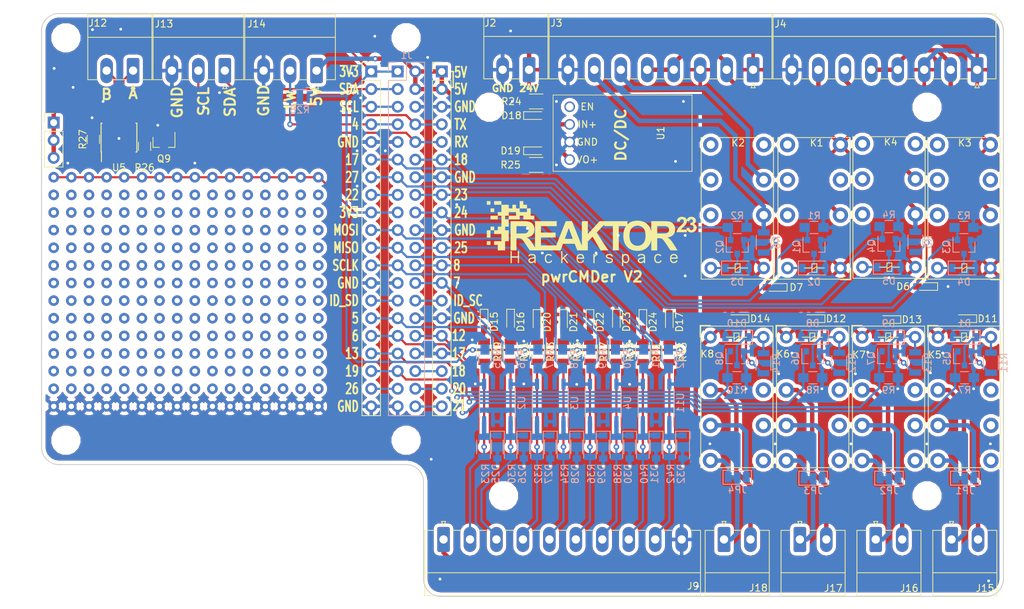
<source format=kicad_pcb>
(kicad_pcb (version 20171130) (host pcbnew "(6.0.0-rc1-dev-1575-gb9483ae66)")
  (layers (0 F.Cu signal) (31 B.Cu signal) (34 B.Paste user hide) (35 F.Paste user hide) (36 B.SilkS user) (37 F.SilkS user) (38 B.Mask user hide) (39 F.Mask user hide) (44 Edge.Cuts user))
  (net 0 "")
  (net 1 GND)
  (net 2 +24V)
  (net 3 +5V)
  (net 4 "Net-(D3-Pad1)")
  (net 5 "Net-(D2-Pad1)")
  (net 6 "Net-(D4-Pad1)")
  (net 7 "Net-(D5-Pad1)")
  (net 8 "Net-(D6-Pad2)")
  (net 9 "Net-(D7-Pad2)")
  (net 10 GPIO2)
  (net 11 GPIO21)
  (net 12 GPIO20)
  (net 13 GPIO26)
  (net 14 GPIO16)
  (net 15 GPIO19)
  (net 16 ID_SC)
  (net 17 ID_SD)
  (net 18 GPIO25)
  (net 19 GPIO24)
  (net 20 GPIO23)
  (net 21 GPIO12)
  (net 22 GPIO15)
  (net 23 GPIO14)
  (net 24 GPIO13)
  (net 25 GPIO6)
  (net 26 GPIO5)
  (net 27 GPIO7)
  (net 28 GPIO8)
  (net 29 GPIO11)
  (net 30 GPIO9)
  (net 31 GPIO10)
  (net 32 +3V3)
  (net 33 GPIO4)
  (net 34 GPIO3)
  (net 35 "Net-(D1-Pad1)")
  (net 36 "Net-(D8-Pad1)")
  (net 37 "Net-(D9-Pad1)")
  (net 38 "Net-(D10-Pad1)")
  (net 39 C1)
  (net 40 NC1)
  (net 41 NO1)
  (net 42 NO3)
  (net 43 NC3)
  (net 44 C3)
  (net 45 NO2)
  (net 46 NC2)
  (net 47 C2)
  (net 48 C4)
  (net 49 NC4)
  (net 50 NO4)
  (net 51 "Net-(D11-Pad1)")
  (net 52 "Net-(D12-Pad1)")
  (net 53 "Net-(D13-Pad1)")
  (net 54 "Net-(D14-Pad1)")
  (net 55 "Net-(J9-Pad2)")
  (net 56 "Net-(J9-Pad3)")
  (net 57 "Net-(J9-Pad4)")
  (net 58 "Net-(D18-Pad1)")
  (net 59 "Net-(D19-Pad1)")
  (net 60 GPIO22)
  (net 61 GPIO27)
  (net 62 GPIO18)
  (net 63 GPIO17)
  (net 64 "Net-(Q9-Pad3)")
  (net 65 "Net-(Q9-Pad1)")
  (net 66 /A)
  (net 67 /B)
  (net 68 Q1)
  (net 69 Q2)
  (net 70 OFF2)
  (net 71 ON2)
  (net 72 ON1)
  (net 73 OFF1)
  (net 74 "Net-(J9-Pad5)")
  (net 75 "Net-(J9-Pad6)")
  (net 76 "Net-(J9-Pad7)")
  (net 77 "Net-(J15-Pad1)")
  (net 78 "Net-(J16-Pad1)")
  (net 79 "Net-(J17-Pad1)")
  (net 80 "Net-(J18-Pad1)")
  (net 81 "Net-(J9-Pad8)")
  (net 82 "Net-(J9-Pad9)")
  (net 83 "Net-(D15-Pad2)")
  (net 84 "Net-(D16-Pad2)")
  (net 85 "Net-(D17-Pad2)")
  (net 86 "Net-(D20-Pad2)")
  (net 87 "Net-(D21-Pad2)")
  (net 88 "Net-(D22-Pad2)")
  (net 89 "Net-(D23-Pad2)")
  (net 90 "Net-(D24-Pad2)")
  (net 91 "Net-(D25-Pad1)")
  (net 92 "Net-(D26-Pad1)")
  (net 93 "Net-(D27-Pad1)")
  (net 94 "Net-(D28-Pad1)")
  (net 95 "Net-(D29-Pad1)")
  (net 96 "Net-(D30-Pad1)")
  (net 97 "Net-(D31-Pad1)")
  (net 98 "Net-(D32-Pad1)")
  (module MountingHole:MountingHole_3.2mm_M3 (layer F.Cu) (at 94.5 43.5)
    (fp_text reference REF** hide)
    (fp_text value MountingHole_3.2mm_M3 hide)
    (pad 1 np_thru_hole circle (at 0 0) (size 3.2 3.2) (drill 3.2) (layers *.Cu *.Mask))
  )
  (module MountingHole:MountingHole_3.2mm_M3 (layer F.Cu) (at 96.532 99.5)
    (fp_text reference REF** hide)
    (fp_text value MountingHole_3.2mm_M3)
    (pad 1 np_thru_hole circle (at 0 0) (size 3.2 3.2) (drill 3.2) (layers *.Cu *.Mask))
  )
  (module MountingHole:MountingHole_3.2mm_M3 (layer F.Cu) (at 157.5 43.5)
    (fp_text reference REF** hide)
    (fp_text value MountingHole_3.2mm_M3)
    (pad 1 np_thru_hole circle (at 0 0) (size 3.2 3.2) (drill 3.2) (layers *.Cu *.Mask))
  )
  (module MountingHole:MountingHole_3.2mm_M3 (layer F.Cu) (at 157.5 99.5)
    (fp_text reference REF** hide)
    (fp_text value MountingHole_3.2mm_M3)
    (pad 1 np_thru_hole circle (at 0 0) (size 3.2 3.2) (drill 3.2) (layers *.Cu *.Mask))
  )
  (module MountingHole:MountingHole_3.2mm_M3 (layer F.Cu) (at 82.5 33.5)
    (fp_text reference REF** hide)
    (fp_text value MountingHole_3.2mm_M3)
    (pad 1 np_thru_hole circle (at 0 0) (size 3.2 3.2) (drill 3.2) (layers *.Cu *.Mask))
  )
  (module MountingHole:MountingHole_3.2mm_M3 (layer F.Cu) (at 82.5 91.5)
    (fp_text reference REF** hide)
    (fp_text value MountingHole_3.2mm_M3)
    (pad 1 np_thru_hole circle (at 0 0) (size 3.2 3.2) (drill 3.2) (layers *.Cu *.Mask))
  )
  (module MountingHole:MountingHole_3.2mm_M3 (layer F.Cu) (at 33.5 91.5)
    (fp_text reference REF** hide)
    (fp_text value MountingHole_3.2mm_M3)
    (pad 1 np_thru_hole circle (at 0 0) (size 3.2 3.2) (drill 3.2) (layers *.Cu *.Mask))
  )
  (module Package_SO:SOIC-8_3.9x4.9mm_P1.27mm (layer B.Cu) (at 118.491 86.106 90)
    (fp_text reference U11 (at 0 3.5 90) (layer B.SilkS) (effects (justify mirror)))
    (fp_text value ILD207)
    (pad 8 smd rect (at 2.7 1.905 90) (size 1.55 0.6) (layers B.Cu B.Paste B.Mask) (net 1 GND))
    (pad 7 smd rect (at 2.7 0.635 90) (size 1.55 0.6) (layers B.Cu B.Paste B.Mask) (net 19 GPIO24))
    (pad 6 smd rect (at 2.7 -0.635 90) (size 1.55 0.6) (layers B.Cu B.Paste B.Mask) (net 31 GPIO10))
    (pad 5 smd rect (at 2.7 -1.905 90) (size 1.55 0.6) (layers B.Cu B.Paste B.Mask) (net 1 GND))
    (pad 4 smd rect (at -2.7 -1.905 90) (size 1.55 0.6) (layers B.Cu B.Paste B.Mask) (net 97 "Net-(D31-Pad1)"))
    (pad 3 smd rect (at -2.7 -0.635 90) (size 1.55 0.6) (layers B.Cu B.Paste B.Mask) (net 1 GND))
    (pad 2 smd rect (at -2.7 0.635 90) (size 1.55 0.6) (layers B.Cu B.Paste B.Mask) (net 1 GND))
    (pad 1 smd rect (at -2.7 1.905 90) (size 1.55 0.6) (layers B.Cu B.Paste B.Mask) (net 98 "Net-(D32-Pad1)"))
  )
  (module Bouni:HW-013 (layer F.Cu) (at 113.665 47.244 90)
    (fp_text reference U1 (at 0 5.5 90) (layer F.SilkS))
    (fp_text value HW-013)
    (fp_text user EN (at 3.81 -5.08 180) (layer F.SilkS))
    (fp_text user IN+ (at 1.27 -5.08 180) (layer F.SilkS))
    (fp_text user GND (at -1.27 -5.08 180) (layer F.SilkS))
    (fp_text user VO+ (at -3.81 -5.08 180) (layer F.SilkS))
    (pad 4 thru_hole circle (at 3.81 -7.62 90) (size 1.524 1.524) (drill 1.1) (layers *.Cu *.Mask))
    (pad 3 thru_hole circle (at 1.27 -7.62 90) (size 1.524 1.524) (drill 1.1) (layers *.Cu *.Mask) (net 2 +24V))
    (pad 2 thru_hole circle (at -1.27 -7.62 90) (size 1.524 1.524) (drill 1.1) (layers *.Cu *.Mask) (net 1 GND))
    (pad 1 thru_hole circle (at -3.81 -7.62 90) (size 1.524 1.524) (drill 1.1) (layers *.Cu *.Mask) (net 3 +5V))
  )
  (module Connector_Phoenix_MC:PhoenixContact_MC_1,5_2-G-3.81_1x02_P3.81mm_Horizontal (layer F.Cu) (at 100.203 38.1 180)
    (fp_text reference J2 (at 5.588 6.731 180) (layer F.SilkS))
    (fp_text value Screw_Terminal_01x02)
    (pad 2 thru_hole oval (at 3.81 0 180) (size 1.8 3.6) (drill 1.2) (layers *.Cu *.Mask) (net 1 GND))
    (pad 1 thru_hole roundrect (at 0 0 180) (size 1.8 3.6) (drill 1.2) (layers *.Cu *.Mask) (roundrect_rratio 0.138889) (net 2 +24V))
  )
  (module bouni:Relay_SPDT_Finder_32.22 (layer F.Cu) (at 145.034 66.675 180)
    (fp_text reference K1 (at 3.429 18.034) (layer F.SilkS))
    (fp_text value FINDER-30.22)
    (pad 21 thru_hole circle (at 7.62 7.62 180) (size 2.2 2.2) (drill 1.2) (layers *.Cu *.Mask))
    (pad 24 thru_hole circle (at 7.62 17.78 180) (size 2.2 2.2) (drill 1.2) (layers *.Cu *.Mask))
    (pad 22 thru_hole circle (at 7.62 12.7 180) (size 2.2 2.2) (drill 1.2) (layers *.Cu *.Mask))
    (pad 12 thru_hole circle (at 0 12.7 180) (size 2.2 2.2) (drill 1.2) (layers *.Cu *.Mask))
    (pad 14 thru_hole circle (at 0 17.78 180) (size 2.2 2.2) (drill 1.2) (layers *.Cu *.Mask) (net 2 +24V))
    (pad 11 thru_hole circle (at 0 7.62 180) (size 2.2 2.2) (drill 1.2) (layers *.Cu *.Mask) (net 72 ON1))
    (pad A2 thru_hole circle (at 7.62 0 180) (size 1.8 1.8) (drill 1) (layers *.Cu *.Mask) (net 5 "Net-(D2-Pad1)"))
    (pad A1 thru_hole circle (at 0 0 180) (size 1.8 1.8) (drill 1) (layers *.Cu *.Mask) (net 2 +24V))
  )
  (module TO_SOT_Packages_SMD:SOT-23 (layer B.Cu) (at 141.224 63.627 270)
    (fp_text reference Q1 (at 0 2.5 270) (layer B.SilkS) (effects (justify mirror)))
    (fp_text value BSS138)
    (pad 3 smd rect (at 1 0 270) (size 0.9 0.8) (layers B.Cu B.Paste B.Mask) (net 5 "Net-(D2-Pad1)"))
    (pad 2 smd rect (at -1 -0.95 270) (size 0.9 0.8) (layers B.Cu B.Paste B.Mask) (net 1 GND))
    (pad 1 smd rect (at -1 0.95 270) (size 0.9 0.8) (layers B.Cu B.Paste B.Mask) (net 63 GPIO17))
  )
  (module TO_SOT_Packages_SMD:SOT-23 (layer B.Cu) (at 130.175 63.627 270)
    (fp_text reference Q2 (at 0 2.5 270) (layer B.SilkS) (effects (justify mirror)))
    (fp_text value BSS138)
    (pad 1 smd rect (at -1 0.95 270) (size 0.9 0.8) (layers B.Cu B.Paste B.Mask) (net 62 GPIO18))
    (pad 2 smd rect (at -1 -0.95 270) (size 0.9 0.8) (layers B.Cu B.Paste B.Mask) (net 1 GND))
    (pad 3 smd rect (at 1 0 270) (size 0.9 0.8) (layers B.Cu B.Paste B.Mask) (net 4 "Net-(D3-Pad1)"))
  )
  (module Resistors_SMD:R_0805_HandSoldering (layer B.Cu) (at 141.224 60.833 180)
    (fp_text reference R1 (at 0 1.7 180) (layer B.SilkS) (effects (justify mirror)))
    (fp_text value 10K)
    (pad 2 smd rect (at 1.35 0 180) (size 1.5 1.3) (layers B.Cu B.Paste B.Mask) (net 63 GPIO17))
    (pad 1 smd rect (at -1.35 0 180) (size 1.5 1.3) (layers B.Cu B.Paste B.Mask) (net 1 GND))
  )
  (module Resistors_SMD:R_0805_HandSoldering (layer B.Cu) (at 130.175 60.833 180)
    (fp_text reference R2 (at 0 1.7 180) (layer B.SilkS) (effects (justify mirror)))
    (fp_text value 10K)
    (pad 1 smd rect (at -1.35 0 180) (size 1.5 1.3) (layers B.Cu B.Paste B.Mask) (net 1 GND))
    (pad 2 smd rect (at 1.35 0 180) (size 1.5 1.3) (layers B.Cu B.Paste B.Mask) (net 62 GPIO18))
  )
  (module TO_SOT_Packages_SMD:SOT-23 (layer B.Cu) (at 162.814 63.627 270)
    (fp_text reference Q3 (at 0 2.5 270) (layer B.SilkS) (effects (justify mirror)))
    (fp_text value BSS138)
    (pad 1 smd rect (at -1 0.95 270) (size 0.9 0.8) (layers B.Cu B.Paste B.Mask) (net 20 GPIO23))
    (pad 2 smd rect (at -1 -0.95 270) (size 0.9 0.8) (layers B.Cu B.Paste B.Mask) (net 1 GND))
    (pad 3 smd rect (at 1 0 270) (size 0.9 0.8) (layers B.Cu B.Paste B.Mask) (net 6 "Net-(D4-Pad1)"))
  )
  (module TO_SOT_Packages_SMD:SOT-23 (layer B.Cu) (at 152.019 63.5 270)
    (fp_text reference Q4 (at 0 2.5 270) (layer B.SilkS) (effects (justify mirror)))
    (fp_text value BSS138)
    (pad 3 smd rect (at 1 0 270) (size 0.9 0.8) (layers B.Cu B.Paste B.Mask) (net 7 "Net-(D5-Pad1)"))
    (pad 2 smd rect (at -1 -0.95 270) (size 0.9 0.8) (layers B.Cu B.Paste B.Mask) (net 1 GND))
    (pad 1 smd rect (at -1 0.95 270) (size 0.9 0.8) (layers B.Cu B.Paste B.Mask) (net 61 GPIO27))
  )
  (module Resistors_SMD:R_0805_HandSoldering (layer B.Cu) (at 162.814 60.833 180)
    (fp_text reference R3 (at 0 1.7 180) (layer B.SilkS) (effects (justify mirror)))
    (fp_text value 10K)
    (pad 1 smd rect (at -1.35 0 180) (size 1.5 1.3) (layers B.Cu B.Paste B.Mask) (net 1 GND))
    (pad 2 smd rect (at 1.35 0 180) (size 1.5 1.3) (layers B.Cu B.Paste B.Mask) (net 20 GPIO23))
  )
  (module Resistors_SMD:R_0805_HandSoldering (layer B.Cu) (at 152.019 60.706 180)
    (fp_text reference R4 (at 0 1.7 180) (layer B.SilkS) (effects (justify mirror)))
    (fp_text value 10K)
    (pad 2 smd rect (at 1.35 0 180) (size 1.5 1.3) (layers B.Cu B.Paste B.Mask) (net 61 GPIO27))
    (pad 1 smd rect (at -1.35 0 180) (size 1.5 1.3) (layers B.Cu B.Paste B.Mask) (net 1 GND))
  )
  (module bouni:Relay_SPDT_Finder_32.22 (layer F.Cu) (at 133.985 66.675 180)
    (fp_text reference K2 (at 3.683 18.034) (layer F.SilkS))
    (fp_text value FINDER-30.22)
    (pad A1 thru_hole circle (at 0 0 180) (size 1.8 1.8) (drill 1) (layers *.Cu *.Mask) (net 2 +24V))
    (pad A2 thru_hole circle (at 7.62 0 180) (size 1.8 1.8) (drill 1) (layers *.Cu *.Mask) (net 4 "Net-(D3-Pad1)"))
    (pad 11 thru_hole circle (at 0 7.62 180) (size 2.2 2.2) (drill 1.2) (layers *.Cu *.Mask) (net 68 Q1))
    (pad 14 thru_hole circle (at 0 17.78 180) (size 2.2 2.2) (drill 1.2) (layers *.Cu *.Mask))
    (pad 12 thru_hole circle (at 0 12.7 180) (size 2.2 2.2) (drill 1.2) (layers *.Cu *.Mask) (net 73 OFF1))
    (pad 22 thru_hole circle (at 7.62 12.7 180) (size 2.2 2.2) (drill 1.2) (layers *.Cu *.Mask))
    (pad 24 thru_hole circle (at 7.62 17.78 180) (size 2.2 2.2) (drill 1.2) (layers *.Cu *.Mask))
    (pad 21 thru_hole circle (at 7.62 7.62 180) (size 2.2 2.2) (drill 1.2) (layers *.Cu *.Mask))
  )
  (module bouni:Relay_SPDT_Finder_32.22 (layer F.Cu) (at 166.624 66.675 180)
    (fp_text reference K3 (at 3.683 18.034) (layer F.SilkS))
    (fp_text value FINDER-30.22)
    (pad 21 thru_hole circle (at 7.62 7.62 180) (size 2.2 2.2) (drill 1.2) (layers *.Cu *.Mask))
    (pad 24 thru_hole circle (at 7.62 17.78 180) (size 2.2 2.2) (drill 1.2) (layers *.Cu *.Mask))
    (pad 22 thru_hole circle (at 7.62 12.7 180) (size 2.2 2.2) (drill 1.2) (layers *.Cu *.Mask))
    (pad 12 thru_hole circle (at 0 12.7 180) (size 2.2 2.2) (drill 1.2) (layers *.Cu *.Mask))
    (pad 14 thru_hole circle (at 0 17.78 180) (size 2.2 2.2) (drill 1.2) (layers *.Cu *.Mask) (net 2 +24V))
    (pad 11 thru_hole circle (at 0 7.62 180) (size 2.2 2.2) (drill 1.2) (layers *.Cu *.Mask) (net 71 ON2))
    (pad A2 thru_hole circle (at 7.62 0 180) (size 1.8 1.8) (drill 1) (layers *.Cu *.Mask) (net 6 "Net-(D4-Pad1)"))
    (pad A1 thru_hole circle (at 0 0 180) (size 1.8 1.8) (drill 1) (layers *.Cu *.Mask) (net 2 +24V))
  )
  (module bouni:Relay_SPDT_Finder_32.22 (layer F.Cu) (at 155.829 66.548 180)
    (fp_text reference K4 (at 3.556 18.034) (layer F.SilkS))
    (fp_text value FINDER-30.22)
    (pad A1 thru_hole circle (at 0 0 180) (size 1.8 1.8) (drill 1) (layers *.Cu *.Mask) (net 2 +24V))
    (pad A2 thru_hole circle (at 7.62 0 180) (size 1.8 1.8) (drill 1) (layers *.Cu *.Mask) (net 7 "Net-(D5-Pad1)"))
    (pad 11 thru_hole circle (at 0 7.62 180) (size 2.2 2.2) (drill 1.2) (layers *.Cu *.Mask) (net 69 Q2))
    (pad 14 thru_hole circle (at 0 17.78 180) (size 2.2 2.2) (drill 1.2) (layers *.Cu *.Mask))
    (pad 12 thru_hole circle (at 0 12.7 180) (size 2.2 2.2) (drill 1.2) (layers *.Cu *.Mask) (net 70 OFF2))
    (pad 22 thru_hole circle (at 7.62 12.7 180) (size 2.2 2.2) (drill 1.2) (layers *.Cu *.Mask))
    (pad 24 thru_hole circle (at 7.62 17.78 180) (size 2.2 2.2) (drill 1.2) (layers *.Cu *.Mask))
    (pad 21 thru_hole circle (at 7.62 7.62 180) (size 2.2 2.2) (drill 1.2) (layers *.Cu *.Mask))
  )
  (module Pin_Headers:Pin_Header_Straight_1x20_Pitch2.54mm (layer F.Cu) (at 87.63 38.354)
    (fp_text reference J10 hide)
    (fp_text value Conn_01x20)
    (pad 20 thru_hole oval (at 0 48.26) (size 1.7 1.7) (drill 1) (layers *.Cu *.Mask) (net 11 GPIO21))
    (pad 19 thru_hole oval (at 0 45.72) (size 1.7 1.7) (drill 1) (layers *.Cu *.Mask) (net 12 GPIO20))
    (pad 18 thru_hole oval (at 0 43.18) (size 1.7 1.7) (drill 1) (layers *.Cu *.Mask) (net 14 GPIO16))
    (pad 17 thru_hole oval (at 0 40.64) (size 1.7 1.7) (drill 1) (layers *.Cu *.Mask) (net 1 GND))
    (pad 16 thru_hole oval (at 0 38.1) (size 1.7 1.7) (drill 1) (layers *.Cu *.Mask) (net 21 GPIO12))
    (pad 15 thru_hole oval (at 0 35.56) (size 1.7 1.7) (drill 1) (layers *.Cu *.Mask) (net 1 GND))
    (pad 14 thru_hole oval (at 0 33.02) (size 1.7 1.7) (drill 1) (layers *.Cu *.Mask) (net 16 ID_SC))
    (pad 13 thru_hole oval (at 0 30.48) (size 1.7 1.7) (drill 1) (layers *.Cu *.Mask) (net 27 GPIO7))
    (pad 12 thru_hole oval (at 0 27.94) (size 1.7 1.7) (drill 1) (layers *.Cu *.Mask) (net 28 GPIO8))
    (pad 11 thru_hole oval (at 0 25.4) (size 1.7 1.7) (drill 1) (layers *.Cu *.Mask) (net 18 GPIO25))
    (pad 10 thru_hole oval (at 0 22.86) (size 1.7 1.7) (drill 1) (layers *.Cu *.Mask) (net 1 GND))
    (pad 9 thru_hole oval (at 0 20.32) (size 1.7 1.7) (drill 1) (layers *.Cu *.Mask) (net 19 GPIO24))
    (pad 8 thru_hole oval (at 0 17.78) (size 1.7 1.7) (drill 1) (layers *.Cu *.Mask) (net 20 GPIO23))
    (pad 7 thru_hole oval (at 0 15.24) (size 1.7 1.7) (drill 1) (layers *.Cu *.Mask) (net 1 GND))
    (pad 6 thru_hole oval (at 0 12.7) (size 1.7 1.7) (drill 1) (layers *.Cu *.Mask) (net 62 GPIO18))
    (pad 5 thru_hole oval (at 0 10.16) (size 1.7 1.7) (drill 1) (layers *.Cu *.Mask) (net 22 GPIO15))
    (pad 4 thru_hole oval (at 0 7.62) (size 1.7 1.7) (drill 1) (layers *.Cu *.Mask) (net 23 GPIO14))
    (pad 3 thru_hole oval (at 0 5.08) (size 1.7 1.7) (drill 1) (layers *.Cu *.Mask) (net 1 GND))
    (pad 2 thru_hole oval (at 0 2.54) (size 1.7 1.7) (drill 1) (layers *.Cu *.Mask) (net 3 +5V))
    (pad 1 thru_hole rect (at 0 0) (size 1.7 1.7) (drill 1) (layers *.Cu *.Mask) (net 3 +5V))
  )
  (module Pin_Headers:Pin_Header_Straight_1x20_Pitch2.54mm (layer F.Cu) (at 77.47 38.354)
    (fp_text reference J11 hide)
    (fp_text value Conn_01x20)
    (pad 20 thru_hole oval (at 0 48.26) (size 1.7 1.7) (drill 1) (layers *.Cu *.Mask) (net 1 GND))
    (pad 19 thru_hole oval (at 0 45.72) (size 1.7 1.7) (drill 1) (layers *.Cu *.Mask) (net 13 GPIO26))
    (pad 18 thru_hole oval (at 0 43.18) (size 1.7 1.7) (drill 1) (layers *.Cu *.Mask) (net 15 GPIO19))
    (pad 17 thru_hole oval (at 0 40.64) (size 1.7 1.7) (drill 1) (layers *.Cu *.Mask) (net 24 GPIO13))
    (pad 16 thru_hole oval (at 0 38.1) (size 1.7 1.7) (drill 1) (layers *.Cu *.Mask) (net 25 GPIO6))
    (pad 15 thru_hole oval (at 0 35.56) (size 1.7 1.7) (drill 1) (layers *.Cu *.Mask) (net 26 GPIO5))
    (pad 14 thru_hole oval (at 0 33.02) (size 1.7 1.7) (drill 1) (layers *.Cu *.Mask) (net 17 ID_SD))
    (pad 13 thru_hole oval (at 0 30.48) (size 1.7 1.7) (drill 1) (layers *.Cu *.Mask) (net 1 GND))
    (pad 12 thru_hole oval (at 0 27.94) (size 1.7 1.7) (drill 1) (layers *.Cu *.Mask) (net 29 GPIO11))
    (pad 11 thru_hole oval (at 0 25.4) (size 1.7 1.7) (drill 1) (layers *.Cu *.Mask) (net 30 GPIO9))
    (pad 10 thru_hole oval (at 0 22.86) (size 1.7 1.7) (drill 1) (layers *.Cu *.Mask) (net 31 GPIO10))
    (pad 9 thru_hole oval (at 0 20.32) (size 1.7 1.7) (drill 1) (layers *.Cu *.Mask) (net 32 +3V3))
    (pad 8 thru_hole oval (at 0 17.78) (size 1.7 1.7) (drill 1) (layers *.Cu *.Mask) (net 60 GPIO22))
    (pad 7 thru_hole oval (at 0 15.24) (size 1.7 1.7) (drill 1) (layers *.Cu *.Mask) (net 61 GPIO27))
    (pad 6 thru_hole oval (at 0 12.7) (size 1.7 1.7) (drill 1) (layers *.Cu *.Mask) (net 63 GPIO17))
    (pad 5 thru_hole oval (at 0 10.16) (size 1.7 1.7) (drill 1) (layers *.Cu *.Mask) (net 1 GND))
    (pad 4 thru_hole oval (at 0 7.62) (size 1.7 1.7) (drill 1) (layers *.Cu *.Mask) (net 33 GPIO4))
    (pad 3 thru_hole oval (at 0 5.08) (size 1.7 1.7) (drill 1) (layers *.Cu *.Mask) (net 34 GPIO3))
    (pad 2 thru_hole oval (at 0 2.54) (size 1.7 1.7) (drill 1) (layers *.Cu *.Mask) (net 10 GPIO2))
    (pad 1 thru_hole rect (at 0 0) (size 1.7 1.7) (drill 1) (layers *.Cu *.Mask) (net 32 +3V3))
  )
  (module TO_SOT_Packages_SMD:SOT-23 (layer B.Cu) (at 162.893 79.6925 270)
    (fp_text reference Q5 (at 0 2.5 270) (layer B.SilkS) (effects (justify mirror)))
    (fp_text value BSS138)
    (pad 1 smd rect (at -1 0.95 270) (size 0.9 0.8) (layers B.Cu B.Paste B.Mask) (net 25 GPIO6))
    (pad 2 smd rect (at -1 -0.95 270) (size 0.9 0.8) (layers B.Cu B.Paste B.Mask) (net 1 GND))
    (pad 3 smd rect (at 1 0 270) (size 0.9 0.8) (layers B.Cu B.Paste B.Mask) (net 35 "Net-(D1-Pad1)"))
  )
  (module TO_SOT_Packages_SMD:SOT-23 (layer B.Cu) (at 141.049 79.6925 270)
    (fp_text reference Q6 (at 0 2.5 270) (layer B.SilkS) (effects (justify mirror)))
    (fp_text value BSS138)
    (pad 3 smd rect (at 1 0 270) (size 0.9 0.8) (layers B.Cu B.Paste B.Mask) (net 36 "Net-(D8-Pad1)"))
    (pad 2 smd rect (at -1 -0.95 270) (size 0.9 0.8) (layers B.Cu B.Paste B.Mask) (net 1 GND))
    (pad 1 smd rect (at -1 0.95 270) (size 0.9 0.8) (layers B.Cu B.Paste B.Mask) (net 24 GPIO13))
  )
  (module TO_SOT_Packages_SMD:SOT-23 (layer B.Cu) (at 151.971 79.6925 270)
    (fp_text reference Q7 (at 0 2.5 270) (layer B.SilkS) (effects (justify mirror)))
    (fp_text value BSS138)
    (pad 3 smd rect (at 1 0 270) (size 0.9 0.8) (layers B.Cu B.Paste B.Mask) (net 37 "Net-(D9-Pad1)"))
    (pad 2 smd rect (at -1 -0.95 270) (size 0.9 0.8) (layers B.Cu B.Paste B.Mask) (net 1 GND))
    (pad 1 smd rect (at -1 0.95 270) (size 0.9 0.8) (layers B.Cu B.Paste B.Mask) (net 21 GPIO12))
  )
  (module TO_SOT_Packages_SMD:SOT-23 (layer B.Cu) (at 130.127 79.6925 270)
    (fp_text reference Q8 (at 0 2.5 270) (layer B.SilkS) (effects (justify mirror)))
    (fp_text value BSS138)
    (pad 1 smd rect (at -1 0.95 270) (size 0.9 0.8) (layers B.Cu B.Paste B.Mask) (net 15 GPIO19))
    (pad 2 smd rect (at -1 -0.95 270) (size 0.9 0.8) (layers B.Cu B.Paste B.Mask) (net 1 GND))
    (pad 3 smd rect (at 1 0 270) (size 0.9 0.8) (layers B.Cu B.Paste B.Mask) (net 38 "Net-(D10-Pad1)"))
  )
  (module Resistors_SMD:R_0805_HandSoldering (layer B.Cu) (at 162.893 82.4865 180)
    (fp_text reference R7 (at 0 -1.778 180) (layer B.SilkS) (effects (justify mirror)))
    (fp_text value 10K)
    (pad 1 smd rect (at -1.35 0 180) (size 1.5 1.3) (layers B.Cu B.Paste B.Mask) (net 1 GND))
    (pad 2 smd rect (at 1.35 0 180) (size 1.5 1.3) (layers B.Cu B.Paste B.Mask) (net 25 GPIO6))
  )
  (module Resistors_SMD:R_0805_HandSoldering (layer B.Cu) (at 141.049 82.4865 180)
    (fp_text reference R8 (at 0 -1.778 180) (layer B.SilkS) (effects (justify mirror)))
    (fp_text value 10K)
    (pad 2 smd rect (at 1.35 0 180) (size 1.5 1.3) (layers B.Cu B.Paste B.Mask) (net 24 GPIO13))
    (pad 1 smd rect (at -1.35 0 180) (size 1.5 1.3) (layers B.Cu B.Paste B.Mask) (net 1 GND))
  )
  (module Resistors_SMD:R_0805_HandSoldering (layer B.Cu) (at 151.971 82.4865 180)
    (fp_text reference R9 (at 0 -1.778 180) (layer B.SilkS) (effects (justify mirror)))
    (fp_text value 10K)
    (pad 1 smd rect (at -1.35 0 180) (size 1.5 1.3) (layers B.Cu B.Paste B.Mask) (net 1 GND))
    (pad 2 smd rect (at 1.35 0 180) (size 1.5 1.3) (layers B.Cu B.Paste B.Mask) (net 21 GPIO12))
  )
  (module Resistors_SMD:R_0805_HandSoldering (layer B.Cu) (at 130.127 82.4865 180)
    (fp_text reference R10 (at 0 -1.778 180) (layer B.SilkS) (effects (justify mirror)))
    (fp_text value 10K)
    (pad 2 smd rect (at 1.35 0 180) (size 1.5 1.3) (layers B.Cu B.Paste B.Mask) (net 15 GPIO19))
    (pad 1 smd rect (at -1.35 0 180) (size 1.5 1.3) (layers B.Cu B.Paste B.Mask) (net 1 GND))
  )
  (module Bouni:Relay_SPST_Finder_32.21-x300 (layer F.Cu) (at 159.083 76.6445)
    (fp_text reference K5 (at -0.46 2.54 180) (layer F.SilkS))
    (fp_text value FINDER-30.22)
    (pad 24 thru_hole circle (at 7.62 17.78) (size 2.2 2.2) (drill 1.2) (layers *.Cu *.Mask))
    (pad 21 thru_hole circle (at 7.62 7.62) (size 2.2 2.2) (drill 1.2) (layers *.Cu *.Mask))
    (pad 22 thru_hole circle (at 7.62 12.7) (size 2.2 2.2) (drill 1.2) (layers *.Cu *.Mask))
    (pad 11 thru_hole circle (at 0 7.62) (size 2.2 2.2) (drill 1.2) (layers *.Cu *.Mask) (net 39 C1))
    (pad A1 thru_hole circle (at 0 0) (size 1.8 1.8) (drill 1) (layers *.Cu *.Mask) (net 2 +24V))
    (pad A2 thru_hole circle (at 7.62 0) (size 1.8 1.8) (drill 1) (layers *.Cu *.Mask) (net 35 "Net-(D1-Pad1)"))
    (pad 12 thru_hole circle (at 0 12.7) (size 2.2 2.2) (drill 1.2) (layers *.Cu *.Mask) (net 40 NC1))
    (pad 14 thru_hole circle (at 0 17.78) (size 2.2 2.2) (drill 1.2) (layers *.Cu *.Mask) (net 41 NO1))
  )
  (module Bouni:Relay_SPST_Finder_32.21-x300 (layer F.Cu) (at 137.239 76.6445)
    (fp_text reference K6 (at -0.46 2.413 180) (layer F.SilkS))
    (fp_text value FINDER-30.22)
    (pad 14 thru_hole circle (at 0 17.78) (size 2.2 2.2) (drill 1.2) (layers *.Cu *.Mask) (net 42 NO3))
    (pad 12 thru_hole circle (at 0 12.7) (size 2.2 2.2) (drill 1.2) (layers *.Cu *.Mask) (net 43 NC3))
    (pad A2 thru_hole circle (at 7.62 0) (size 1.8 1.8) (drill 1) (layers *.Cu *.Mask) (net 36 "Net-(D8-Pad1)"))
    (pad A1 thru_hole circle (at 0 0) (size 1.8 1.8) (drill 1) (layers *.Cu *.Mask) (net 2 +24V))
    (pad 11 thru_hole circle (at 0 7.62) (size 2.2 2.2) (drill 1.2) (layers *.Cu *.Mask) (net 44 C3))
    (pad 22 thru_hole circle (at 7.62 12.7) (size 2.2 2.2) (drill 1.2) (layers *.Cu *.Mask))
    (pad 21 thru_hole circle (at 7.62 7.62) (size 2.2 2.2) (drill 1.2) (layers *.Cu *.Mask))
    (pad 24 thru_hole circle (at 7.62 17.78) (size 2.2 2.2) (drill 1.2) (layers *.Cu *.Mask))
  )
  (module Bouni:Relay_SPST_Finder_32.21-x300 (layer F.Cu) (at 148.161 76.6445)
    (fp_text reference K7 (at -0.46 2.54 180) (layer F.SilkS))
    (fp_text value FINDER-30.22)
    (pad 14 thru_hole circle (at 0 17.78) (size 2.2 2.2) (drill 1.2) (layers *.Cu *.Mask) (net 45 NO2))
    (pad 12 thru_hole circle (at 0 12.7) (size 2.2 2.2) (drill 1.2) (layers *.Cu *.Mask) (net 46 NC2))
    (pad A2 thru_hole circle (at 7.62 0) (size 1.8 1.8) (drill 1) (layers *.Cu *.Mask) (net 37 "Net-(D9-Pad1)"))
    (pad A1 thru_hole circle (at 0 0) (size 1.8 1.8) (drill 1) (layers *.Cu *.Mask) (net 2 +24V))
    (pad 11 thru_hole circle (at 0 7.62) (size 2.2 2.2) (drill 1.2) (layers *.Cu *.Mask) (net 47 C2))
    (pad 22 thru_hole circle (at 7.62 12.7) (size 2.2 2.2) (drill 1.2) (layers *.Cu *.Mask))
    (pad 21 thru_hole circle (at 7.62 7.62) (size 2.2 2.2) (drill 1.2) (layers *.Cu *.Mask))
    (pad 24 thru_hole circle (at 7.62 17.78) (size 2.2 2.2) (drill 1.2) (layers *.Cu *.Mask))
  )
  (module Bouni:Relay_SPST_Finder_32.21-x300 (layer F.Cu) (at 126.317 76.6445)
    (fp_text reference K8 (at -0.46 2.413 180) (layer F.SilkS))
    (fp_text value FINDER-30.22)
    (pad 24 thru_hole circle (at 7.62 17.78) (size 2.2 2.2) (drill 1.2) (layers *.Cu *.Mask))
    (pad 21 thru_hole circle (at 7.62 7.62) (size 2.2 2.2) (drill 1.2) (layers *.Cu *.Mask))
    (pad 22 thru_hole circle (at 7.62 12.7) (size 2.2 2.2) (drill 1.2) (layers *.Cu *.Mask))
    (pad 11 thru_hole circle (at 0 7.62) (size 2.2 2.2) (drill 1.2) (layers *.Cu *.Mask) (net 48 C4))
    (pad A1 thru_hole circle (at 0 0) (size 1.8 1.8) (drill 1) (layers *.Cu *.Mask) (net 2 +24V))
    (pad A2 thru_hole circle (at 7.62 0) (size 1.8 1.8) (drill 1) (layers *.Cu *.Mask) (net 38 "Net-(D10-Pad1)"))
    (pad 12 thru_hole circle (at 0 12.7) (size 2.2 2.2) (drill 1.2) (layers *.Cu *.Mask) (net 49 NC4))
    (pad 14 thru_hole circle (at 0 17.78) (size 2.2 2.2) (drill 1.2) (layers *.Cu *.Mask) (net 50 NO4))
  )
  (module Socket_Strips:Socket_Strip_Straight_2x20_Pitch2.54mm (layer B.Cu) (at 81.28 38.354 180)
    (fp_text reference J1 (at -1.27 2.33 180) (layer B.SilkS) (effects (justify mirror)))
    (fp_text value Raspberry_Pi_2_3)
    (pad 40 thru_hole oval (at -2.54 -48.26 180) (size 1.7 1.7) (drill 1) (layers *.Cu *.Mask) (net 11 GPIO21))
    (pad 39 thru_hole oval (at 0 -48.26 180) (size 1.7 1.7) (drill 1) (layers *.Cu *.Mask) (net 1 GND))
    (pad 38 thru_hole oval (at -2.54 -45.72 180) (size 1.7 1.7) (drill 1) (layers *.Cu *.Mask) (net 12 GPIO20))
    (pad 37 thru_hole oval (at 0 -45.72 180) (size 1.7 1.7) (drill 1) (layers *.Cu *.Mask) (net 13 GPIO26))
    (pad 36 thru_hole oval (at -2.54 -43.18 180) (size 1.7 1.7) (drill 1) (layers *.Cu *.Mask) (net 14 GPIO16))
    (pad 35 thru_hole oval (at 0 -43.18 180) (size 1.7 1.7) (drill 1) (layers *.Cu *.Mask) (net 15 GPIO19))
    (pad 34 thru_hole oval (at -2.54 -40.64 180) (size 1.7 1.7) (drill 1) (layers *.Cu *.Mask) (net 1 GND))
    (pad 33 thru_hole oval (at 0 -40.64 180) (size 1.7 1.7) (drill 1) (layers *.Cu *.Mask) (net 24 GPIO13))
    (pad 32 thru_hole oval (at -2.54 -38.1 180) (size 1.7 1.7) (drill 1) (layers *.Cu *.Mask) (net 21 GPIO12))
    (pad 31 thru_hole oval (at 0 -38.1 180) (size 1.7 1.7) (drill 1) (layers *.Cu *.Mask) (net 25 GPIO6))
    (pad 30 thru_hole oval (at -2.54 -35.56 180) (size 1.7 1.7) (drill 1) (layers *.Cu *.Mask) (net 1 GND))
    (pad 29 thru_hole oval (at 0 -35.56 180) (size 1.7 1.7) (drill 1) (layers *.Cu *.Mask) (net 26 GPIO5))
    (pad 28 thru_hole oval (at -2.54 -33.02 180) (size 1.7 1.7) (drill 1) (layers *.Cu *.Mask) (net 16 ID_SC))
    (pad 27 thru_hole oval (at 0 -33.02 180) (size 1.7 1.7) (drill 1) (layers *.Cu *.Mask) (net 17 ID_SD))
    (pad 26 thru_hole oval (at -2.54 -30.48 180) (size 1.7 1.7) (drill 1) (layers *.Cu *.Mask) (net 27 GPIO7))
    (pad 25 thru_hole oval (at 0 -30.48 180) (size 1.7 1.7) (drill 1) (layers *.Cu *.Mask) (net 1 GND))
    (pad 24 thru_hole oval (at -2.54 -27.94 180) (size 1.7 1.7) (drill 1) (layers *.Cu *.Mask) (net 28 GPIO8))
    (pad 23 thru_hole oval (at 0 -27.94 180) (size 1.7 1.7) (drill 1) (layers *.Cu *.Mask) (net 29 GPIO11))
    (pad 22 thru_hole oval (at -2.54 -25.4 180) (size 1.7 1.7) (drill 1) (layers *.Cu *.Mask) (net 18 GPIO25))
    (pad 21 thru_hole oval (at 0 -25.4 180) (size 1.7 1.7) (drill 1) (layers *.Cu *.Mask) (net 30 GPIO9))
    (pad 20 thru_hole oval (at -2.54 -22.86 180) (size 1.7 1.7) (drill 1) (layers *.Cu *.Mask) (net 1 GND))
    (pad 19 thru_hole oval (at 0 -22.86 180) (size 1.7 1.7) (drill 1) (layers *.Cu *.Mask) (net 31 GPIO10))
    (pad 18 thru_hole oval (at -2.54 -20.32 180) (size 1.7 1.7) (drill 1) (layers *.Cu *.Mask) (net 19 GPIO24))
    (pad 17 thru_hole oval (at 0 -20.32 180) (size 1.7 1.7) (drill 1) (layers *.Cu *.Mask) (net 32 +3V3))
    (pad 16 thru_hole oval (at -2.54 -17.78 180) (size 1.7 1.7) (drill 1) (layers *.Cu *.Mask) (net 20 GPIO23))
    (pad 15 thru_hole oval (at 0 -17.78 180) (size 1.7 1.7) (drill 1) (layers *.Cu *.Mask) (net 60 GPIO22))
    (pad 14 thru_hole oval (at -2.54 -15.24 180) (size 1.7 1.7) (drill 1) (layers *.Cu *.Mask) (net 1 GND))
    (pad 13 thru_hole oval (at 0 -15.24 180) (size 1.7 1.7) (drill 1) (layers *.Cu *.Mask) (net 61 GPIO27))
    (pad 12 thru_hole oval (at -2.54 -12.7 180) (size 1.7 1.7) (drill 1) (layers *.Cu *.Mask) (net 62 GPIO18))
    (pad 11 thru_hole oval (at 0 -12.7 180) (size 1.7 1.7) (drill 1) (layers *.Cu *.Mask) (net 63 GPIO17))
    (pad 10 thru_hole oval (at -2.54 -10.16 180) (size 1.7 1.7) (drill 1) (layers *.Cu *.Mask) (net 22 GPIO15))
    (pad 9 thru_hole oval (at 0 -10.16 180) (size 1.7 1.7) (drill 1) (layers *.Cu *.Mask) (net 1 GND))
    (pad 8 thru_hole oval (at -2.54 -7.62 180) (size 1.7 1.7) (drill 1) (layers *.Cu *.Mask) (net 23 GPIO14))
    (pad 7 thru_hole oval (at 0 -7.62 180) (size 1.7 1.7) (drill 1) (layers *.Cu *.Mask) (net 33 GPIO4))
    (pad 6 thru_hole oval (at -2.54 -5.08 180) (size 1.7 1.7) (drill 1) (layers *.Cu *.Mask) (net 1 GND))
    (pad 5 thru_hole oval (at 0 -5.08 180) (size 1.7 1.7) (drill 1) (layers *.Cu *.Mask) (net 34 GPIO3))
    (pad 4 thru_hole oval (at -2.54 -2.54 180) (size 1.7 1.7) (drill 1) (layers *.Cu *.Mask) (net 3 +5V))
    (pad 3 thru_hole oval (at 0 -2.54 180) (size 1.7 1.7) (drill 1) (layers *.Cu *.Mask) (net 10 GPIO2))
    (pad 2 thru_hole oval (at -2.54 0 180) (size 1.7 1.7) (drill 1) (layers *.Cu *.Mask) (net 3 +5V))
    (pad 1 thru_hole rect (at 0 0 180) (size 1.7 1.7) (drill 1) (layers *.Cu *.Mask) (net 32 +3V3))
  )
  (module Connector_Phoenix_MC:PhoenixContact_MC_1,5_2-G-3.81_1x02_P3.81mm_Horizontal (layer F.Cu) (at 43.18 38.227 180)
    (fp_text reference J12 (at 5.08 6.858) (layer F.SilkS))
    (fp_text value Screw_Terminal_01x02)
    (pad 1 thru_hole roundrect (at 0 0 180) (size 1.8 3.6) (drill 1.2) (layers *.Cu *.Mask) (roundrect_rratio 0.138889) (net 66 /A))
    (pad 2 thru_hole oval (at 3.81 0 180) (size 1.8 3.6) (drill 1.2) (layers *.Cu *.Mask) (net 67 /B))
  )
  (module Package_SO:SOIC-8_3.9x4.9mm_P1.27mm (layer F.Cu) (at 41.148 47.879 90)
    (fp_text reference U5 (at -4.318 0 180) (layer F.SilkS))
    (fp_text value MAX485E)
    (pad 1 smd rect (at -2.7 -1.905 90) (size 1.55 0.6) (layers F.Cu F.Paste F.Mask) (net 22 GPIO15))
    (pad 2 smd rect (at -2.7 -0.635 90) (size 1.55 0.6) (layers F.Cu F.Paste F.Mask) (net 64 "Net-(Q9-Pad3)"))
    (pad 3 smd rect (at -2.7 0.635 90) (size 1.55 0.6) (layers F.Cu F.Paste F.Mask) (net 64 "Net-(Q9-Pad3)"))
    (pad 4 smd rect (at -2.7 1.905 90) (size 1.55 0.6) (layers F.Cu F.Paste F.Mask) (net 23 GPIO14))
    (pad 5 smd rect (at 2.7 1.905 90) (size 1.55 0.6) (layers F.Cu F.Paste F.Mask) (net 1 GND))
    (pad 6 smd rect (at 2.7 0.635 90) (size 1.55 0.6) (layers F.Cu F.Paste F.Mask) (net 66 /A))
    (pad 7 smd rect (at 2.7 -0.635 90) (size 1.55 0.6) (layers F.Cu F.Paste F.Mask) (net 67 /B))
    (pad 8 smd rect (at 2.7 -1.905 90) (size 1.55 0.6) (layers F.Cu F.Paste F.Mask) (net 32 +3V3))
  )
  (module Connector_Phoenix_MC:PhoenixContact_MC_1,5_3-G-3.81_1x03_P3.81mm_Horizontal (layer F.Cu) (at 56.388 38.227 180)
    (fp_text reference J13 (at 8.763 6.731 180) (layer F.SilkS))
    (fp_text value Screw_Terminal_01x03)
    (pad 1 thru_hole roundrect (at 0 0 180) (size 1.8 3.6) (drill 1.2) (layers *.Cu *.Mask) (roundrect_rratio 0.138889) (net 10 GPIO2))
    (pad 2 thru_hole oval (at 3.81 0 180) (size 1.8 3.6) (drill 1.2) (layers *.Cu *.Mask) (net 34 GPIO3))
    (pad 3 thru_hole oval (at 7.62 0 180) (size 1.8 3.6) (drill 1.2) (layers *.Cu *.Mask) (net 1 GND))
  )
  (module TO_SOT_Packages_SMD:SOT-23 (layer F.Cu) (at 47.625 48.53 270)
    (fp_text reference Q9 (at 2.397 0) (layer F.SilkS))
    (fp_text value BSS138)
    (pad 3 smd rect (at 1 0 270) (size 0.9 0.8) (layers F.Cu F.Paste F.Mask) (net 64 "Net-(Q9-Pad3)"))
    (pad 2 smd rect (at -1 0.95 270) (size 0.9 0.8) (layers F.Cu F.Paste F.Mask) (net 1 GND))
    (pad 1 smd rect (at -1 -0.95 270) (size 0.9 0.8) (layers F.Cu F.Paste F.Mask) (net 65 "Net-(Q9-Pad1)"))
  )
  (module Resistors_SMD:R_0805_HandSoldering (layer F.Cu) (at 44.831 49.149 90)
    (fp_text reference R26 (at -3.048 0 180) (layer F.SilkS))
    (fp_text value 10K)
    (pad 2 smd rect (at 1.35 0 90) (size 1.5 1.3) (layers F.Cu F.Paste F.Mask) (net 65 "Net-(Q9-Pad1)"))
    (pad 1 smd rect (at -1.35 0 90) (size 1.5 1.3) (layers F.Cu F.Paste F.Mask) (net 23 GPIO14))
  )
  (module Resistors_SMD:R_0805_HandSoldering (layer F.Cu) (at 37.465 48.133 90)
    (fp_text reference R27 (at 0 -1.524 90) (layer F.SilkS))
    (fp_text value 10K)
    (pad 1 smd rect (at -1.35 0 90) (size 1.5 1.3) (layers F.Cu F.Paste F.Mask) (net 64 "Net-(Q9-Pad3)"))
    (pad 2 smd rect (at 1.35 0 90) (size 1.5 1.3) (layers F.Cu F.Paste F.Mask) (net 32 +3V3))
  )
  (module Connector_Phoenix_MC:PhoenixContact_MC_1,5_3-G-3.81_1x03_P3.81mm_Horizontal (layer F.Cu) (at 69.596 38.227 180)
    (fp_text reference J14 (at 8.636 6.731 180) (layer F.SilkS))
    (fp_text value Screw_Terminal_01x03)
    (pad 1 thru_hole roundrect (at 0 0 180) (size 1.8 3.6) (drill 1.2) (layers *.Cu *.Mask) (roundrect_rratio 0.138889) (net 3 +5V))
    (pad 2 thru_hole oval (at 3.81 0 180) (size 1.8 3.6) (drill 1.2) (layers *.Cu *.Mask) (net 33 GPIO4))
    (pad 3 thru_hole oval (at 7.62 0 180) (size 1.8 3.6) (drill 1.2) (layers *.Cu *.Mask) (net 1 GND))
  )
  (module Connector_Phoenix_MC:PhoenixContact_MC_1,5_8-G-3.81_1x08_P3.81mm_Horizontal (layer F.Cu) (at 132.461 38.1 180)
    (fp_text reference J3 (at 28.321 6.731 180) (layer F.SilkS))
    (fp_text value Screw_Terminal_01x08)
    (pad 1 thru_hole roundrect (at 0 0 180) (size 1.8 3.6) (drill 1.2) (layers *.Cu *.Mask) (roundrect_rratio 0.138889) (net 2 +24V))
    (pad 2 thru_hole oval (at 3.81 0 180) (size 1.8 3.6) (drill 1.2) (layers *.Cu *.Mask) (net 72 ON1))
    (pad 3 thru_hole oval (at 7.62 0 180) (size 1.8 3.6) (drill 1.2) (layers *.Cu *.Mask) (net 2 +24V))
    (pad 4 thru_hole oval (at 11.43 0 180) (size 1.8 3.6) (drill 1.2) (layers *.Cu *.Mask) (net 72 ON1))
    (pad 5 thru_hole oval (at 15.24 0 180) (size 1.8 3.6) (drill 1.2) (layers *.Cu *.Mask) (net 72 ON1))
    (pad 6 thru_hole oval (at 19.05 0 180) (size 1.8 3.6) (drill 1.2) (layers *.Cu *.Mask) (net 73 OFF1))
    (pad 7 thru_hole oval (at 22.86 0 180) (size 1.8 3.6) (drill 1.2) (layers *.Cu *.Mask) (net 68 Q1))
    (pad 8 thru_hole oval (at 26.67 0 180) (size 1.8 3.6) (drill 1.2) (layers *.Cu *.Mask) (net 1 GND))
  )
  (module Connector_Phoenix_MC:PhoenixContact_MC_1,5_8-G-3.81_1x08_P3.81mm_Horizontal (layer F.Cu) (at 164.719 38.1 180)
    (fp_text reference J4 (at 28.321 6.604 180) (layer F.SilkS))
    (fp_text value Screw_Terminal_01x08)
    (pad 8 thru_hole oval (at 26.67 0 180) (size 1.8 3.6) (drill 1.2) (layers *.Cu *.Mask) (net 1 GND))
    (pad 7 thru_hole oval (at 22.86 0 180) (size 1.8 3.6) (drill 1.2) (layers *.Cu *.Mask) (net 69 Q2))
    (pad 6 thru_hole oval (at 19.05 0 180) (size 1.8 3.6) (drill 1.2) (layers *.Cu *.Mask) (net 70 OFF2))
    (pad 5 thru_hole oval (at 15.24 0 180) (size 1.8 3.6) (drill 1.2) (layers *.Cu *.Mask) (net 71 ON2))
    (pad 4 thru_hole oval (at 11.43 0 180) (size 1.8 3.6) (drill 1.2) (layers *.Cu *.Mask) (net 71 ON2))
    (pad 3 thru_hole oval (at 7.62 0 180) (size 1.8 3.6) (drill 1.2) (layers *.Cu *.Mask) (net 2 +24V))
    (pad 2 thru_hole oval (at 3.81 0 180) (size 1.8 3.6) (drill 1.2) (layers *.Cu *.Mask) (net 71 ON2))
    (pad 1 thru_hole roundrect (at 0 0 180) (size 1.8 3.6) (drill 1.2) (layers *.Cu *.Mask) (roundrect_rratio 0.138889) (net 2 +24V))
  )
  (module Connector_Phoenix_MC:PhoenixContact_MC_1,5_2-G-3.81_1x02_P3.81mm_Horizontal (layer F.Cu) (at 161.036 105.791)
    (fp_text reference J15 (at 4.821 7.033) (layer F.SilkS))
    (fp_text value Screw_Terminal_01x02)
    (pad 2 thru_hole oval (at 3.81 0) (size 1.8 3.6) (drill 1.2) (layers *.Cu *.Mask) (net 39 C1))
    (pad 1 thru_hole roundrect (at 0 0) (size 1.8 3.6) (drill 1.2) (layers *.Cu *.Mask) (roundrect_rratio 0.138889) (net 77 "Net-(J15-Pad1)"))
  )
  (module Connector_Phoenix_MC:PhoenixContact_MC_1,5_2-G-3.81_1x02_P3.81mm_Horizontal (layer F.Cu) (at 150.114 105.791)
    (fp_text reference J16 (at 4.821 7.033) (layer F.SilkS))
    (fp_text value Screw_Terminal_01x02)
    (pad 2 thru_hole oval (at 3.81 0) (size 1.8 3.6) (drill 1.2) (layers *.Cu *.Mask) (net 47 C2))
    (pad 1 thru_hole roundrect (at 0 0) (size 1.8 3.6) (drill 1.2) (layers *.Cu *.Mask) (roundrect_rratio 0.138889) (net 78 "Net-(J16-Pad1)"))
  )
  (module Connector_Phoenix_MC:PhoenixContact_MC_1,5_2-G-3.81_1x02_P3.81mm_Horizontal (layer F.Cu) (at 139.192 105.791)
    (fp_text reference J17 (at 4.821 7.033) (layer F.SilkS))
    (fp_text value Screw_Terminal_01x02)
    (pad 1 thru_hole roundrect (at 0 0) (size 1.8 3.6) (drill 1.2) (layers *.Cu *.Mask) (roundrect_rratio 0.138889) (net 79 "Net-(J17-Pad1)"))
    (pad 2 thru_hole oval (at 3.81 0) (size 1.8 3.6) (drill 1.2) (layers *.Cu *.Mask) (net 44 C3))
  )
  (module Connector_Phoenix_MC:PhoenixContact_MC_1,5_2-G-3.81_1x02_P3.81mm_Horizontal (layer F.Cu) (at 128.27 105.791)
    (fp_text reference J18 (at 4.953 6.985 180) (layer F.SilkS))
    (fp_text value Screw_Terminal_01x02)
    (pad 1 thru_hole roundrect (at 0 0) (size 1.8 3.6) (drill 1.2) (layers *.Cu *.Mask) (roundrect_rratio 0.138889) (net 80 "Net-(J18-Pad1)"))
    (pad 2 thru_hole oval (at 3.81 0) (size 1.8 3.6) (drill 1.2) (layers *.Cu *.Mask) (net 48 C4))
  )
  (module Connector_Phoenix_MC:PhoenixContact_MC_1,5_10-G-3.81_1x10_P3.81mm_Horizontal (layer F.Cu) (at 87.884 105.791)
    (fp_text reference J9 (at 35.941 6.731) (layer F.SilkS))
    (fp_text value Screw_Terminal_01x10)
    (pad 1 thru_hole roundrect (at 0 0) (size 1.8 3.6) (drill 1.2) (layers *.Cu *.Mask) (roundrect_rratio 0.138889) (net 2 +24V))
    (pad 2 thru_hole oval (at 3.81 0) (size 1.8 3.6) (drill 1.2) (layers *.Cu *.Mask) (net 55 "Net-(J9-Pad2)"))
    (pad 3 thru_hole oval (at 7.62 0) (size 1.8 3.6) (drill 1.2) (layers *.Cu *.Mask) (net 56 "Net-(J9-Pad3)"))
    (pad 4 thru_hole oval (at 11.43 0) (size 1.8 3.6) (drill 1.2) (layers *.Cu *.Mask) (net 57 "Net-(J9-Pad4)"))
    (pad 5 thru_hole oval (at 15.24 0) (size 1.8 3.6) (drill 1.2) (layers *.Cu *.Mask) (net 74 "Net-(J9-Pad5)"))
    (pad 6 thru_hole oval (at 19.05 0) (size 1.8 3.6) (drill 1.2) (layers *.Cu *.Mask) (net 75 "Net-(J9-Pad6)"))
    (pad 7 thru_hole oval (at 22.86 0) (size 1.8 3.6) (drill 1.2) (layers *.Cu *.Mask) (net 76 "Net-(J9-Pad7)"))
    (pad 8 thru_hole oval (at 26.67 0) (size 1.8 3.6) (drill 1.2) (layers *.Cu *.Mask) (net 81 "Net-(J9-Pad8)"))
    (pad 9 thru_hole oval (at 30.48 0) (size 1.8 3.6) (drill 1.2) (layers *.Cu *.Mask) (net 82 "Net-(J9-Pad9)"))
    (pad 10 thru_hole oval (at 34.29 0) (size 1.8 3.6) (drill 1.2) (layers *.Cu *.Mask) (net 1 GND))
  )
  (module Resistors_SMD:R_0805_HandSoldering (layer B.Cu) (at 93.853 79.756 90)
    (fp_text reference R15 (at 0 1.7 90) (layer B.SilkS) (effects (justify mirror)))
    (fp_text value 10K)
    (pad 2 smd rect (at 1.35 0 90) (size 1.5 1.3) (layers B.Cu B.Paste B.Mask) (net 32 +3V3))
    (pad 1 smd rect (at -1.35 0 90) (size 1.5 1.3) (layers B.Cu B.Paste B.Mask) (net 26 GPIO5))
  )
  (module Resistors_SMD:R_0805_HandSoldering (layer B.Cu) (at 97.409 79.756 90)
    (fp_text reference R16 (at 0 1.7 90) (layer B.SilkS) (effects (justify mirror)))
    (fp_text value 10K)
    (pad 1 smd rect (at -1.35 0 90) (size 1.5 1.3) (layers B.Cu B.Paste B.Mask) (net 27 GPIO7))
    (pad 2 smd rect (at 1.35 0 90) (size 1.5 1.3) (layers B.Cu B.Paste B.Mask) (net 32 +3V3))
  )
  (module Resistors_SMD:R_0805_HandSoldering (layer B.Cu) (at 101.473 79.756 90)
    (fp_text reference R17 (at 0 1.7 90) (layer B.SilkS) (effects (justify mirror)))
    (fp_text value 10K)
    (pad 2 smd rect (at 1.35 0 90) (size 1.5 1.3) (layers B.Cu B.Paste B.Mask) (net 32 +3V3))
    (pad 1 smd rect (at -1.35 0 90) (size 1.5 1.3) (layers B.Cu B.Paste B.Mask) (net 29 GPIO11))
  )
  (module Resistors_SMD:R_0805_HandSoldering (layer B.Cu) (at 105.029 79.756 90)
    (fp_text reference R18 (at 0 1.7 90) (layer B.SilkS) (effects (justify mirror)))
    (fp_text value 10K)
    (pad 1 smd rect (at -1.35 0 90) (size 1.5 1.3) (layers B.Cu B.Paste B.Mask) (net 28 GPIO8))
    (pad 2 smd rect (at 1.35 0 90) (size 1.5 1.3) (layers B.Cu B.Paste B.Mask) (net 32 +3V3))
  )
  (module Resistors_SMD:R_0805_HandSoldering (layer B.Cu) (at 109.093 79.756 90)
    (fp_text reference R19 (at 0 1.7 90) (layer B.SilkS) (effects (justify mirror)))
    (fp_text value 10K)
    (pad 2 smd rect (at 1.35 0 90) (size 1.5 1.3) (layers B.Cu B.Paste B.Mask) (net 32 +3V3))
    (pad 1 smd rect (at -1.35 0 90) (size 1.5 1.3) (layers B.Cu B.Paste B.Mask) (net 30 GPIO9))
  )
  (module Resistors_SMD:R_0805_HandSoldering (layer B.Cu) (at 112.649 79.756 90)
    (fp_text reference R20 (at 0 1.7 90) (layer B.SilkS) (effects (justify mirror)))
    (fp_text value 10K)
    (pad 1 smd rect (at -1.35 0 90) (size 1.5 1.3) (layers B.Cu B.Paste B.Mask) (net 18 GPIO25))
    (pad 2 smd rect (at 1.35 0 90) (size 1.5 1.3) (layers B.Cu B.Paste B.Mask) (net 32 +3V3))
  )
  (module Resistors_SMD:R_0805_HandSoldering (layer B.Cu) (at 116.713 79.756 90)
    (fp_text reference R21 (at 0 1.7 90) (layer B.SilkS) (effects (justify mirror)))
    (fp_text value 10K)
    (pad 2 smd rect (at 1.35 0 90) (size 1.5 1.3) (layers B.Cu B.Paste B.Mask) (net 32 +3V3))
    (pad 1 smd rect (at -1.35 0 90) (size 1.5 1.3) (layers B.Cu B.Paste B.Mask) (net 31 GPIO10))
  )
  (module Resistors_SMD:R_0805_HandSoldering (layer B.Cu) (at 120.269 79.756 90)
    (fp_text reference R22 (at 0 1.7 90) (layer B.SilkS) (effects (justify mirror)))
    (fp_text value 10K)
    (pad 2 smd rect (at 1.35 0 90) (size 1.5 1.3) (layers B.Cu B.Paste B.Mask) (net 32 +3V3))
    (pad 1 smd rect (at -1.35 0 90) (size 1.5 1.3) (layers B.Cu B.Paste B.Mask) (net 19 GPIO24))
  )
  (module Package_SO:SOIC-8_3.9x4.9mm_P1.27mm (layer B.Cu) (at 95.631 86.106 90)
    (fp_text reference U2 (at 0 3.5 90) (layer B.SilkS) (effects (justify mirror)))
    (fp_text value ILD207)
    (pad 1 smd rect (at -2.7 1.905 90) (size 1.55 0.6) (layers B.Cu B.Paste B.Mask) (net 92 "Net-(D26-Pad1)"))
    (pad 2 smd rect (at -2.7 0.635 90) (size 1.55 0.6) (layers B.Cu B.Paste B.Mask) (net 1 GND))
    (pad 3 smd rect (at -2.7 -0.635 90) (size 1.55 0.6) (layers B.Cu B.Paste B.Mask) (net 1 GND))
    (pad 4 smd rect (at -2.7 -1.905 90) (size 1.55 0.6) (layers B.Cu B.Paste B.Mask) (net 91 "Net-(D25-Pad1)"))
    (pad 5 smd rect (at 2.7 -1.905 90) (size 1.55 0.6) (layers B.Cu B.Paste B.Mask) (net 1 GND))
    (pad 6 smd rect (at 2.7 -0.635 90) (size 1.55 0.6) (layers B.Cu B.Paste B.Mask) (net 26 GPIO5))
    (pad 7 smd rect (at 2.7 0.635 90) (size 1.55 0.6) (layers B.Cu B.Paste B.Mask) (net 27 GPIO7))
    (pad 8 smd rect (at 2.7 1.905 90) (size 1.55 0.6) (layers B.Cu B.Paste B.Mask) (net 1 GND))
  )
  (module Package_SO:SOIC-8_3.9x4.9mm_P1.27mm (layer B.Cu) (at 103.251 86.106 90)
    (fp_text reference U3 (at 0 3.5 90) (layer B.SilkS) (effects (justify mirror)))
    (fp_text value ILD207)
    (pad 8 smd rect (at 2.7 1.905 90) (size 1.55 0.6) (layers B.Cu B.Paste B.Mask) (net 1 GND))
    (pad 7 smd rect (at 2.7 0.635 90) (size 1.55 0.6) (layers B.Cu B.Paste B.Mask) (net 28 GPIO8))
    (pad 6 smd rect (at 2.7 -0.635 90) (size 1.55 0.6) (layers B.Cu B.Paste B.Mask) (net 29 GPIO11))
    (pad 5 smd rect (at 2.7 -1.905 90) (size 1.55 0.6) (layers B.Cu B.Paste B.Mask) (net 1 GND))
    (pad 4 smd rect (at -2.7 -1.905 90) (size 1.55 0.6) (layers B.Cu B.Paste B.Mask) (net 93 "Net-(D27-Pad1)"))
    (pad 3 smd rect (at -2.7 -0.635 90) (size 1.55 0.6) (layers B.Cu B.Paste B.Mask) (net 1 GND))
    (pad 2 smd rect (at -2.7 0.635 90) (size 1.55 0.6) (layers B.Cu B.Paste B.Mask) (net 1 GND))
    (pad 1 smd rect (at -2.7 1.905 90) (size 1.55 0.6) (layers B.Cu B.Paste B.Mask) (net 94 "Net-(D28-Pad1)"))
  )
  (module Package_SO:SOIC-8_3.9x4.9mm_P1.27mm (layer B.Cu) (at 110.871 86.106 90)
    (fp_text reference U4 (at 0 3.5 90) (layer B.SilkS) (effects (justify mirror)))
    (fp_text value ILD207)
    (pad 1 smd rect (at -2.7 1.905 90) (size 1.55 0.6) (layers B.Cu B.Paste B.Mask) (net 96 "Net-(D30-Pad1)"))
    (pad 2 smd rect (at -2.7 0.635 90) (size 1.55 0.6) (layers B.Cu B.Paste B.Mask) (net 1 GND))
    (pad 3 smd rect (at -2.7 -0.635 90) (size 1.55 0.6) (layers B.Cu B.Paste B.Mask) (net 1 GND))
    (pad 4 smd rect (at -2.7 -1.905 90) (size 1.55 0.6) (layers B.Cu B.Paste B.Mask) (net 95 "Net-(D29-Pad1)"))
    (pad 5 smd rect (at 2.7 -1.905 90) (size 1.55 0.6) (layers B.Cu B.Paste B.Mask) (net 1 GND))
    (pad 6 smd rect (at 2.7 -0.635 90) (size 1.55 0.6) (layers B.Cu B.Paste B.Mask) (net 30 GPIO9))
    (pad 7 smd rect (at 2.7 0.635 90) (size 1.55 0.6) (layers B.Cu B.Paste B.Mask) (net 18 GPIO25))
    (pad 8 smd rect (at 2.7 1.905 90) (size 1.55 0.6) (layers B.Cu B.Paste B.Mask) (net 1 GND))
  )
  (module Jumper:SolderJumper-3_P1.3mm_Bridged12_Pad1.0x1.5mm (layer B.Cu) (at 162.941 96.9645)
    (fp_text reference JP1 (at 0 1.8) (layer B.SilkS) (effects (justify mirror)))
    (fp_text value Jumper_3_Bridged12 hide)
    (pad 2 smd rect (at 0 0) (size 1 1.5) (layers B.Cu B.Mask) (net 77 "Net-(J15-Pad1)"))
    (pad 3 smd rect (at 1.3 0) (size 1 1.5) (layers B.Cu B.Mask) (net 40 NC1))
    (pad 1 smd custom (at -1.3 0) (size 1 1.5) (layers B.Cu B.Mask) (net 41 NO1) (options (clearance outline) (anchor rect)) (primitives (gr_poly (pts (xy 0.4 0.3) (xy 0.9 0.3) (xy 0.9 -0.3) (xy 0.4 -0.3)) (width 0))))
  )
  (module Jumper:SolderJumper-3_P1.3mm_Bridged12_Pad1.0x1.5mm (layer B.Cu) (at 152.019 96.9645)
    (fp_text reference JP2 (at 0 1.8) (layer B.SilkS) (effects (justify mirror)))
    (fp_text value Jumper_3_Bridged12 hide)
    (pad 1 smd custom (at -1.3 0) (size 1 1.5) (layers B.Cu B.Mask) (net 45 NO2) (options (clearance outline) (anchor rect)) (primitives (gr_poly (pts (xy 0.4 0.3) (xy 0.9 0.3) (xy 0.9 -0.3) (xy 0.4 -0.3)) (width 0))))
    (pad 3 smd rect (at 1.3 0) (size 1 1.5) (layers B.Cu B.Mask) (net 46 NC2))
    (pad 2 smd rect (at 0 0) (size 1 1.5) (layers B.Cu B.Mask) (net 78 "Net-(J16-Pad1)"))
  )
  (module Jumper:SolderJumper-3_P1.3mm_Bridged12_Pad1.0x1.5mm (layer B.Cu) (at 141.097 96.9645)
    (fp_text reference JP3 (at 0 1.8) (layer B.SilkS) (effects (justify mirror)))
    (fp_text value Jumper_3_Bridged12 hide)
    (pad 1 smd custom (at -1.3 0) (size 1 1.5) (layers B.Cu B.Mask) (net 42 NO3) (options (clearance outline) (anchor rect)) (primitives (gr_poly (pts (xy 0.4 0.3) (xy 0.9 0.3) (xy 0.9 -0.3) (xy 0.4 -0.3)) (width 0))))
    (pad 3 smd rect (at 1.3 0) (size 1 1.5) (layers B.Cu B.Mask) (net 43 NC3))
    (pad 2 smd rect (at 0 0) (size 1 1.5) (layers B.Cu B.Mask) (net 79 "Net-(J17-Pad1)"))
  )
  (module Jumper:SolderJumper-3_P1.3mm_Bridged12_Pad1.0x1.5mm (layer B.Cu) (at 130.175 96.8375)
    (fp_text reference JP4 (at 0 1.8) (layer B.SilkS) (effects (justify mirror)))
    (fp_text value Jumper_3_Bridged12 hide)
    (pad 2 smd rect (at 0 0) (size 1 1.5) (layers B.Cu B.Mask) (net 80 "Net-(J18-Pad1)"))
    (pad 3 smd rect (at 1.3 0) (size 1 1.5) (layers B.Cu B.Mask) (net 49 NC4))
    (pad 1 smd custom (at -1.3 0) (size 1 1.5) (layers B.Cu B.Mask) (net 50 NO4) (options (clearance outline) (anchor rect)) (primitives (gr_poly (pts (xy 0.4 0.3) (xy 0.9 0.3) (xy 0.9 -0.3) (xy 0.4 -0.3)) (width 0))))
  )
  (module Diode_SMD:D_SOD-123 (layer B.Cu) (at 95.631 92.455 270)
    (fp_text reference D25 (at 3.8735 0.222 270) (layer B.SilkS) (effects (justify mirror)))
    (fp_text value 1N4148)
    (pad 2 smd rect (at 1.65 0 270) (size 0.9 1.2) (layers B.Cu B.Paste B.Mask) (net 1 GND))
    (pad 1 smd rect (at -1.65 0 270) (size 0.9 1.2) (layers B.Cu B.Paste B.Mask) (net 91 "Net-(D25-Pad1)"))
  )
  (module Diode_SMD:D_SOD-123 (layer B.Cu) (at 99.441 92.457 270)
    (fp_text reference D26 (at 3.8735 0.222 270) (layer B.SilkS) (effects (justify mirror)))
    (fp_text value 1N4148)
    (pad 1 smd rect (at -1.65 0 270) (size 0.9 1.2) (layers B.Cu B.Paste B.Mask) (net 92 "Net-(D26-Pad1)"))
    (pad 2 smd rect (at 1.65 0 270) (size 0.9 1.2) (layers B.Cu B.Paste B.Mask) (net 1 GND))
  )
  (module Diode_SMD:D_SOD-123 (layer B.Cu) (at 103.251 92.457 270)
    (fp_text reference D27 (at 3.8735 0.222 270) (layer B.SilkS) (effects (justify mirror)))
    (fp_text value 1N4148)
    (pad 2 smd rect (at 1.65 0 270) (size 0.9 1.2) (layers B.Cu B.Paste B.Mask) (net 1 GND))
    (pad 1 smd rect (at -1.65 0 270) (size 0.9 1.2) (layers B.Cu B.Paste B.Mask) (net 93 "Net-(D27-Pad1)"))
  )
  (module Diode_SMD:D_SOD-123 (layer B.Cu) (at 107.061 92.457 270)
    (fp_text reference D28 (at 3.8735 0.222 270) (layer B.SilkS) (effects (justify mirror)))
    (fp_text value 1N4148)
    (pad 2 smd rect (at 1.65 0 270) (size 0.9 1.2) (layers B.Cu B.Paste B.Mask) (net 1 GND))
    (pad 1 smd rect (at -1.65 0 270) (size 0.9 1.2) (layers B.Cu B.Paste B.Mask) (net 94 "Net-(D28-Pad1)"))
  )
  (module Diode_SMD:D_SOD-123 (layer B.Cu) (at 110.871 92.457 270)
    (fp_text reference D29 (at 3.8735 0.222 270) (layer B.SilkS) (effects (justify mirror)))
    (fp_text value 1N4148)
    (pad 1 smd rect (at -1.65 0 270) (size 0.9 1.2) (layers B.Cu B.Paste B.Mask) (net 95 "Net-(D29-Pad1)"))
    (pad 2 smd rect (at 1.65 0 270) (size 0.9 1.2) (layers B.Cu B.Paste B.Mask) (net 1 GND))
  )
  (module Diode_SMD:D_SOD-123 (layer B.Cu) (at 114.681 92.457 270)
    (fp_text reference D30 (at 3.8735 0.222 270) (layer B.SilkS) (effects (justify mirror)))
    (fp_text value 1N4148)
    (pad 1 smd rect (at -1.65 0 270) (size 0.9 1.2) (layers B.Cu B.Paste B.Mask) (net 96 "Net-(D30-Pad1)"))
    (pad 2 smd rect (at 1.65 0 270) (size 0.9 1.2) (layers B.Cu B.Paste B.Mask) (net 1 GND))
  )
  (module Diode_SMD:D_SOD-123 (layer B.Cu) (at 118.491 92.455 270)
    (fp_text reference D31 (at 3.8735 0.222 270) (layer B.SilkS) (effects (justify mirror)))
    (fp_text value 1N4148)
    (pad 2 smd rect (at 1.65 0 270) (size 0.9 1.2) (layers B.Cu B.Paste B.Mask) (net 1 GND))
    (pad 1 smd rect (at -1.65 0 270) (size 0.9 1.2) (layers B.Cu B.Paste B.Mask) (net 97 "Net-(D31-Pad1)"))
  )
  (module Diode_SMD:D_SOD-123 (layer B.Cu) (at 122.301 92.457 270)
    (fp_text reference D32 (at 3.8735 0.222 270) (layer B.SilkS) (effects (justify mirror)))
    (fp_text value 1N4148)
    (pad 1 smd rect (at -1.65 0 270) (size 0.9 1.2) (layers B.Cu B.Paste B.Mask) (net 98 "Net-(D32-Pad1)"))
    (pad 2 smd rect (at 1.65 0 270) (size 0.9 1.2) (layers B.Cu B.Paste B.Mask) (net 1 GND))
  )
  (module Resistors_SMD:R_1206 (layer B.Cu) (at 93.726 92.456 90)
    (fp_text reference R23 (at -3.8735 0.199 90) (layer B.SilkS) (effects (justify mirror)))
    (fp_text value 2K2)
    (pad 1 smd rect (at -1.45 0 90) (size 0.9 1.7) (layers B.Cu B.Paste B.Mask) (net 55 "Net-(J9-Pad2)"))
    (pad 2 smd rect (at 1.45 0 90) (size 0.9 1.7) (layers B.Cu B.Paste B.Mask) (net 91 "Net-(D25-Pad1)"))
  )
  (module Resistors_SMD:R_1206 (layer F.Cu) (at 93.726 78.74 90)
    (fp_text reference R29 (at 0 1.96 90) (layer F.SilkS))
    (fp_text value 4K7)
    (pad 2 smd rect (at 1.45 0 90) (size 0.9 1.7) (layers F.Cu F.Paste F.Mask) (net 83 "Net-(D15-Pad2)"))
    (pad 1 smd rect (at -1.45 0 90) (size 0.9 1.7) (layers F.Cu F.Paste F.Mask) (net 55 "Net-(J9-Pad2)"))
  )
  (module Resistors_SMD:R_1206 (layer F.Cu) (at 101.219 42.672)
    (fp_text reference R24 (at -3.556 0 180) (layer F.SilkS))
    (fp_text value 4K7)
    (pad 2 smd rect (at 1.45 0) (size 0.9 1.7) (layers F.Cu F.Paste F.Mask) (net 1 GND))
    (pad 1 smd rect (at -1.45 0) (size 0.9 1.7) (layers F.Cu F.Paste F.Mask) (net 58 "Net-(D18-Pad1)"))
  )
  (module Resistors_SMD:R_1206 (layer F.Cu) (at 101.219 51.816)
    (fp_text reference R25 (at -3.683 0) (layer F.SilkS))
    (fp_text value 220R)
    (pad 1 smd rect (at -1.45 0) (size 0.9 1.7) (layers F.Cu F.Paste F.Mask) (net 59 "Net-(D19-Pad1)"))
    (pad 2 smd rect (at 1.45 0) (size 0.9 1.7) (layers F.Cu F.Paste F.Mask) (net 1 GND))
  )
  (module Resistors_SMD:R_1206 (layer B.Cu) (at 67.183 42.037)
    (fp_text reference R28 (at 0 1.85) (layer B.SilkS) (effects (justify mirror)))
    (fp_text value 4K7)
    (pad 1 smd rect (at -1.45 0) (size 0.9 1.7) (layers B.Cu B.Paste B.Mask) (net 33 GPIO4))
    (pad 2 smd rect (at 1.45 0) (size 0.9 1.7) (layers B.Cu B.Paste B.Mask) (net 32 +3V3))
  )
  (module Resistors_SMD:R_1206 (layer B.Cu) (at 97.536 92.456 90)
    (fp_text reference R30 (at -3.8735 0.199 90) (layer B.SilkS) (effects (justify mirror)))
    (fp_text value 2K2)
    (pad 1 smd rect (at -1.45 0 90) (size 0.9 1.7) (layers B.Cu B.Paste B.Mask) (net 56 "Net-(J9-Pad3)"))
    (pad 2 smd rect (at 1.45 0 90) (size 0.9 1.7) (layers B.Cu B.Paste B.Mask) (net 92 "Net-(D26-Pad1)"))
  )
  (module Resistors_SMD:R_1206 (layer F.Cu) (at 97.536 78.74 90)
    (fp_text reference R31 (at 0 1.96 90) (layer F.SilkS))
    (fp_text value 4K7)
    (pad 2 smd rect (at 1.45 0 90) (size 0.9 1.7) (layers F.Cu F.Paste F.Mask) (net 84 "Net-(D16-Pad2)"))
    (pad 1 smd rect (at -1.45 0 90) (size 0.9 1.7) (layers F.Cu F.Paste F.Mask) (net 56 "Net-(J9-Pad3)"))
  )
  (module Resistors_SMD:R_1206 (layer B.Cu) (at 101.346 92.456 90)
    (fp_text reference R32 (at -3.8735 0.199 90) (layer B.SilkS) (effects (justify mirror)))
    (fp_text value 2K2)
    (pad 1 smd rect (at -1.45 0 90) (size 0.9 1.7) (layers B.Cu B.Paste B.Mask) (net 57 "Net-(J9-Pad4)"))
    (pad 2 smd rect (at 1.45 0 90) (size 0.9 1.7) (layers B.Cu B.Paste B.Mask) (net 93 "Net-(D27-Pad1)"))
  )
  (module Resistors_SMD:R_1206 (layer F.Cu) (at 101.346 78.74 90)
    (fp_text reference R33 (at 0 1.96 90) (layer F.SilkS))
    (fp_text value 4K7)
    (pad 2 smd rect (at 1.45 0 90) (size 0.9 1.7) (layers F.Cu F.Paste F.Mask) (net 86 "Net-(D20-Pad2)"))
    (pad 1 smd rect (at -1.45 0 90) (size 0.9 1.7) (layers F.Cu F.Paste F.Mask) (net 57 "Net-(J9-Pad4)"))
  )
  (module Resistors_SMD:R_1206 (layer B.Cu) (at 105.156 92.456 90)
    (fp_text reference R34 (at -3.8735 0.199 90) (layer B.SilkS) (effects (justify mirror)))
    (fp_text value 2K2)
    (pad 2 smd rect (at 1.45 0 90) (size 0.9 1.7) (layers B.Cu B.Paste B.Mask) (net 94 "Net-(D28-Pad1)"))
    (pad 1 smd rect (at -1.45 0 90) (size 0.9 1.7) (layers B.Cu B.Paste B.Mask) (net 74 "Net-(J9-Pad5)"))
  )
  (module Resistors_SMD:R_1206 (layer F.Cu) (at 105.156 78.74 90)
    (fp_text reference R35 (at 0 1.96 90) (layer F.SilkS))
    (fp_text value 4K7)
    (pad 2 smd rect (at 1.45 0 90) (size 0.9 1.7) (layers F.Cu F.Paste F.Mask) (net 87 "Net-(D21-Pad2)"))
    (pad 1 smd rect (at -1.45 0 90) (size 0.9 1.7) (layers F.Cu F.Paste F.Mask) (net 74 "Net-(J9-Pad5)"))
  )
  (module Resistors_SMD:R_1206 (layer B.Cu) (at 108.966 92.456 90)
    (fp_text reference R36 (at -3.8735 0.199 90) (layer B.SilkS) (effects (justify mirror)))
    (fp_text value 2K2)
    (pad 2 smd rect (at 1.45 0 90) (size 0.9 1.7) (layers B.Cu B.Paste B.Mask) (net 95 "Net-(D29-Pad1)"))
    (pad 1 smd rect (at -1.45 0 90) (size 0.9 1.7) (layers B.Cu B.Paste B.Mask) (net 75 "Net-(J9-Pad6)"))
  )
  (module Resistors_SMD:R_1206 (layer F.Cu) (at 108.966 78.74 90)
    (fp_text reference R37 (at 0 1.96 90) (layer F.SilkS))
    (fp_text value 4K7)
    (pad 1 smd rect (at -1.45 0 90) (size 0.9 1.7) (layers F.Cu F.Paste F.Mask) (net 75 "Net-(J9-Pad6)"))
    (pad 2 smd rect (at 1.45 0 90) (size 0.9 1.7) (layers F.Cu F.Paste F.Mask) (net 88 "Net-(D22-Pad2)"))
  )
  (module Resistors_SMD:R_1206 (layer B.Cu) (at 112.776 92.456 90)
    (fp_text reference R38 (at -3.8735 0.199 90) (layer B.SilkS) (effects (justify mirror)))
    (fp_text value 2K2)
    (pad 2 smd rect (at 1.45 0 90) (size 0.9 1.7) (layers B.Cu B.Paste B.Mask) (net 96 "Net-(D30-Pad1)"))
    (pad 1 smd rect (at -1.45 0 90) (size 0.9 1.7) (layers B.Cu B.Paste B.Mask) (net 76 "Net-(J9-Pad7)"))
  )
  (module Resistors_SMD:R_1206 (layer F.Cu) (at 112.776 78.74 90)
    (fp_text reference R39 (at 0 1.96 90) (layer F.SilkS))
    (fp_text value 4K7)
    (pad 1 smd rect (at -1.45 0 90) (size 0.9 1.7) (layers F.Cu F.Paste F.Mask) (net 76 "Net-(J9-Pad7)"))
    (pad 2 smd rect (at 1.45 0 90) (size 0.9 1.7) (layers F.Cu F.Paste F.Mask) (net 89 "Net-(D23-Pad2)"))
  )
  (module Resistors_SMD:R_1206 (layer B.Cu) (at 116.586 92.456 90)
    (fp_text reference R40 (at -3.8735 0.199 90) (layer B.SilkS) (effects (justify mirror)))
    (fp_text value 2K2)
    (pad 2 smd rect (at 1.45 0 90) (size 0.9 1.7) (layers B.Cu B.Paste B.Mask) (net 97 "Net-(D31-Pad1)"))
    (pad 1 smd rect (at -1.45 0 90) (size 0.9 1.7) (layers B.Cu B.Paste B.Mask) (net 81 "Net-(J9-Pad8)"))
  )
  (module Resistors_SMD:R_1206 (layer F.Cu) (at 116.586 78.793 90)
    (fp_text reference R41 (at 0 1.96 90) (layer F.SilkS))
    (fp_text value 4K7)
    (pad 1 smd rect (at -1.45 0 90) (size 0.9 1.7) (layers F.Cu F.Paste F.Mask) (net 81 "Net-(J9-Pad8)"))
    (pad 2 smd rect (at 1.45 0 90) (size 0.9 1.7) (layers F.Cu F.Paste F.Mask) (net 90 "Net-(D24-Pad2)"))
  )
  (module Resistors_SMD:R_1206 (layer B.Cu) (at 120.396 92.456 90)
    (fp_text reference R42 (at -3.8735 0.199 90) (layer B.SilkS) (effects (justify mirror)))
    (fp_text value 2K2)
    (pad 1 smd rect (at -1.45 0 90) (size 0.9 1.7) (layers B.Cu B.Paste B.Mask) (net 82 "Net-(J9-Pad9)"))
    (pad 2 smd rect (at 1.45 0 90) (size 0.9 1.7) (layers B.Cu B.Paste B.Mask) (net 98 "Net-(D32-Pad1)"))
  )
  (module Resistors_SMD:R_1206 (layer F.Cu) (at 120.396 78.8035 90)
    (fp_text reference R43 (at 0 1.96 90) (layer F.SilkS))
    (fp_text value 4K7)
    (pad 2 smd rect (at 1.45 0 90) (size 0.9 1.7) (layers F.Cu F.Paste F.Mask) (net 85 "Net-(D17-Pad2)"))
    (pad 1 smd rect (at -1.45 0 90) (size 0.9 1.7) (layers F.Cu F.Paste F.Mask) (net 82 "Net-(J9-Pad9)"))
  )
  (module Diode_SMD:D_SOD-123 (layer B.Cu) (at 162.893 76.6445 180)
    (fp_text reference D1 (at 0 2 180) (layer B.SilkS) (effects (justify mirror)))
    (fp_text value 1N4148W)
    (pad 2 smd rect (at 1.65 0 180) (size 0.9 1.2) (layers B.Cu B.Paste B.Mask) (net 1 GND))
    (pad 1 smd rect (at -1.65 0 180) (size 0.9 1.2) (layers B.Cu B.Paste B.Mask) (net 35 "Net-(D1-Pad1)"))
  )
  (module Diode_SMD:D_SOD-123 (layer B.Cu) (at 141.224 66.675)
    (fp_text reference D2 (at 0 2) (layer B.SilkS) (effects (justify mirror)))
    (fp_text value 1N4148W)
    (pad 2 smd rect (at 1.65 0) (size 0.9 1.2) (layers B.Cu B.Paste B.Mask) (net 1 GND))
    (pad 1 smd rect (at -1.65 0) (size 0.9 1.2) (layers B.Cu B.Paste B.Mask) (net 5 "Net-(D2-Pad1)"))
  )
  (module Diode_SMD:D_SOD-123 (layer B.Cu) (at 130.175 66.675)
    (fp_text reference D3 (at 0 2) (layer B.SilkS) (effects (justify mirror)))
    (fp_text value 1N4148W)
    (pad 1 smd rect (at -1.65 0) (size 0.9 1.2) (layers B.Cu B.Paste B.Mask) (net 4 "Net-(D3-Pad1)"))
    (pad 2 smd rect (at 1.65 0) (size 0.9 1.2) (layers B.Cu B.Paste B.Mask) (net 1 GND))
  )
  (module Diode_SMD:D_SOD-123 (layer B.Cu) (at 162.814 66.675)
    (fp_text reference D4 (at 0 2) (layer B.SilkS) (effects (justify mirror)))
    (fp_text value 1N4148W)
    (pad 2 smd rect (at 1.65 0) (size 0.9 1.2) (layers B.Cu B.Paste B.Mask) (net 1 GND))
    (pad 1 smd rect (at -1.65 0) (size 0.9 1.2) (layers B.Cu B.Paste B.Mask) (net 6 "Net-(D4-Pad1)"))
  )
  (module Diode_SMD:D_SOD-123 (layer B.Cu) (at 152.019 66.548)
    (fp_text reference D5 (at 0 2) (layer B.SilkS) (effects (justify mirror)))
    (fp_text value 1N4148W)
    (pad 1 smd rect (at -1.65 0) (size 0.9 1.2) (layers B.Cu B.Paste B.Mask) (net 7 "Net-(D5-Pad1)"))
    (pad 2 smd rect (at 1.65 0) (size 0.9 1.2) (layers B.Cu B.Paste B.Mask) (net 1 GND))
  )
  (module Diode_SMD:D_SOD-123 (layer B.Cu) (at 141.049 76.6445 180)
    (fp_text reference D8 (at 0 2 180) (layer B.SilkS) (effects (justify mirror)))
    (fp_text value 1N4148W)
    (pad 2 smd rect (at 1.65 0 180) (size 0.9 1.2) (layers B.Cu B.Paste B.Mask) (net 1 GND))
    (pad 1 smd rect (at -1.65 0 180) (size 0.9 1.2) (layers B.Cu B.Paste B.Mask) (net 36 "Net-(D8-Pad1)"))
  )
  (module Diode_SMD:D_SOD-123 (layer B.Cu) (at 151.971 76.6445 180)
    (fp_text reference D9 (at 0 2 180) (layer B.SilkS) (effects (justify mirror)))
    (fp_text value 1N4148W)
    (pad 1 smd rect (at -1.65 0 180) (size 0.9 1.2) (layers B.Cu B.Paste B.Mask) (net 37 "Net-(D9-Pad1)"))
    (pad 2 smd rect (at 1.65 0 180) (size 0.9 1.2) (layers B.Cu B.Paste B.Mask) (net 1 GND))
  )
  (module Diode_SMD:D_SOD-123 (layer B.Cu) (at 130.127 76.6445 180)
    (fp_text reference D10 (at 0 2 180) (layer B.SilkS) (effects (justify mirror)))
    (fp_text value 1N4148W)
    (pad 1 smd rect (at -1.65 0 180) (size 0.9 1.2) (layers B.Cu B.Paste B.Mask) (net 38 "Net-(D10-Pad1)"))
    (pad 2 smd rect (at 1.65 0 180) (size 0.9 1.2) (layers B.Cu B.Paste B.Mask) (net 1 GND))
  )
  (module LEDs:LED_0603_HandSoldering (layer F.Cu) (at 101.219 44.704)
    (fp_text reference D18 (at -3.556 0) (layer F.SilkS))
    (fp_text value LED-RT)
    (pad 2 smd rect (at 1.1 0) (size 1.2 0.9) (layers F.Cu F.Paste F.Mask) (net 2 +24V))
    (pad 1 smd rect (at -1.1 0) (size 1.2 0.9) (layers F.Cu F.Paste F.Mask) (net 58 "Net-(D18-Pad1)"))
  )
  (module LEDs:LED_0603_HandSoldering (layer F.Cu) (at 157.226 69.342 180)
    (fp_text reference D6 (at 3.175 0 180) (layer F.SilkS))
    (fp_text value LED-OR)
    (pad 1 smd rect (at -1.1 0 180) (size 1.2 0.9) (layers F.Cu F.Paste F.Mask) (net 1 GND))
    (pad 2 smd rect (at 1.1 0 180) (size 1.2 0.9) (layers F.Cu F.Paste F.Mask) (net 8 "Net-(D6-Pad2)"))
  )
  (module LEDs:LED_0603_HandSoldering (layer F.Cu) (at 135.556 69.469 180)
    (fp_text reference D7 (at -3.128 0 180) (layer F.SilkS))
    (fp_text value LED-OR)
    (pad 1 smd rect (at -1.1 0 180) (size 1.2 0.9) (layers F.Cu F.Paste F.Mask) (net 1 GND))
    (pad 2 smd rect (at 1.1 0 180) (size 1.2 0.9) (layers F.Cu F.Paste F.Mask) (net 9 "Net-(D7-Pad2)"))
  )
  (module LEDs:LED_0603_HandSoldering (layer F.Cu) (at 162.846 73.9775 180)
    (fp_text reference D11 (at -3.397 0 180) (layer F.SilkS))
    (fp_text value LED-OR)
    (pad 2 smd rect (at 1.1 0 180) (size 1.2 0.9) (layers F.Cu F.Paste F.Mask) (net 2 +24V))
    (pad 1 smd rect (at -1.1 0 180) (size 1.2 0.9) (layers F.Cu F.Paste F.Mask) (net 51 "Net-(D11-Pad1)"))
  )
  (module LEDs:LED_0603_HandSoldering (layer F.Cu) (at 141.002 73.9775 180)
    (fp_text reference D12 (at -3.397 0 180) (layer F.SilkS))
    (fp_text value LED-OR)
    (pad 1 smd rect (at -1.1 0 180) (size 1.2 0.9) (layers F.Cu F.Paste F.Mask) (net 52 "Net-(D12-Pad1)"))
    (pad 2 smd rect (at 1.1 0 180) (size 1.2 0.9) (layers F.Cu F.Paste F.Mask) (net 2 +24V))
  )
  (module LEDs:LED_0603_HandSoldering (layer F.Cu) (at 151.924 74.1045 180)
    (fp_text reference D13 (at -3.397 0 180) (layer F.SilkS))
    (fp_text value LED-OR)
    (pad 1 smd rect (at -1.1 0 180) (size 1.2 0.9) (layers F.Cu F.Paste F.Mask) (net 53 "Net-(D13-Pad1)"))
    (pad 2 smd rect (at 1.1 0 180) (size 1.2 0.9) (layers F.Cu F.Paste F.Mask) (net 2 +24V))
  )
  (module LEDs:LED_0603_HandSoldering (layer F.Cu) (at 130.048 73.9775 180)
    (fp_text reference D14 (at -3.429 0 180) (layer F.SilkS))
    (fp_text value LED-OR)
    (pad 2 smd rect (at 1.1 0 180) (size 1.2 0.9) (layers F.Cu F.Paste F.Mask) (net 2 +24V))
    (pad 1 smd rect (at -1.1 0 180) (size 1.2 0.9) (layers F.Cu F.Paste F.Mask) (net 54 "Net-(D14-Pad1)"))
  )
  (module LEDs:LED_0603_HandSoldering (layer F.Cu) (at 93.726 74.422 270)
    (fp_text reference D15 (at 0 -1.45 270) (layer F.SilkS))
    (fp_text value LED-GR)
    (pad 2 smd rect (at 1.1 0 270) (size 1.2 0.9) (layers F.Cu F.Paste F.Mask) (net 83 "Net-(D15-Pad2)"))
    (pad 1 smd rect (at -1.1 0 270) (size 1.2 0.9) (layers F.Cu F.Paste F.Mask) (net 1 GND))
  )
  (module LEDs:LED_0603_HandSoldering (layer F.Cu) (at 97.536 74.422 270)
    (fp_text reference D16 (at 0 -1.45 270) (layer F.SilkS))
    (fp_text value LED-GR)
    (pad 2 smd rect (at 1.1 0 270) (size 1.2 0.9) (layers F.Cu F.Paste F.Mask) (net 84 "Net-(D16-Pad2)"))
    (pad 1 smd rect (at -1.1 0 270) (size 1.2 0.9) (layers F.Cu F.Paste F.Mask) (net 1 GND))
  )
  (module LEDs:LED_0603_HandSoldering (layer F.Cu) (at 120.396 74.465 270)
    (fp_text reference D17 (at 0 -1.45 270) (layer F.SilkS))
    (fp_text value LED-GR)
    (pad 1 smd rect (at -1.1 0 270) (size 1.2 0.9) (layers F.Cu F.Paste F.Mask) (net 1 GND))
    (pad 2 smd rect (at 1.1 0 270) (size 1.2 0.9) (layers F.Cu F.Paste F.Mask) (net 85 "Net-(D17-Pad2)"))
  )
  (module LEDs:LED_0603_HandSoldering (layer F.Cu) (at 101.346 74.469 270)
    (fp_text reference D20 (at 0 -1.45 270) (layer F.SilkS))
    (fp_text value LED-GR)
    (pad 1 smd rect (at -1.1 0 270) (size 1.2 0.9) (layers F.Cu F.Paste F.Mask) (net 1 GND))
    (pad 2 smd rect (at 1.1 0 270) (size 1.2 0.9) (layers F.Cu F.Paste F.Mask) (net 86 "Net-(D20-Pad2)"))
  )
  (module LEDs:LED_0603_HandSoldering (layer F.Cu) (at 105.156 74.469 270)
    (fp_text reference D21 (at 0 -1.45 270) (layer F.SilkS))
    (fp_text value LED-GR)
    (pad 2 smd rect (at 1.1 0 270) (size 1.2 0.9) (layers F.Cu F.Paste F.Mask) (net 87 "Net-(D21-Pad2)"))
    (pad 1 smd rect (at -1.1 0 270) (size 1.2 0.9) (layers F.Cu F.Paste F.Mask) (net 1 GND))
  )
  (module LEDs:LED_0603_HandSoldering (layer F.Cu) (at 108.966 74.469 270)
    (fp_text reference D22 (at 0 -1.45 270) (layer F.SilkS))
    (fp_text value LED-GR)
    (pad 1 smd rect (at -1.1 0 270) (size 1.2 0.9) (layers F.Cu F.Paste F.Mask) (net 1 GND))
    (pad 2 smd rect (at 1.1 0 270) (size 1.2 0.9) (layers F.Cu F.Paste F.Mask) (net 88 "Net-(D22-Pad2)"))
  )
  (module LEDs:LED_0603_HandSoldering (layer F.Cu) (at 112.776 74.422 270)
    (fp_text reference D23 (at 0 -1.45 270) (layer F.SilkS))
    (fp_text value LED-GR)
    (pad 2 smd rect (at 1.1 0 270) (size 1.2 0.9) (layers F.Cu F.Paste F.Mask) (net 89 "Net-(D23-Pad2)"))
    (pad 1 smd rect (at -1.1 0 270) (size 1.2 0.9) (layers F.Cu F.Paste F.Mask) (net 1 GND))
  )
  (module LEDs:LED_0603_HandSoldering (layer F.Cu) (at 116.586 74.465 270)
    (fp_text reference D24 (at 0 -1.45 270) (layer F.SilkS))
    (fp_text value LED-GR)
    (pad 2 smd rect (at 1.1 0 270) (size 1.2 0.9) (layers F.Cu F.Paste F.Mask) (net 90 "Net-(D24-Pad2)"))
    (pad 1 smd rect (at -1.1 0 270) (size 1.2 0.9) (layers F.Cu F.Paste F.Mask) (net 1 GND))
  )
  (module Resistors_SMD:R_1206 (layer B.Cu) (at 155.829 62.918 90)
    (fp_text reference R5 (at 0 1.85 90) (layer B.SilkS) (effects (justify mirror)))
    (fp_text value 4K7)
    (pad 2 smd rect (at 1.45 0 90) (size 0.9 1.7) (layers B.Cu B.Paste B.Mask) (net 69 Q2))
    (pad 1 smd rect (at -1.45 0 90) (size 0.9 1.7) (layers B.Cu B.Paste B.Mask) (net 8 "Net-(D6-Pad2)"))
  )
  (module Resistors_SMD:R_1206 (layer B.Cu) (at 133.985 62.992 90)
    (fp_text reference R6 (at 0 1.85 90) (layer B.SilkS) (effects (justify mirror)))
    (fp_text value 4K7)
    (pad 1 smd rect (at -1.45 0 90) (size 0.9 1.7) (layers B.Cu B.Paste B.Mask) (net 9 "Net-(D7-Pad2)"))
    (pad 2 smd rect (at 1.45 0 90) (size 0.9 1.7) (layers B.Cu B.Paste B.Mask) (net 68 Q1))
  )
  (module Resistors_SMD:R_1206 (layer B.Cu) (at 166.703 80.3275 90)
    (fp_text reference R11 (at 0 1.85 90) (layer B.SilkS) (effects (justify mirror)))
    (fp_text value 4K7)
    (pad 1 smd rect (at -1.45 0 90) (size 0.9 1.7) (layers B.Cu B.Paste B.Mask) (net 51 "Net-(D11-Pad1)"))
    (pad 2 smd rect (at 1.45 0 90) (size 0.9 1.7) (layers B.Cu B.Paste B.Mask) (net 35 "Net-(D1-Pad1)"))
  )
  (module Resistors_SMD:R_1206 (layer B.Cu) (at 144.859 80.3275 90)
    (fp_text reference R12 (at 0 1.85 90) (layer B.SilkS) (effects (justify mirror)))
    (fp_text value 4K7)
    (pad 2 smd rect (at 1.45 0 90) (size 0.9 1.7) (layers B.Cu B.Paste B.Mask) (net 36 "Net-(D8-Pad1)"))
    (pad 1 smd rect (at -1.45 0 90) (size 0.9 1.7) (layers B.Cu B.Paste B.Mask) (net 52 "Net-(D12-Pad1)"))
  )
  (module Resistors_SMD:R_1206 (layer B.Cu) (at 155.781 80.2805 90)
    (fp_text reference R13 (at 0 1.85 90) (layer B.SilkS) (effects (justify mirror)))
    (fp_text value 4K7)
    (pad 1 smd rect (at -1.45 0 90) (size 0.9 1.7) (layers B.Cu B.Paste B.Mask) (net 53 "Net-(D13-Pad1)"))
    (pad 2 smd rect (at 1.45 0 90) (size 0.9 1.7) (layers B.Cu B.Paste B.Mask) (net 37 "Net-(D9-Pad1)"))
  )
  (module Resistors_SMD:R_1206 (layer B.Cu) (at 133.937 80.4075 90)
    (fp_text reference R14 (at 0 1.85 90) (layer B.SilkS) (effects (justify mirror)))
    (fp_text value 4K7)
    (pad 2 smd rect (at 1.45 0 90) (size 0.9 1.7) (layers B.Cu B.Paste B.Mask) (net 38 "Net-(D10-Pad1)"))
    (pad 1 smd rect (at -1.45 0 90) (size 0.9 1.7) (layers B.Cu B.Paste B.Mask) (net 54 "Net-(D14-Pad1)"))
  )
  (module LEDs:LED_0603_HandSoldering (layer F.Cu) (at 101.219 49.784)
    (fp_text reference D19 (at -3.683 0) (layer F.SilkS))
    (fp_text value LED-BL)
    (pad 2 smd rect (at 1.1 0) (size 1.2 0.9) (layers F.Cu F.Paste F.Mask) (net 3 +5V))
    (pad 1 smd rect (at -1.1 0) (size 1.2 0.9) (layers F.Cu F.Paste F.Mask) (net 59 "Net-(D19-Pad1)"))
  )
  (module Bouni:Prototyping (layer F.Cu) (at 31.75 53.594)
    (fp_text reference REF** hide)
    (fp_text value Prototyping hide)
    (pad 5 thru_hole circle (at 35.56 30.48) (size 1.524 1.524) (drill 0.762) (layers *.Cu *.Mask))
    (pad 5 thru_hole circle (at 35.56 33.02) (size 1.524 1.524) (drill 0.762) (layers *.Cu *.Mask) (net 1 GND))
    (pad 7 thru_hole circle (at 7.62 25.4) (size 1.524 1.524) (drill 0.762) (layers *.Cu *.Mask))
    (pad 2 thru_hole circle (at 25.4 25.4) (size 1.524 1.524) (drill 0.762) (layers *.Cu *.Mask))
    (pad 9 thru_hole circle (at 2.54 25.4) (size 1.524 1.524) (drill 0.762) (layers *.Cu *.Mask))
    (pad 1 thru_hole circle (at 12.7 25.4) (size 1.524 1.524) (drill 0.762) (layers *.Cu *.Mask))
    (pad 5 thru_hole circle (at 22.86 25.4) (size 1.524 1.524) (drill 0.762) (layers *.Cu *.Mask))
    (pad 2 thru_hole circle (at 38.1 27.94) (size 1.524 1.524) (drill 0.762) (layers *.Cu *.Mask))
    (pad 5 thru_hole circle (at 35.56 22.86) (size 1.524 1.524) (drill 0.762) (layers *.Cu *.Mask))
    (pad 5 thru_hole circle (at 35.56 27.94) (size 1.524 1.524) (drill 0.762) (layers *.Cu *.Mask))
    (pad 2 thru_hole circle (at 38.1 30.48) (size 1.524 1.524) (drill 0.762) (layers *.Cu *.Mask))
    (pad 2 thru_hole circle (at 38.1 33.02) (size 1.524 1.524) (drill 0.762) (layers *.Cu *.Mask) (net 1 GND))
    (pad 2 thru_hole circle (at 38.1 25.4) (size 1.524 1.524) (drill 0.762) (layers *.Cu *.Mask))
    (pad 5 thru_hole circle (at 33.02 25.4) (size 1.524 1.524) (drill 0.762) (layers *.Cu *.Mask))
    (pad 5 thru_hole circle (at 33.02 20.32) (size 1.524 1.524) (drill 0.762) (layers *.Cu *.Mask))
    (pad 4 thru_hole circle (at 30.48 22.86) (size 1.524 1.524) (drill 0.762) (layers *.Cu *.Mask))
    (pad 2 thru_hole circle (at 25.4 22.86) (size 1.524 1.524) (drill 0.762) (layers *.Cu *.Mask))
    (pad 5 thru_hole circle (at 33.02 22.86) (size 1.524 1.524) (drill 0.762) (layers *.Cu *.Mask))
    (pad 2 thru_hole circle (at 25.4 30.48) (size 1.524 1.524) (drill 0.762) (layers *.Cu *.Mask))
    (pad 2 thru_hole circle (at 38.1 20.32) (size 1.524 1.524) (drill 0.762) (layers *.Cu *.Mask))
    (pad 7 thru_hole circle (at 7.62 20.32) (size 1.524 1.524) (drill 0.762) (layers *.Cu *.Mask))
    (pad 9 thru_hole circle (at 2.54 20.32) (size 1.524 1.524) (drill 0.762) (layers *.Cu *.Mask))
    (pad 1 thru_hole circle (at 12.7 20.32) (size 1.524 1.524) (drill 0.762) (layers *.Cu *.Mask))
    (pad 5 thru_hole circle (at 22.86 20.32) (size 1.524 1.524) (drill 0.762) (layers *.Cu *.Mask))
    (pad 10 thru_hole circle (at 0 20.32) (size 1.524 1.524) (drill 0.762) (layers *.Cu *.Mask))
    (pad 6 thru_hole circle (at 10.16 22.86) (size 1.524 1.524) (drill 0.762) (layers *.Cu *.Mask))
    (pad 4 thru_hole circle (at 20.32 22.86) (size 1.524 1.524) (drill 0.762) (layers *.Cu *.Mask))
    (pad 2 thru_hole circle (at 15.24 22.86) (size 1.524 1.524) (drill 0.762) (layers *.Cu *.Mask))
    (pad 5 thru_hole circle (at 22.86 22.86) (size 1.524 1.524) (drill 0.762) (layers *.Cu *.Mask))
    (pad 2 thru_hole circle (at 15.24 30.48) (size 1.524 1.524) (drill 0.762) (layers *.Cu *.Mask))
    (pad 3 thru_hole circle (at 17.78 22.86) (size 1.524 1.524) (drill 0.762) (layers *.Cu *.Mask))
    (pad 7 thru_hole circle (at 7.62 22.86) (size 1.524 1.524) (drill 0.762) (layers *.Cu *.Mask))
    (pad 9 thru_hole circle (at 2.54 22.86) (size 1.524 1.524) (drill 0.762) (layers *.Cu *.Mask))
    (pad 4 thru_hole circle (at 20.32 20.32) (size 1.524 1.524) (drill 0.762) (layers *.Cu *.Mask))
    (pad 3 thru_hole circle (at 17.78 20.32) (size 1.524 1.524) (drill 0.762) (layers *.Cu *.Mask))
    (pad 1 thru_hole circle (at 12.7 22.86) (size 1.524 1.524) (drill 0.762) (layers *.Cu *.Mask))
    (pad 6 thru_hole circle (at 10.16 20.32) (size 1.524 1.524) (drill 0.762) (layers *.Cu *.Mask))
    (pad 8 thru_hole circle (at 5.08 20.32) (size 1.524 1.524) (drill 0.762) (layers *.Cu *.Mask))
    (pad 10 thru_hole circle (at 0 22.86) (size 1.524 1.524) (drill 0.762) (layers *.Cu *.Mask))
    (pad 8 thru_hole circle (at 5.08 22.86) (size 1.524 1.524) (drill 0.762) (layers *.Cu *.Mask))
    (pad 10 thru_hole circle (at 0 25.4) (size 1.524 1.524) (drill 0.762) (layers *.Cu *.Mask))
    (pad 6 thru_hole circle (at 10.16 27.94) (size 1.524 1.524) (drill 0.762) (layers *.Cu *.Mask))
    (pad 4 thru_hole circle (at 20.32 27.94) (size 1.524 1.524) (drill 0.762) (layers *.Cu *.Mask))
    (pad 2 thru_hole circle (at 15.24 27.94) (size 1.524 1.524) (drill 0.762) (layers *.Cu *.Mask))
    (pad 5 thru_hole circle (at 22.86 27.94) (size 1.524 1.524) (drill 0.762) (layers *.Cu *.Mask))
    (pad 10 thru_hole circle (at 0 27.94) (size 1.524 1.524) (drill 0.762) (layers *.Cu *.Mask))
    (pad 3 thru_hole circle (at 27.94 22.86) (size 1.524 1.524) (drill 0.762) (layers *.Cu *.Mask))
    (pad 4 thru_hole circle (at 30.48 20.32) (size 1.524 1.524) (drill 0.762) (layers *.Cu *.Mask))
    (pad 3 thru_hole circle (at 27.94 20.32) (size 1.524 1.524) (drill 0.762) (layers *.Cu *.Mask))
    (pad 4 thru_hole circle (at 30.48 27.94) (size 1.524 1.524) (drill 0.762) (layers *.Cu *.Mask))
    (pad 2 thru_hole circle (at 25.4 27.94) (size 1.524 1.524) (drill 0.762) (layers *.Cu *.Mask))
    (pad 5 thru_hole circle (at 33.02 27.94) (size 1.524 1.524) (drill 0.762) (layers *.Cu *.Mask))
    (pad 5 thru_hole circle (at 33.02 30.48) (size 1.524 1.524) (drill 0.762) (layers *.Cu *.Mask))
    (pad 4 thru_hole circle (at 30.48 33.02) (size 1.524 1.524) (drill 0.762) (layers *.Cu *.Mask) (net 1 GND))
    (pad 2 thru_hole circle (at 25.4 33.02) (size 1.524 1.524) (drill 0.762) (layers *.Cu *.Mask) (net 1 GND))
    (pad 5 thru_hole circle (at 33.02 33.02) (size 1.524 1.524) (drill 0.762) (layers *.Cu *.Mask) (net 1 GND))
    (pad 5 thru_hole circle (at 35.56 20.32) (size 1.524 1.524) (drill 0.762) (layers *.Cu *.Mask))
    (pad 2 thru_hole circle (at 38.1 22.86) (size 1.524 1.524) (drill 0.762) (layers *.Cu *.Mask))
    (pad 7 thru_hole circle (at 7.62 30.48) (size 1.524 1.524) (drill 0.762) (layers *.Cu *.Mask))
    (pad 9 thru_hole circle (at 2.54 30.48) (size 1.524 1.524) (drill 0.762) (layers *.Cu *.Mask))
    (pad 5 thru_hole circle (at 22.86 30.48) (size 1.524 1.524) (drill 0.762) (layers *.Cu *.Mask))
    (pad 10 thru_hole circle (at 0 30.48) (size 1.524 1.524) (drill 0.762) (layers *.Cu *.Mask))
    (pad 6 thru_hole circle (at 10.16 33.02) (size 1.524 1.524) (drill 0.762) (layers *.Cu *.Mask) (net 1 GND))
    (pad 4 thru_hole circle (at 20.32 33.02) (size 1.524 1.524) (drill 0.762) (layers *.Cu *.Mask) (net 1 GND))
    (pad 2 thru_hole circle (at 15.24 33.02) (size 1.524 1.524) (drill 0.762) (layers *.Cu *.Mask) (net 1 GND))
    (pad 5 thru_hole circle (at 22.86 33.02) (size 1.524 1.524) (drill 0.762) (layers *.Cu *.Mask) (net 1 GND))
    (pad 3 thru_hole circle (at 17.78 33.02) (size 1.524 1.524) (drill 0.762) (layers *.Cu *.Mask) (net 1 GND))
    (pad 7 thru_hole circle (at 7.62 33.02) (size 1.524 1.524) (drill 0.762) (layers *.Cu *.Mask) (net 1 GND))
    (pad 9 thru_hole circle (at 2.54 33.02) (size 1.524 1.524) (drill 0.762) (layers *.Cu *.Mask) (net 1 GND))
    (pad 4 thru_hole circle (at 20.32 30.48) (size 1.524 1.524) (drill 0.762) (layers *.Cu *.Mask))
    (pad 3 thru_hole circle (at 17.78 30.48) (size 1.524 1.524) (drill 0.762) (layers *.Cu *.Mask))
    (pad 1 thru_hole circle (at 12.7 33.02) (size 1.524 1.524) (drill 0.762) (layers *.Cu *.Mask) (net 1 GND))
    (pad 6 thru_hole circle (at 10.16 30.48) (size 1.524 1.524) (drill 0.762) (layers *.Cu *.Mask))
    (pad 8 thru_hole circle (at 5.08 30.48) (size 1.524 1.524) (drill 0.762) (layers *.Cu *.Mask))
    (pad 10 thru_hole circle (at 0 33.02) (size 1.524 1.524) (drill 0.762) (layers *.Cu *.Mask) (net 1 GND))
    (pad 8 thru_hole circle (at 5.08 33.02) (size 1.524 1.524) (drill 0.762) (layers *.Cu *.Mask) (net 1 GND))
    (pad 8 thru_hole circle (at 5.08 27.94) (size 1.524 1.524) (drill 0.762) (layers *.Cu *.Mask))
    (pad 3 thru_hole circle (at 17.78 27.94) (size 1.524 1.524) (drill 0.762) (layers *.Cu *.Mask))
    (pad 4 thru_hole circle (at 30.48 25.4) (size 1.524 1.524) (drill 0.762) (layers *.Cu *.Mask))
    (pad 3 thru_hole circle (at 27.94 27.94) (size 1.524 1.524) (drill 0.762) (layers *.Cu *.Mask))
    (pad 3 thru_hole circle (at 27.94 25.4) (size 1.524 1.524) (drill 0.762) (layers *.Cu *.Mask))
    (pad 7 thru_hole circle (at 7.62 27.94) (size 1.524 1.524) (drill 0.762) (layers *.Cu *.Mask))
    (pad 9 thru_hole circle (at 2.54 27.94) (size 1.524 1.524) (drill 0.762) (layers *.Cu *.Mask))
    (pad 1 thru_hole circle (at 12.7 27.94) (size 1.524 1.524) (drill 0.762) (layers *.Cu *.Mask))
    (pad 2 thru_hole circle (at 15.24 20.32) (size 1.524 1.524) (drill 0.762) (layers *.Cu *.Mask))
    (pad 3 thru_hole circle (at 27.94 33.02) (size 1.524 1.524) (drill 0.762) (layers *.Cu *.Mask) (net 1 GND))
    (pad 4 thru_hole circle (at 30.48 30.48) (size 1.524 1.524) (drill 0.762) (layers *.Cu *.Mask))
    (pad 2 thru_hole circle (at 25.4 20.32) (size 1.524 1.524) (drill 0.762) (layers *.Cu *.Mask))
    (pad 3 thru_hole circle (at 27.94 30.48) (size 1.524 1.524) (drill 0.762) (layers *.Cu *.Mask))
    (pad 5 thru_hole circle (at 35.56 25.4) (size 1.524 1.524) (drill 0.762) (layers *.Cu *.Mask))
    (pad 6 thru_hole circle (at 10.16 25.4) (size 1.524 1.524) (drill 0.762) (layers *.Cu *.Mask))
    (pad 8 thru_hole circle (at 5.08 25.4) (size 1.524 1.524) (drill 0.762) (layers *.Cu *.Mask))
    (pad 4 thru_hole circle (at 20.32 25.4) (size 1.524 1.524) (drill 0.762) (layers *.Cu *.Mask))
    (pad 3 thru_hole circle (at 17.78 25.4) (size 1.524 1.524) (drill 0.762) (layers *.Cu *.Mask))
    (pad 1 thru_hole circle (at 12.7 30.48) (size 1.524 1.524) (drill 0.762) (layers *.Cu *.Mask))
    (pad 2 thru_hole circle (at 15.24 25.4) (size 1.524 1.524) (drill 0.762) (layers *.Cu *.Mask))
    (pad 2 thru_hole circle (at 38.1 5.08) (size 1.524 1.524) (drill 0.762) (layers *.Cu *.Mask))
    (pad 5 thru_hole circle (at 35.56 5.08) (size 1.524 1.524) (drill 0.762) (layers *.Cu *.Mask))
    (pad 2 thru_hole circle (at 38.1 2.54) (size 1.524 1.524) (drill 0.762) (layers *.Cu *.Mask))
    (pad 2 thru_hole circle (at 38.1 10.16) (size 1.524 1.524) (drill 0.762) (layers *.Cu *.Mask))
    (pad 2 thru_hole circle (at 38.1 15.24) (size 1.524 1.524) (drill 0.762) (layers *.Cu *.Mask))
    (pad 2 thru_hole circle (at 38.1 17.78) (size 1.524 1.524) (drill 0.762) (layers *.Cu *.Mask))
    (pad 5 thru_hole circle (at 35.56 0) (size 1.524 1.524) (drill 0.762) (layers *.Cu *.Mask) (net 32 +3V3))
    (pad 5 thru_hole circle (at 35.56 2.54) (size 1.524 1.524) (drill 0.762) (layers *.Cu *.Mask))
    (pad 5 thru_hole circle (at 35.56 7.62) (size 1.524 1.524) (drill 0.762) (layers *.Cu *.Mask))
    (pad 2 thru_hole circle (at 38.1 7.62) (size 1.524 1.524) (drill 0.762) (layers *.Cu *.Mask))
    (pad 2 thru_hole circle (at 38.1 12.7) (size 1.524 1.524) (drill 0.762) (layers *.Cu *.Mask))
    (pad 5 thru_hole circle (at 35.56 15.24) (size 1.524 1.524) (drill 0.762) (layers *.Cu *.Mask))
    (pad 5 thru_hole circle (at 35.56 10.16) (size 1.524 1.524) (drill 0.762) (layers *.Cu *.Mask))
    (pad 5 thru_hole circle (at 35.56 12.7) (size 1.524 1.524) (drill 0.762) (layers *.Cu *.Mask))
    (pad 2 thru_hole circle (at 38.1 0) (size 1.524 1.524) (drill 0.762) (layers *.Cu *.Mask) (net 32 +3V3))
    (pad 5 thru_hole circle (at 35.56 17.78) (size 1.524 1.524) (drill 0.762) (layers *.Cu *.Mask))
    (pad 5 thru_hole circle (at 33.02 5.08) (size 1.524 1.524) (drill 0.762) (layers *.Cu *.Mask))
    (pad 5 thru_hole circle (at 33.02 0) (size 1.524 1.524) (drill 0.762) (layers *.Cu *.Mask) (net 32 +3V3))
    (pad 4 thru_hole circle (at 30.48 2.54) (size 1.524 1.524) (drill 0.762) (layers *.Cu *.Mask))
    (pad 2 thru_hole circle (at 25.4 2.54) (size 1.524 1.524) (drill 0.762) (layers *.Cu *.Mask))
    (pad 5 thru_hole circle (at 33.02 2.54) (size 1.524 1.524) (drill 0.762) (layers *.Cu *.Mask))
    (pad 2 thru_hole circle (at 25.4 10.16) (size 1.524 1.524) (drill 0.762) (layers *.Cu *.Mask))
    (pad 3 thru_hole circle (at 27.94 15.24) (size 1.524 1.524) (drill 0.762) (layers *.Cu *.Mask))
    (pad 2 thru_hole circle (at 25.4 15.24) (size 1.524 1.524) (drill 0.762) (layers *.Cu *.Mask))
    (pad 4 thru_hole circle (at 30.48 15.24) (size 1.524 1.524) (drill 0.762) (layers *.Cu *.Mask))
    (pad 3 thru_hole circle (at 27.94 2.54) (size 1.524 1.524) (drill 0.762) (layers *.Cu *.Mask))
    (pad 4 thru_hole circle (at 30.48 0) (size 1.524 1.524) (drill 0.762) (layers *.Cu *.Mask) (net 32 +3V3))
    (pad 3 thru_hole circle (at 27.94 0) (size 1.524 1.524) (drill 0.762) (layers *.Cu *.Mask) (net 32 +3V3))
    (pad 4 thru_hole circle (at 30.48 7.62) (size 1.524 1.524) (drill 0.762) (layers *.Cu *.Mask))
    (pad 2 thru_hole circle (at 25.4 7.62) (size 1.524 1.524) (drill 0.762) (layers *.Cu *.Mask))
    (pad 5 thru_hole circle (at 33.02 7.62) (size 1.524 1.524) (drill 0.762) (layers *.Cu *.Mask))
    (pad 5 thru_hole circle (at 33.02 15.24) (size 1.524 1.524) (drill 0.762) (layers *.Cu *.Mask))
    (pad 5 thru_hole circle (at 33.02 10.16) (size 1.524 1.524) (drill 0.762) (layers *.Cu *.Mask))
    (pad 4 thru_hole circle (at 30.48 12.7) (size 1.524 1.524) (drill 0.762) (layers *.Cu *.Mask))
    (pad 2 thru_hole circle (at 25.4 12.7) (size 1.524 1.524) (drill 0.762) (layers *.Cu *.Mask))
    (pad 5 thru_hole circle (at 33.02 12.7) (size 1.524 1.524) (drill 0.762) (layers *.Cu *.Mask))
    (pad 3 thru_hole circle (at 27.94 12.7) (size 1.524 1.524) (drill 0.762) (layers *.Cu *.Mask))
    (pad 4 thru_hole circle (at 30.48 10.16) (size 1.524 1.524) (drill 0.762) (layers *.Cu *.Mask))
    (pad 3 thru_hole circle (at 27.94 10.16) (size 1.524 1.524) (drill 0.762) (layers *.Cu *.Mask))
    (pad 4 thru_hole circle (at 30.48 17.78) (size 1.524 1.524) (drill 0.762) (layers *.Cu *.Mask))
    (pad 3 thru_hole circle (at 27.94 7.62) (size 1.524 1.524) (drill 0.762) (layers *.Cu *.Mask))
    (pad 3 thru_hole circle (at 27.94 17.78) (size 1.524 1.524) (drill 0.762) (layers *.Cu *.Mask))
    (pad 2 thru_hole circle (at 25.4 0) (size 1.524 1.524) (drill 0.762) (layers *.Cu *.Mask) (net 32 +3V3))
    (pad 2 thru_hole circle (at 25.4 17.78) (size 1.524 1.524) (drill 0.762) (layers *.Cu *.Mask))
    (pad 5 thru_hole circle (at 33.02 17.78) (size 1.524 1.524) (drill 0.762) (layers *.Cu *.Mask))
    (pad 4 thru_hole circle (at 30.48 5.08) (size 1.524 1.524) (drill 0.762) (layers *.Cu *.Mask))
    (pad 3 thru_hole circle (at 27.94 5.08) (size 1.524 1.524) (drill 0.762) (layers *.Cu *.Mask))
    (pad 2 thru_hole circle (at 25.4 5.08) (size 1.524 1.524) (drill 0.762) (layers *.Cu *.Mask))
    (pad 7 thru_hole circle (at 7.62 15.24) (size 1.524 1.524) (drill 0.762) (layers *.Cu *.Mask))
    (pad 9 thru_hole circle (at 2.54 15.24) (size 1.524 1.524) (drill 0.762) (layers *.Cu *.Mask))
    (pad 1 thru_hole circle (at 12.7 15.24) (size 1.524 1.524) (drill 0.762) (layers *.Cu *.Mask))
    (pad 5 thru_hole circle (at 22.86 15.24) (size 1.524 1.524) (drill 0.762) (layers *.Cu *.Mask))
    (pad 7 thru_hole circle (at 7.62 10.16) (size 1.524 1.524) (drill 0.762) (layers *.Cu *.Mask))
    (pad 9 thru_hole circle (at 2.54 10.16) (size 1.524 1.524) (drill 0.762) (layers *.Cu *.Mask))
    (pad 1 thru_hole circle (at 12.7 10.16) (size 1.524 1.524) (drill 0.762) (layers *.Cu *.Mask))
    (pad 5 thru_hole circle (at 22.86 10.16) (size 1.524 1.524) (drill 0.762) (layers *.Cu *.Mask))
    (pad 10 thru_hole circle (at 0 10.16) (size 1.524 1.524) (drill 0.762) (layers *.Cu *.Mask))
    (pad 6 thru_hole circle (at 10.16 12.7) (size 1.524 1.524) (drill 0.762) (layers *.Cu *.Mask))
    (pad 4 thru_hole circle (at 20.32 12.7) (size 1.524 1.524) (drill 0.762) (layers *.Cu *.Mask))
    (pad 2 thru_hole circle (at 15.24 12.7) (size 1.524 1.524) (drill 0.762) (layers *.Cu *.Mask))
    (pad 5 thru_hole circle (at 22.86 12.7) (size 1.524 1.524) (drill 0.762) (layers *.Cu *.Mask))
    (pad 3 thru_hole circle (at 17.78 12.7) (size 1.524 1.524) (drill 0.762) (layers *.Cu *.Mask))
    (pad 7 thru_hole circle (at 7.62 12.7) (size 1.524 1.524) (drill 0.762) (layers *.Cu *.Mask))
    (pad 9 thru_hole circle (at 2.54 12.7) (size 1.524 1.524) (drill 0.762) (layers *.Cu *.Mask))
    (pad 4 thru_hole circle (at 20.32 10.16) (size 1.524 1.524) (drill 0.762) (layers *.Cu *.Mask))
    (pad 3 thru_hole circle (at 17.78 10.16) (size 1.524 1.524) (drill 0.762) (layers *.Cu *.Mask))
    (pad 1 thru_hole circle (at 12.7 12.7) (size 1.524 1.524) (drill 0.762) (layers *.Cu *.Mask))
    (pad 6 thru_hole circle (at 10.16 10.16) (size 1.524 1.524) (drill 0.762) (layers *.Cu *.Mask))
    (pad 8 thru_hole circle (at 5.08 10.16) (size 1.524 1.524) (drill 0.762) (layers *.Cu *.Mask))
    (pad 10 thru_hole circle (at 0 12.7) (size 1.524 1.524) (drill 0.762) (layers *.Cu *.Mask))
    (pad 8 thru_hole circle (at 5.08 12.7) (size 1.524 1.524) (drill 0.762) (layers *.Cu *.Mask))
    (pad 10 thru_hole circle (at 0 15.24) (size 1.524 1.524) (drill 0.762) (layers *.Cu *.Mask))
    (pad 6 thru_hole circle (at 10.16 17.78) (size 1.524 1.524) (drill 0.762) (layers *.Cu *.Mask))
    (pad 4 thru_hole circle (at 20.32 17.78) (size 1.524 1.524) (drill 0.762) (layers *.Cu *.Mask))
    (pad 2 thru_hole circle (at 15.24 17.78) (size 1.524 1.524) (drill 0.762) (layers *.Cu *.Mask))
    (pad 5 thru_hole circle (at 22.86 17.78) (size 1.524 1.524) (drill 0.762) (layers *.Cu *.Mask))
    (pad 10 thru_hole circle (at 0 17.78) (size 1.524 1.524) (drill 0.762) (layers *.Cu *.Mask))
    (pad 8 thru_hole circle (at 5.08 17.78) (size 1.524 1.524) (drill 0.762) (layers *.Cu *.Mask))
    (pad 3 thru_hole circle (at 17.78 17.78) (size 1.524 1.524) (drill 0.762) (layers *.Cu *.Mask))
    (pad 7 thru_hole circle (at 7.62 17.78) (size 1.524 1.524) (drill 0.762) (layers *.Cu *.Mask))
    (pad 9 thru_hole circle (at 2.54 17.78) (size 1.524 1.524) (drill 0.762) (layers *.Cu *.Mask))
    (pad 1 thru_hole circle (at 12.7 17.78) (size 1.524 1.524) (drill 0.762) (layers *.Cu *.Mask))
    (pad 2 thru_hole circle (at 15.24 10.16) (size 1.524 1.524) (drill 0.762) (layers *.Cu *.Mask))
    (pad 6 thru_hole circle (at 10.16 15.24) (size 1.524 1.524) (drill 0.762) (layers *.Cu *.Mask))
    (pad 8 thru_hole circle (at 5.08 15.24) (size 1.524 1.524) (drill 0.762) (layers *.Cu *.Mask))
    (pad 4 thru_hole circle (at 20.32 15.24) (size 1.524 1.524) (drill 0.762) (layers *.Cu *.Mask))
    (pad 3 thru_hole circle (at 17.78 15.24) (size 1.524 1.524) (drill 0.762) (layers *.Cu *.Mask))
    (pad 2 thru_hole circle (at 15.24 15.24) (size 1.524 1.524) (drill 0.762) (layers *.Cu *.Mask))
    (pad 7 thru_hole circle (at 7.62 0) (size 1.524 1.524) (drill 0.762) (layers *.Cu *.Mask) (net 32 +3V3))
    (pad 9 thru_hole circle (at 2.54 0) (size 1.524 1.524) (drill 0.762) (layers *.Cu *.Mask) (net 32 +3V3))
    (pad 1 thru_hole circle (at 12.7 0) (size 1.524 1.524) (drill 0.762) (layers *.Cu *.Mask) (net 32 +3V3))
    (pad 5 thru_hole circle (at 22.86 0) (size 1.524 1.524) (drill 0.762) (layers *.Cu *.Mask) (net 32 +3V3))
    (pad 10 thru_hole circle (at 0 0) (size 1.524 1.524) (drill 0.762) (layers *.Cu *.Mask) (net 32 +3V3))
    (pad 6 thru_hole circle (at 10.16 2.54) (size 1.524 1.524) (drill 0.762) (layers *.Cu *.Mask))
    (pad 4 thru_hole circle (at 20.32 2.54) (size 1.524 1.524) (drill 0.762) (layers *.Cu *.Mask))
    (pad 2 thru_hole circle (at 15.24 2.54) (size 1.524 1.524) (drill 0.762) (layers *.Cu *.Mask))
    (pad 5 thru_hole circle (at 22.86 2.54) (size 1.524 1.524) (drill 0.762) (layers *.Cu *.Mask))
    (pad 10 thru_hole circle (at 0 2.54) (size 1.524 1.524) (drill 0.762) (layers *.Cu *.Mask))
    (pad 8 thru_hole circle (at 5.08 2.54) (size 1.524 1.524) (drill 0.762) (layers *.Cu *.Mask))
    (pad 3 thru_hole circle (at 17.78 2.54) (size 1.524 1.524) (drill 0.762) (layers *.Cu *.Mask))
    (pad 7 thru_hole circle (at 7.62 2.54) (size 1.524 1.524) (drill 0.762) (layers *.Cu *.Mask))
    (pad 9 thru_hole circle (at 2.54 2.54) (size 1.524 1.524) (drill 0.762) (layers *.Cu *.Mask))
    (pad 1 thru_hole circle (at 12.7 2.54) (size 1.524 1.524) (drill 0.762) (layers *.Cu *.Mask))
    (pad 6 thru_hole circle (at 10.16 0) (size 1.524 1.524) (drill 0.762) (layers *.Cu *.Mask) (net 32 +3V3))
    (pad 8 thru_hole circle (at 5.08 0) (size 1.524 1.524) (drill 0.762) (layers *.Cu *.Mask) (net 32 +3V3))
    (pad 4 thru_hole circle (at 20.32 0) (size 1.524 1.524) (drill 0.762) (layers *.Cu *.Mask) (net 32 +3V3))
    (pad 3 thru_hole circle (at 17.78 0) (size 1.524 1.524) (drill 0.762) (layers *.Cu *.Mask) (net 32 +3V3))
    (pad 2 thru_hole circle (at 15.24 0) (size 1.524 1.524) (drill 0.762) (layers *.Cu *.Mask) (net 32 +3V3))
    (pad 7 thru_hole circle (at 7.62 7.62) (size 1.524 1.524) (drill 0.762) (layers *.Cu *.Mask))
    (pad 9 thru_hole circle (at 2.54 7.62) (size 1.524 1.524) (drill 0.762) (layers *.Cu *.Mask))
    (pad 1 thru_hole circle (at 12.7 7.62) (size 1.524 1.524) (drill 0.762) (layers *.Cu *.Mask))
    (pad 5 thru_hole circle (at 22.86 7.62) (size 1.524 1.524) (drill 0.762) (layers *.Cu *.Mask))
    (pad 10 thru_hole circle (at 0 7.62) (size 1.524 1.524) (drill 0.762) (layers *.Cu *.Mask))
    (pad 6 thru_hole circle (at 10.16 7.62) (size 1.524 1.524) (drill 0.762) (layers *.Cu *.Mask))
    (pad 8 thru_hole circle (at 5.08 7.62) (size 1.524 1.524) (drill 0.762) (layers *.Cu *.Mask))
    (pad 4 thru_hole circle (at 20.32 7.62) (size 1.524 1.524) (drill 0.762) (layers *.Cu *.Mask))
    (pad 3 thru_hole circle (at 17.78 7.62) (size 1.524 1.524) (drill 0.762) (layers *.Cu *.Mask))
    (pad 2 thru_hole circle (at 15.24 7.62) (size 1.524 1.524) (drill 0.762) (layers *.Cu *.Mask))
    (pad 10 thru_hole circle (at 0 5.08) (size 1.524 1.524) (drill 0.762) (layers *.Cu *.Mask))
    (pad 9 thru_hole circle (at 2.54 5.08) (size 1.524 1.524) (drill 0.762) (layers *.Cu *.Mask))
    (pad 8 thru_hole circle (at 5.08 5.08) (size 1.524 1.524) (drill 0.762) (layers *.Cu *.Mask))
    (pad 7 thru_hole circle (at 7.62 5.08) (size 1.524 1.524) (drill 0.762) (layers *.Cu *.Mask))
    (pad 6 thru_hole circle (at 10.16 5.08) (size 1.524 1.524) (drill 0.762) (layers *.Cu *.Mask))
    (pad 5 thru_hole circle (at 22.86 5.08) (size 1.524 1.524) (drill 0.762) (layers *.Cu *.Mask))
    (pad 4 thru_hole circle (at 20.32 5.08) (size 1.524 1.524) (drill 0.762) (layers *.Cu *.Mask))
    (pad 3 thru_hole circle (at 17.78 5.08) (size 1.524 1.524) (drill 0.762) (layers *.Cu *.Mask))
    (pad 2 thru_hole circle (at 15.24 5.08) (size 1.524 1.524) (drill 0.762) (layers *.Cu *.Mask))
    (pad 1 thru_hole circle (at 12.7 5.08) (size 1.524 1.524) (drill 0.762) (layers *.Cu *.Mask))
  )
  (module Connector_PinHeader_2.54mm:PinHeader_1x03_P2.54mm_Vertical (layer F.Cu) (at 31.75 45.72)
    (fp_text reference REF** hide)
    (fp_text value PinHeader_1x03_P2.54mm_Vertical hide)
    (pad 3 thru_hole oval (at 0 5.08) (size 1.7 1.7) (drill 1) (layers *.Cu *.Mask) (net 2 +24V))
    (pad 2 thru_hole oval (at 0 2.54) (size 1.7 1.7) (drill 1) (layers *.Cu *.Mask) (net 2 +24V))
    (pad 1 thru_hole rect (at 0 0) (size 1.7 1.7) (drill 1) (layers *.Cu *.Mask) (net 2 +24V))
  )
  (module MountingHole:MountingHole_3.2mm_M3 (layer F.Cu) (at 33.5 33.5)
    (fp_text reference REF** hide)
    (fp_text value MountingHole_3.2mm_M3)
    (pad 1 np_thru_hole circle (at 0 0) (size 3.2 3.2) (drill 3.2) (layers *.Cu *.Mask))
  )
  (module Bouni:Reaktor23-Logo (layer F.Cu) (at 109.22 61.722)
    (fp_text reference G*** hide)
    (fp_text value Reaktor23-Logo hide)
  )
  (gr_text "pwrCMDer V2" (at 109.22 67.945) (layer F.SilkS) (effects (font (size 1.5 1.5) (thickness 0.3))))
  (gr_text 21 (at 89.027 86.487) (layer F.SilkS) (effects (font (size 1.5 1) (thickness 0.25)) (justify left)))
  (gr_text 20 (at 89.027 84.074) (layer F.SilkS) (effects (font (size 1.5 1) (thickness 0.25)) (justify left)))
  (gr_text "18\n" (at 88.9635 81.534) (layer F.SilkS) (effects (font (size 1.5 1) (thickness 0.25)) (justify left)))
  (gr_text "17\n" (at 88.9635 78.994) (layer F.SilkS) (effects (font (size 1.5 1) (thickness 0.25)) (justify left)))
  (gr_text 1W (at 65.786 42.545 90) (layer F.SilkS) (effects (font (size 1.5 1.5) (thickness 0.3))))
  (gr_text "GND\n" (at 61.976 42.545 90) (layer F.SilkS) (effects (font (size 1.5 1.5) (thickness 0.3))))
  (gr_text 5V (at 69.596 43.561 90) (layer F.SilkS) (effects (font (size 1.5 1.5) (thickness 0.3)) (justify left)))
  (gr_text 5V (at 89.281 38.481) (layer F.SilkS) (effects (font (size 1.5 1) (thickness 0.25)) (justify left)))
  (gr_text "SDA\n" (at 57.15 42.799 90) (layer F.SilkS) (effects (font (size 1.5 1.5) (thickness 0.3))))
  (gr_text "SCL\n" (at 53.34 42.672 90) (layer F.SilkS) (effects (font (size 1.5 1.5) (thickness 0.3))))
  (gr_text "GND\n" (at 49.53 42.799 90) (layer F.SilkS) (effects (font (size 1.5 1.5) (thickness 0.3))))
  (gr_text B (at 39.37 41.656) (layer F.SilkS) (effects (font (size 1.5 1.5) (thickness 0.3))))
  (gr_text "A\n" (at 43.18 41.529) (layer F.SilkS) (effects (font (size 1.5 1.5) (thickness 0.3))))
  (gr_text DC/DC (at 113.411 47.498 90) (layer F.SilkS) (effects (font (size 1.5 1.5) (thickness 0.3))))
  (gr_line (start 89.281 40.64) (end 89.027 40.64) (layer F.SilkS) (width 0.2))
  (gr_line (start 89.281 38.354) (end 89.027 38.354) (layer F.SilkS) (width 0.2))
  (gr_line (start 89.281 40.64) (end 89.281 38.354) (layer F.SilkS) (width 0.2))
  (gr_text ID_SC (at 89.154 71.374) (layer F.SilkS) (effects (font (size 1.5 1) (thickness 0.25)) (justify left)))
  (gr_text GND (at 89.154 73.914) (layer F.SilkS) (effects (font (size 1.5 1) (thickness 0.25)) (justify left)))
  (gr_text 12 (at 88.9635 76.3905) (layer F.SilkS) (effects (font (size 1.5 1) (thickness 0.25)) (justify left)))
  (gr_text 7 (at 89.154 68.834) (layer F.SilkS) (effects (font (size 1.5 1) (thickness 0.25)) (justify left)))
  (gr_text 23 (at 89.281 56.134) (layer F.SilkS) (effects (font (size 1.5 1) (thickness 0.25)) (justify left)))
  (gr_text 8 (at 89.154 66.294) (layer F.SilkS) (effects (font (size 1.5 1) (thickness 0.25)) (justify left)))
  (gr_text GND (at 89.281 61.214) (layer F.SilkS) (effects (font (size 1.5 1) (thickness 0.25)) (justify left)))
  (gr_text "GND\n" (at 89.281 53.594) (layer F.SilkS) (effects (font (size 1.5 1) (thickness 0.25)) (justify left)))
  (gr_text 25 (at 89.281 63.754) (layer F.SilkS) (effects (font (size 1.5 1) (thickness 0.25)) (justify left)))
  (gr_text 24 (at 89.281 58.674) (layer F.SilkS) (effects (font (size 1.5 1) (thickness 0.25)) (justify left)))
  (gr_text 18 (at 89.281 51.054) (layer F.SilkS) (effects (font (size 1.5 1) (thickness 0.25)) (justify left)))
  (gr_text RX (at 89.281 48.514) (layer F.SilkS) (effects (font (size 1.5 1) (thickness 0.25)) (justify left)))
  (gr_text TX (at 89.281 45.974) (layer F.SilkS) (effects (font (size 1.5 1) (thickness 0.25)) (justify left)))
  (gr_text GND (at 89.281 43.434) (layer F.SilkS) (effects (font (size 1.5 1) (thickness 0.25)) (justify left)))
  (gr_text 5V (at 89.281 40.894) (layer F.SilkS) (effects (font (size 1.5 1) (thickness 0.25)) (justify left)))
  (gr_text GND (at 75.819 86.614) (layer F.SilkS) (effects (font (size 1.5 1) (thickness 0.25)) (justify right)))
  (gr_text 26 (at 75.819 84.074) (layer F.SilkS) (effects (font (size 1.5 1) (thickness 0.25)) (justify right)))
  (gr_text 19 (at 75.819 81.534) (layer F.SilkS) (effects (font (size 1.5 1) (thickness 0.25)) (justify right)))
  (gr_text 13 (at 75.819 78.994) (layer F.SilkS) (effects (font (size 1.5 1) (thickness 0.25)) (justify right)))
  (gr_text 6 (at 75.819 76.454) (layer F.SilkS) (effects (font (size 1.5 1) (thickness 0.25)) (justify right)))
  (gr_text 5 (at 75.819 73.914) (layer F.SilkS) (effects (font (size 1.5 1) (thickness 0.25)) (justify right)))
  (gr_text "ID_SD\n" (at 75.819 71.374) (layer F.SilkS) (effects (font (size 1.5 1) (thickness 0.25)) (justify right)))
  (gr_text GND (at 75.819 68.834) (layer F.SilkS) (effects (font (size 1.5 1) (thickness 0.25)) (justify right)))
  (gr_text SCLK (at 75.819 66.294) (layer F.SilkS) (effects (font (size 1.5 1) (thickness 0.25)) (justify right)))
  (gr_text MISO (at 75.819 63.754) (layer F.SilkS) (effects (font (size 1.5 1) (thickness 0.25)) (justify right)))
  (gr_text MOSI (at 75.819 61.214) (layer F.SilkS) (effects (font (size 1.5 1) (thickness 0.25)) (justify right)))
  (gr_text 3V3 (at 75.819 58.674) (layer F.SilkS) (effects (font (size 1.5 1) (thickness 0.25)) (justify right)))
  (gr_text 22 (at 75.819 56.134) (layer F.SilkS) (effects (font (size 1.5 1) (thickness 0.25)) (justify right)))
  (gr_text 27 (at 75.819 53.594) (layer F.SilkS) (effects (font (size 1.5 1) (thickness 0.25)) (justify right)))
  (gr_text 17 (at 75.819 51.054) (layer F.SilkS) (effects (font (size 1.5 1) (thickness 0.25)) (justify right)))
  (gr_text GND (at 75.819 48.514) (layer F.SilkS) (effects (font (size 1.5 1) (thickness 0.25)) (justify right)))
  (gr_text 4 (at 75.819 45.974) (layer F.SilkS) (effects (font (size 1.5 1) (thickness 0.25)) (justify right)))
  (gr_text SCL (at 75.819 43.434) (layer F.SilkS) (effects (font (size 1.5 1) (thickness 0.25)) (justify right)))
  (gr_text SDA (at 75.819 40.894) (layer F.SilkS) (effects (font (size 1.5 1) (thickness 0.25)) (justify right)))
  (gr_text 3V3 (at 75.819 38.354) (layer F.SilkS) (effects (font (size 1.5 1) (thickness 0.25)) (justify right)))
  (gr_text GND (at 96.393 40.767) (layer F.SilkS) (effects (font (size 1 1) (thickness 0.25))))
  (gr_text 24V (at 100.203 40.767) (layer F.SilkS) (effects (font (size 1 1) (thickness 0.25))))
  (gr_line (start 85 97.5) (end 85 111.5) (layer Edge.Cuts) (width 0.15))
  (gr_arc (start 87.5 111.5) (end 85 111.5) (angle -90) (layer Edge.Cuts) (width 0.15))
  (gr_arc (start 82.5 97.5) (end 85 97.5) (angle -90) (layer Edge.Cuts) (width 0.15))
  (gr_line (start 32.5 95) (end 82.5 95) (layer Edge.Cuts) (width 0.15))
  (gr_arc (start 166 32.5) (end 168.5 32.5) (angle -90) (layer Edge.Cuts) (width 0.15))
  (gr_arc (start 166 111.5) (end 166 114) (angle -90) (layer Edge.Cuts) (width 0.15))
  (gr_arc (start 32.5 92.5) (end 30 92.5) (angle -90) (layer Edge.Cuts) (width 0.15))
  (gr_arc (start 32.5 32.5) (end 32.5 30) (angle -90) (layer Edge.Cuts) (width 0.15))
  (gr_line (start 30 92.5) (end 30 32.5) (layer Edge.Cuts) (width 0.15))
  (gr_line (start 166 114) (end 87.5 114) (layer Edge.Cuts) (width 0.15))
  (gr_line (start 168.5 32.5) (end 168.5 111.5) (layer Edge.Cuts) (width 0.15))
  (gr_line (start 32.5 30) (end 166 30) (layer Edge.Cuts) (width 0.15))
  (segment (start 136.779 59.436) (end 136.939 59.436) (width 0.3175) (layer B.Cu) (net 0))
  (segment (start 158.369 59.436) (end 158.529 59.436) (width 0.3175) (layer B.Cu) (net 0))
  (via (at 41.148 48.006) (size 0.8) (drill 0.4) (layers F.Cu B.Cu) (net 1))
  (segment (start 46.675 46.416) (end 46.736 46.355) (width 0.3175) (layer F.Cu) (net 1))
  (via (at 46.736 46.101) (size 0.8) (drill 0.4) (layers F.Cu B.Cu) (net 1))
  (via (at 160.528 69.342) (size 0.8) (drill 0.4) (layers F.Cu B.Cu) (net 1))
  (segment (start 158.703 69.342) (end 160.528 69.342) (width 0.3175) (layer F.Cu) (net 1))
  (via (at 104.14 51.816) (size 0.8) (drill 0.4) (layers F.Cu B.Cu) (net 1))
  (segment (start 102.569 51.816) (end 103.378 51.816) (width 0.635) (layer F.Cu) (net 1))
  (segment (start 103.378 51.816) (end 104.394 52.832) (width 0.635) (layer F.Cu) (net 1))
  (via (at 140.843 68.199) (size 0.8) (drill 0.4) (layers F.Cu B.Cu) (net 1))
  (segment (start 137.954998 68.580002) (end 140.461998 68.580002) (width 0.3175) (layer F.Cu) (net 1))
  (segment (start 137.066 69.469) (end 137.954998 68.580002) (width 0.3175) (layer F.Cu) (net 1))
  (segment (start 140.461998 68.580002) (end 140.843 68.199) (width 0.3175) (layer F.Cu) (net 1))
  (via (at 99.441 83.3755) (size 0.8) (drill 0.4) (layers F.Cu B.Cu) (net 1))
  (via (at 107.061 83.439) (size 0.8) (drill 0.4) (layers F.Cu B.Cu) (net 1))
  (via (at 114.681 83.439) (size 0.8) (drill 0.4) (layers F.Cu B.Cu) (net 1))
  (via (at 92.456 83.3755) (size 0.8) (drill 0.4) (layers F.Cu B.Cu) (net 1))
  (via (at 114.681 77.216) (size 0.8) (drill 0.4) (layers F.Cu B.Cu) (net 1))
  (via (at 99.441 77.216) (size 0.8) (drill 0.4) (layers F.Cu B.Cu) (net 1))
  (via (at 121.285 51.308) (size 0.8) (drill 0.4) (layers F.Cu B.Cu) (net 1))
  (via (at 107.159475 77.12973) (size 0.8) (drill 0.4) (layers F.Cu B.Cu) (net 1))
  (via (at 147.193 81.915) (size 0.8) (drill 0.4) (layers F.Cu B.Cu) (net 1))
  (via (at 136.144 81.915) (size 0.8) (drill 0.4) (layers F.Cu B.Cu) (net 1))
  (via (at 157.988 81.788) (size 0.8) (drill 0.4) (layers F.Cu B.Cu) (net 1))
  (via (at 138.049 78.9305) (size 0.8) (drill 0.4) (layers F.Cu B.Cu) (net 1))
  (via (at 148.971 78.8035) (size 0.8) (drill 0.4) (layers F.Cu B.Cu) (net 1))
  (via (at 159.766 78.9305) (size 0.8) (drill 0.4) (layers F.Cu B.Cu) (net 1))
  (via (at 104.14 42.672) (size 0.8) (drill 0.4) (layers F.Cu B.Cu) (net 1))
  (via (at 37.2745 45.0215) (size 0.8) (drill 0.4) (layers F.Cu B.Cu) (net 1))
  (via (at 37.338 32.3215) (size 0.8) (drill 0.4) (layers F.Cu B.Cu) (net 1))
  (via (at 34.544 40.64) (size 0.8) (drill 0.4) (layers F.Cu B.Cu) (net 1))
  (via (at 38.862 42.672) (size 0.8) (drill 0.4) (layers F.Cu B.Cu) (net 1))
  (via (at 33.782 51.562) (size 0.8) (drill 0.4) (layers F.Cu B.Cu) (net 1))
  (via (at 53.34 43.434) (size 0.8) (drill 0.4) (layers F.Cu B.Cu) (net 1))
  (via (at 55.626 41.402) (size 0.8) (drill 0.4) (layers F.Cu B.Cu) (net 1))
  (via (at 74.676 38.608) (size 0.8) (drill 0.4) (layers F.Cu B.Cu) (net 1))
  (via (at 75.946 42.164) (size 0.8) (drill 0.4) (layers F.Cu B.Cu) (net 1))
  (via (at 77.978 33.274) (size 0.8) (drill 0.4) (layers F.Cu B.Cu) (net 1))
  (via (at 41.402 32.258) (size 0.8) (drill 0.4) (layers F.Cu B.Cu) (net 1))
  (via (at 97.536 32.512) (size 0.8) (drill 0.4) (layers F.Cu B.Cu) (net 1))
  (via (at 97.79 42.672) (size 0.8) (drill 0.4) (layers F.Cu B.Cu) (net 1))
  (via (at 85.598 36.322) (size 0.8) (drill 0.4) (layers F.Cu B.Cu) (net 1))
  (via (at 79.502 49.784) (size 0.8) (drill 0.4) (layers F.Cu B.Cu) (net 1))
  (via (at 75.438 49.784) (size 0.8) (drill 0.4) (layers F.Cu B.Cu) (net 1))
  (via (at 52.07 51.562) (size 0.8) (drill 0.4) (layers F.Cu B.Cu) (net 1))
  (via (at 75.438 54.864) (size 0.8) (drill 0.4) (layers F.Cu B.Cu) (net 1))
  (via (at 122.428 42.672) (size 0.8) (drill 0.4) (layers F.Cu B.Cu) (net 1))
  (via (at 87.376 111.506) (size 0.8) (drill 0.4) (layers F.Cu B.Cu) (net 1))
  (via (at 86.106 94.234) (size 0.8) (drill 0.4) (layers F.Cu B.Cu) (net 1))
  (via (at 166.624 92.0115) (size 0.8) (drill 0.4) (layers F.Cu B.Cu) (net 1))
  (via (at 157.48 92.0115) (size 0.8) (drill 0.4) (layers F.Cu B.Cu) (net 1))
  (via (at 146.558 92.0115) (size 0.8) (drill 0.4) (layers F.Cu B.Cu) (net 1))
  (via (at 135.636 92.0115) (size 0.8) (drill 0.4) (layers F.Cu B.Cu) (net 1))
  (via (at 126.238 92.0115) (size 0.8) (drill 0.4) (layers F.Cu B.Cu) (net 1))
  (via (at 166.37 111.76) (size 0.8) (drill 0.4) (layers F.Cu B.Cu) (net 1))
  (via (at 124.46 112.522) (size 0.8) (drill 0.4) (layers F.Cu B.Cu) (net 1))
  (via (at 109.855 64.516) (size 0.8) (drill 0.4) (layers F.Cu B.Cu) (net 1))
  (via (at 31.8135 37.9095) (size 0.8) (drill 0.4) (layers F.Cu B.Cu) (net 1))
  (via (at 95.631 95.25) (size 0.8) (drill 0.4) (layers F.Cu B.Cu) (net 1))
  (via (at 99.441 95.25) (size 0.8) (drill 0.4) (layers F.Cu B.Cu) (net 1))
  (via (at 103.251 95.25) (size 0.8) (drill 0.4) (layers F.Cu B.Cu) (net 1))
  (via (at 107.061 95.25) (size 0.8) (drill 0.4) (layers F.Cu B.Cu) (net 1))
  (via (at 110.871 95.25) (size 0.8) (drill 0.4) (layers F.Cu B.Cu) (net 1))
  (via (at 114.681 95.25) (size 0.8) (drill 0.4) (layers F.Cu B.Cu) (net 1))
  (via (at 118.491 95.25) (size 0.8) (drill 0.4) (layers F.Cu B.Cu) (net 1))
  (via (at 122.301 95.25) (size 0.8) (drill 0.4) (layers F.Cu B.Cu) (net 1))
  (via (at 92.0115 77.0255) (size 0.8) (drill 0.4) (layers F.Cu B.Cu) (net 1))
  (via (at 102.108 64.516) (size 0.8) (drill 0.4) (layers F.Cu B.Cu) (net 1))
  (via (at 89.916 68.834) (size 0.8) (drill 0.4) (layers F.Cu B.Cu) (net 1))
  (via (at 99.949 60.96) (size 0.8) (drill 0.4) (layers F.Cu B.Cu) (net 1))
  (via (at 89.789 57.531) (size 0.8) (drill 0.4) (layers F.Cu B.Cu) (net 1))
  (via (at 153.289 84.074) (size 0.8) (drill 0.4) (layers F.Cu B.Cu) (net 1))
  (via (at 164.211 84.074) (size 0.8) (drill 0.4) (layers F.Cu B.Cu) (net 1))
  (via (at 142.367 84.074) (size 0.8) (drill 0.4) (layers F.Cu B.Cu) (net 1))
  (via (at 131.445 84.074) (size 0.8) (drill 0.4) (layers F.Cu B.Cu) (net 1))
  (via (at 122.682 67.818) (size 0.8) (drill 0.4) (layers F.Cu B.Cu) (net 1))
  (via (at 122.682 61.976) (size 0.8) (drill 0.4) (layers F.Cu B.Cu) (net 1))
  (via (at 113.03 61.976) (size 0.8) (drill 0.4) (layers F.Cu B.Cu) (net 1))
  (via (at 152.019 68.072) (size 0.8) (drill 0.4) (layers F.Cu B.Cu) (net 1))
  (segment (start 154.305 61.976) (end 154.305 62.484) (width 0.3175) (layer B.Cu) (net 1))
  (segment (start 153.369 60.706) (end 153.369 61.04) (width 0.3175) (layer B.Cu) (net 1))
  (segment (start 153.369 61.04) (end 154.305 61.976) (width 0.3175) (layer B.Cu) (net 1))
  (segment (start 164.719 37.211) (end 164.719 38.1) (width 0.635) (layer B.Cu) (net 2))
  (segment (start 162.814 35.306) (end 164.719 37.211) (width 0.635) (layer B.Cu) (net 2))
  (segment (start 157.099 38.1) (end 157.099 37.2) (width 0.635) (layer B.Cu) (net 2))
  (segment (start 158.993 35.306) (end 162.814 35.306) (width 0.635) (layer B.Cu) (net 2))
  (segment (start 157.099 37.2) (end 158.993 35.306) (width 0.635) (layer B.Cu) (net 2))
  (segment (start 103.839 45.974) (end 102.569 44.704) (width 0.635) (layer F.Cu) (net 2))
  (segment (start 106.045 45.974) (end 103.839 45.974) (width 0.635) (layer F.Cu) (net 2))
  (segment (start 102.469 44.704) (end 101.219 43.454) (width 0.635) (layer F.Cu) (net 2))
  (segment (start 102.569 44.704) (end 102.469 44.704) (width 0.635) (layer F.Cu) (net 2))
  (segment (start 101.219 43.454) (end 101.219 40.513) (width 0.635) (layer F.Cu) (net 2))
  (segment (start 126.19 76.7715) (end 126.317 76.6445) (width 0.635) (layer F.Cu) (net 2))
  (segment (start 31.75 50.8) (end 31.75 48.26) (width 0.635) (layer F.Cu) (net 2))
  (segment (start 31.75 48.26) (end 31.75 45.72) (width 0.635) (layer F.Cu) (net 2))
  (segment (start 98.806 30.9245) (end 100.203 32.3215) (width 0.635) (layer F.Cu) (net 2))
  (segment (start 100.203 32.3215) (end 100.203 38.1) (width 0.635) (layer F.Cu) (net 2))
  (segment (start 41.2115 30.9245) (end 98.806 30.9245) (width 0.635) (layer F.Cu) (net 2))
  (segment (start 31.75 45.72) (end 31.75 40.386) (width 0.635) (layer F.Cu) (net 2))
  (segment (start 31.75 40.386) (end 41.2115 30.9245) (width 0.635) (layer F.Cu) (net 2))
  (segment (start 124.206 78.7555) (end 126.317 76.6445) (width 0.635) (layer F.Cu) (net 2))
  (segment (start 122.682 108.966) (end 124.206 107.442) (width 0.635) (layer F.Cu) (net 2))
  (segment (start 124.206 107.442) (end 124.206 78.7555) (width 0.635) (layer F.Cu) (net 2))
  (segment (start 89.154 108.966) (end 122.682 108.966) (width 0.635) (layer F.Cu) (net 2))
  (segment (start 87.884 105.791) (end 87.884 107.696) (width 0.635) (layer F.Cu) (net 2))
  (segment (start 87.884 107.696) (end 89.154 108.966) (width 0.635) (layer F.Cu) (net 2))
  (segment (start 83.82 38.354) (end 87.63 38.354) (width 0.635) (layer F.Cu) (net 3))
  (segment (start 87.63 38.354) (end 87.63 40.894) (width 0.635) (layer F.Cu) (net 3))
  (segment (start 87.63 40.894) (end 83.82 40.894) (width 0.635) (layer F.Cu) (net 3))
  (segment (start 83.82 40.894) (end 83.82 38.354) (width 0.635) (layer F.Cu) (net 3))
  (segment (start 87.63 40.894) (end 88.0745 40.894) (width 0.3175) (layer F.Cu) (net 3))
  (via (at 78.0415 36.5125) (size 0.8) (drill 0.4) (layers F.Cu B.Cu) (net 3))
  (segment (start 71.3105 36.5125) (end 77.475815 36.5125) (width 0.635) (layer B.Cu) (net 3))
  (segment (start 77.475815 36.5125) (end 78.0415 36.5125) (width 0.635) (layer B.Cu) (net 3))
  (segment (start 69.596 38.227) (end 71.3105 36.5125) (width 0.635) (layer B.Cu) (net 3))
  (segment (start 81.9785 36.5125) (end 78.607185 36.5125) (width 0.635) (layer F.Cu) (net 3))
  (segment (start 83.82 38.354) (end 81.9785 36.5125) (width 0.635) (layer F.Cu) (net 3))
  (segment (start 78.607185 36.5125) (end 78.0415 36.5125) (width 0.635) (layer F.Cu) (net 3))
  (segment (start 88.138 40.894) (end 89.408 42.164) (width 0.635) (layer F.Cu) (net 3))
  (segment (start 89.408 45.72) (end 92.456 48.768) (width 0.635) (layer F.Cu) (net 3))
  (segment (start 87.63 40.894) (end 88.138 40.894) (width 0.635) (layer F.Cu) (net 3))
  (segment (start 92.456 48.768) (end 99.001499 48.768) (width 0.635) (layer F.Cu) (net 3))
  (segment (start 89.408 42.164) (end 89.408 45.72) (width 0.635) (layer F.Cu) (net 3))
  (segment (start 104.775 49.784) (end 106.045 51.054) (width 0.635) (layer F.Cu) (net 3))
  (segment (start 102.100502 49.784) (end 104.775 49.784) (width 0.635) (layer F.Cu) (net 3))
  (segment (start 99.153498 48.768) (end 101.084502 48.768) (width 0.635) (layer F.Cu) (net 3))
  (segment (start 101.084502 48.768) (end 102.100502 49.784) (width 0.635) (layer F.Cu) (net 3))
  (segment (start 126.365 66.675) (end 128.775 66.675) (width 0.3175) (layer B.Cu) (net 4))
  (segment (start 130.175 65.327) (end 130.175 64.627) (width 0.3175) (layer B.Cu) (net 4))
  (segment (start 130.175 66.075) (end 130.175 65.327) (width 0.3175) (layer B.Cu) (net 4))
  (segment (start 129.575 66.675) (end 130.175 66.075) (width 0.3175) (layer B.Cu) (net 4))
  (segment (start 128.775 66.675) (end 129.575 66.675) (width 0.3175) (layer B.Cu) (net 4))
  (segment (start 137.414 66.675) (end 139.824 66.675) (width 0.3175) (layer B.Cu) (net 5))
  (segment (start 141.224 66.075) (end 141.224 65.327) (width 0.3175) (layer B.Cu) (net 5))
  (segment (start 141.224 65.327) (end 141.224 64.627) (width 0.3175) (layer B.Cu) (net 5))
  (segment (start 140.624 66.675) (end 141.224 66.075) (width 0.3175) (layer B.Cu) (net 5))
  (segment (start 139.824 66.675) (end 140.624 66.675) (width 0.3175) (layer B.Cu) (net 5))
  (segment (start 159.004 66.675) (end 161.414 66.675) (width 0.3175) (layer B.Cu) (net 6))
  (segment (start 162.814 66.075) (end 162.814 65.327) (width 0.3175) (layer B.Cu) (net 6))
  (segment (start 162.214 66.675) (end 162.814 66.075) (width 0.3175) (layer B.Cu) (net 6))
  (segment (start 162.814 65.327) (end 162.814 64.627) (width 0.3175) (layer B.Cu) (net 6))
  (segment (start 161.414 66.675) (end 162.214 66.675) (width 0.3175) (layer B.Cu) (net 6))
  (segment (start 152.019 65.948) (end 152.019 65.2) (width 0.3175) (layer B.Cu) (net 7))
  (segment (start 151.419 66.548) (end 152.019 65.948) (width 0.3175) (layer B.Cu) (net 7))
  (segment (start 152.019 65.2) (end 152.019 64.5) (width 0.3175) (layer B.Cu) (net 7))
  (segment (start 150.619 66.548) (end 151.419 66.548) (width 0.3175) (layer B.Cu) (net 7))
  (segment (start 148.209 66.548) (end 150.619 66.548) (width 0.3175) (layer B.Cu) (net 7))
  (segment (start 156.229 64.368) (end 157.48 63.117) (width 0.3175) (layer B.Cu) (net 8))
  (segment (start 156.126 69.342) (end 156.126 68.5745) (width 0.3175) (layer F.Cu) (net 8))
  (segment (start 157.48 67.2205) (end 157.48 62.992001) (width 0.3175) (layer F.Cu) (net 8))
  (segment (start 155.829 64.368) (end 156.229 64.368) (width 0.3175) (layer B.Cu) (net 8))
  (segment (start 157.48 63.117) (end 157.48 62.992001) (width 0.3175) (layer B.Cu) (net 8))
  (via (at 157.48 62.992001) (size 0.8) (drill 0.4) (layers F.Cu B.Cu) (net 8))
  (segment (start 156.126 68.5745) (end 157.48 67.2205) (width 0.3175) (layer F.Cu) (net 8))
  (via (at 135.763 62.738) (size 0.8) (drill 0.4) (layers F.Cu B.Cu) (net 9))
  (segment (start 135.763 67.3945) (end 135.763 63.303685) (width 0.3175) (layer F.Cu) (net 9))
  (segment (start 134.385 64.442) (end 135.763 63.064) (width 0.3175) (layer B.Cu) (net 9))
  (segment (start 134.456 68.7015) (end 135.763 67.3945) (width 0.3175) (layer F.Cu) (net 9))
  (segment (start 135.763 63.064) (end 135.763 62.738) (width 0.3175) (layer B.Cu) (net 9))
  (segment (start 135.763 63.303685) (end 135.763 62.738) (width 0.3175) (layer F.Cu) (net 9))
  (segment (start 134.456 69.469) (end 134.456 68.7015) (width 0.3175) (layer F.Cu) (net 9))
  (segment (start 133.985 64.442) (end 134.385 64.442) (width 0.3175) (layer B.Cu) (net 9))
  (segment (start 81.996 40.894) (end 82.012 40.91) (width 0.3175) (layer B.Cu) (net 10))
  (segment (start 77.47 40.894) (end 81.996 40.894) (width 0.3175) (layer B.Cu) (net 10))
  (segment (start 77.47 40.894) (end 57.658 40.894) (width 0.3175) (layer F.Cu) (net 10))
  (segment (start 56.388 39.624) (end 56.388 38.227) (width 0.3175) (layer F.Cu) (net 10))
  (segment (start 57.658 40.894) (end 56.388 39.624) (width 0.3175) (layer F.Cu) (net 10))
  (segment (start 83.512 86.614) (end 83.496 86.63) (width 0.3175) (layer B.Cu) (net 11))
  (segment (start 87.614 86.63) (end 87.63 86.614) (width 0.3175) (layer B.Cu) (net 11))
  (segment (start 83.496 86.63) (end 87.614 86.63) (width 0.3175) (layer B.Cu) (net 11))
  (segment (start 87.614 84.09) (end 87.63 84.074) (width 0.3175) (layer B.Cu) (net 12))
  (segment (start 83.496 84.09) (end 87.614 84.09) (width 0.3175) (layer B.Cu) (net 12))
  (segment (start 77.47 84.074) (end 78.74 84.074) (width 0.3175) (layer B.Cu) (net 13))
  (segment (start 82.012 84.09) (end 77.47 84.074) (width 0.3175) (layer B.Cu) (net 13))
  (segment (start 87.614 81.55) (end 87.63 81.534) (width 0.3175) (layer B.Cu) (net 14))
  (segment (start 83.496 81.55) (end 87.614 81.55) (width 0.3175) (layer B.Cu) (net 14))
  (segment (start 77.47 81.534) (end 78.867 81.534) (width 0.3175) (layer B.Cu) (net 15))
  (segment (start 82.012 81.55) (end 77.47 81.534) (width 0.3175) (layer B.Cu) (net 15))
  (segment (start 128.777 79.0925) (end 129.177 78.6925) (width 0.3175) (layer B.Cu) (net 15))
  (segment (start 128.777 82.4865) (end 128.777 79.0925) (width 0.3175) (layer B.Cu) (net 15))
  (via (at 89.09374 84.3915) (size 0.8) (drill 0.4) (layers F.Cu B.Cu) (net 15))
  (segment (start 88.582685 82.740685) (end 89.09374 83.25174) (width 0.3175) (layer F.Cu) (net 15))
  (segment (start 88.210201 82.742751) (end 88.212267 82.740685) (width 0.3175) (layer F.Cu) (net 15))
  (segment (start 87.049799 82.742751) (end 88.210201 82.742751) (width 0.3175) (layer F.Cu) (net 15))
  (segment (start 82.486685 82.740685) (end 83.237733 82.740685) (width 0.3175) (layer F.Cu) (net 15))
  (segment (start 88.212267 82.740685) (end 88.582685 82.740685) (width 0.3175) (layer F.Cu) (net 15))
  (segment (start 87.047733 82.740685) (end 87.049799 82.742751) (width 0.3175) (layer F.Cu) (net 15))
  (segment (start 83.237733 82.740685) (end 83.239799 82.742751) (width 0.3175) (layer F.Cu) (net 15))
  (segment (start 81.28 81.534) (end 82.486685 82.740685) (width 0.3175) (layer F.Cu) (net 15))
  (segment (start 84.400201 82.742751) (end 84.402267 82.740685) (width 0.3175) (layer F.Cu) (net 15))
  (segment (start 89.09374 83.25174) (end 89.09374 84.3915) (width 0.3175) (layer F.Cu) (net 15))
  (segment (start 83.239799 82.742751) (end 84.400201 82.742751) (width 0.3175) (layer F.Cu) (net 15))
  (segment (start 84.402267 82.740685) (end 87.047733 82.740685) (width 0.3175) (layer F.Cu) (net 15))
  (segment (start 89.255707 84.553467) (end 89.09374 84.3915) (width 0.3175) (layer B.Cu) (net 15))
  (segment (start 125.223496 85.723251) (end 124.053712 84.553467) (width 0.3175) (layer B.Cu) (net 15))
  (segment (start 128.777 82.4865) (end 128.777 83.963452) (width 0.3175) (layer B.Cu) (net 15))
  (segment (start 127.017201 85.723251) (end 125.223496 85.723251) (width 0.3175) (layer B.Cu) (net 15))
  (segment (start 128.777 83.963452) (end 127.017201 85.723251) (width 0.3175) (layer B.Cu) (net 15))
  (segment (start 124.053712 84.553467) (end 89.255707 84.553467) (width 0.3175) (layer B.Cu) (net 15))
  (segment (start 83.512 71.374) (end 83.496 71.39) (width 0.3175) (layer B.Cu) (net 16))
  (segment (start 87.614 71.39) (end 87.63 71.374) (width 0.3175) (layer B.Cu) (net 16))
  (segment (start 83.496 71.39) (end 87.614 71.39) (width 0.3175) (layer B.Cu) (net 16))
  (segment (start 77.47 71.374) (end 78.74 71.374) (width 0.3175) (layer B.Cu) (net 17))
  (segment (start 82.012 71.39) (end 77.47 71.374) (width 0.3175) (layer B.Cu) (net 17))
  (segment (start 111.506 82.249) (end 112.649 81.106) (width 0.635) (layer B.Cu) (net 18))
  (segment (start 111.506 83.406) (end 111.506 82.249) (width 0.635) (layer B.Cu) (net 18))
  (segment (start 83.512 63.754) (end 83.496 63.77) (width 0.3175) (layer B.Cu) (net 18))
  (segment (start 87.614 63.77) (end 87.63 63.754) (width 0.3175) (layer B.Cu) (net 18))
  (segment (start 83.496 63.77) (end 87.614 63.77) (width 0.3175) (layer B.Cu) (net 18))
  (segment (start 111.633 79.99) (end 112.649 81.006) (width 0.3175) (layer B.Cu) (net 18))
  (segment (start 111.633 77.052396) (end 111.633 79.99) (width 0.3175) (layer B.Cu) (net 18))
  (segment (start 87.63 63.754) (end 98.334604 63.754) (width 0.3175) (layer B.Cu) (net 18))
  (segment (start 112.649 81.006) (end 112.649 81.106) (width 0.3175) (layer B.Cu) (net 18))
  (segment (start 98.334604 63.754) (end 111.633 77.052396) (width 0.3175) (layer B.Cu) (net 18))
  (segment (start 83.512 58.674) (end 83.496 58.69) (width 0.3175) (layer B.Cu) (net 19))
  (segment (start 87.614 58.69) (end 87.63 58.674) (width 0.3175) (layer B.Cu) (net 19))
  (segment (start 83.496 58.69) (end 87.614 58.69) (width 0.3175) (layer B.Cu) (net 19))
  (segment (start 119.126 82.249) (end 120.269 81.106) (width 0.635) (layer B.Cu) (net 19))
  (segment (start 119.126 83.406) (end 119.126 82.249) (width 0.635) (layer B.Cu) (net 19))
  (segment (start 119.260249 79.997249) (end 120.269 81.006) (width 0.3175) (layer B.Cu) (net 19))
  (segment (start 119.260249 78.175629) (end 119.260249 79.997249) (width 0.3175) (layer B.Cu) (net 19))
  (segment (start 100.608619 59.523999) (end 119.260249 78.175629) (width 0.3175) (layer B.Cu) (net 19))
  (segment (start 120.269 81.006) (end 120.269 81.106) (width 0.3175) (layer B.Cu) (net 19))
  (segment (start 88.479999 59.523999) (end 100.608619 59.523999) (width 0.3175) (layer B.Cu) (net 19))
  (segment (start 87.63 58.674) (end 88.479999 59.523999) (width 0.3175) (layer B.Cu) (net 19))
  (segment (start 83.82 56.134) (end 87.63 56.134) (width 0.3175) (layer B.Cu) (net 20))
  (segment (start 161.864 61.233) (end 161.464 60.833) (width 0.3175) (layer B.Cu) (net 20))
  (segment (start 161.864 62.627) (end 161.864 61.233) (width 0.3175) (layer B.Cu) (net 20))
  (segment (start 160.528 62.611) (end 161.798 62.611) (width 0.3175) (layer B.Cu) (net 20))
  (segment (start 157.353 67.564) (end 157.353 65.786) (width 0.3175) (layer B.Cu) (net 20))
  (segment (start 88.832081 56.134) (end 89.213081 55.753) (width 0.3175) (layer B.Cu) (net 20))
  (segment (start 89.213081 55.753) (end 103.124 55.753) (width 0.3175) (layer B.Cu) (net 20))
  (segment (start 157.353 65.786) (end 160.528 62.611) (width 0.3175) (layer B.Cu) (net 20))
  (segment (start 87.63 56.134) (end 88.832081 56.134) (width 0.3175) (layer B.Cu) (net 20))
  (segment (start 119.780022 72.409022) (end 152.507978 72.409022) (width 0.3175) (layer B.Cu) (net 20))
  (segment (start 103.124 55.753) (end 119.780022 72.409022) (width 0.3175) (layer B.Cu) (net 20))
  (segment (start 152.507978 72.409022) (end 157.353 67.564) (width 0.3175) (layer B.Cu) (net 20))
  (segment (start 83.512 76.454) (end 83.496 76.47) (width 0.3175) (layer B.Cu) (net 21))
  (segment (start 87.614 76.47) (end 87.63 76.454) (width 0.3175) (layer B.Cu) (net 21))
  (segment (start 83.496 76.47) (end 87.614 76.47) (width 0.3175) (layer B.Cu) (net 21))
  (segment (start 150.621 78.9655) (end 151.021 78.5655) (width 0.3175) (layer B.Cu) (net 21))
  (segment (start 150.621 82.3595) (end 150.621 78.9655) (width 0.3175) (layer B.Cu) (net 21))
  (via (at 91.597157 85.966078) (size 0.8) (drill 0.4) (layers F.Cu B.Cu) (net 21))
  (segment (start 91.186 84.989236) (end 91.597157 85.400393) (width 0.3175) (layer F.Cu) (net 21))
  (segment (start 87.63 76.454) (end 91.186 80.01) (width 0.3175) (layer F.Cu) (net 21))
  (segment (start 91.597157 85.400393) (end 91.597157 85.966078) (width 0.3175) (layer F.Cu) (net 21))
  (segment (start 91.186 80.01) (end 91.186 84.989236) (width 0.3175) (layer F.Cu) (net 21))
  (segment (start 147.843452 86.741) (end 137.907322 86.741) (width 0.3175) (layer B.Cu) (net 21))
  (segment (start 150.621 82.4865) (end 150.621 83.963452) (width 0.3175) (layer B.Cu) (net 21))
  (segment (start 150.621 83.963452) (end 147.843452 86.741) (width 0.3175) (layer B.Cu) (net 21))
  (segment (start 91.974746 85.588489) (end 123.624992 85.588489) (width 0.3175) (layer B.Cu) (net 21))
  (segment (start 137.904729 86.758271) (end 137.922 86.741) (width 0.3175) (layer B.Cu) (net 21))
  (segment (start 91.597157 85.966078) (end 91.974746 85.588489) (width 0.3175) (layer B.Cu) (net 21))
  (segment (start 124.794773 86.758271) (end 137.904729 86.758271) (width 0.3175) (layer B.Cu) (net 21))
  (segment (start 123.624992 85.588489) (end 124.794773 86.758271) (width 0.3175) (layer B.Cu) (net 21))
  (segment (start 83.512 48.514) (end 83.496 48.53) (width 0.3175) (layer B.Cu) (net 22))
  (segment (start 39.901751 51.712751) (end 39.243 51.054) (width 0.3175) (layer F.Cu) (net 22))
  (segment (start 49.506249 51.712751) (end 39.901751 51.712751) (width 0.3175) (layer F.Cu) (net 22))
  (segment (start 39.243 51.054) (end 39.243 50.579) (width 0.3175) (layer F.Cu) (net 22))
  (segment (start 54.036249 47.182751) (end 49.506249 51.712751) (width 0.3175) (layer F.Cu) (net 22))
  (segment (start 83.82 48.514) (end 82.488751 47.182751) (width 0.3175) (layer F.Cu) (net 22))
  (segment (start 82.488751 47.182751) (end 54.036249 47.182751) (width 0.3175) (layer F.Cu) (net 22))
  (segment (start 87.614 48.53) (end 87.63 48.514) (width 0.3175) (layer B.Cu) (net 22))
  (segment (start 83.82 48.514) (end 83.836 48.53) (width 0.3175) (layer B.Cu) (net 22))
  (segment (start 83.836 48.53) (end 87.614 48.53) (width 0.3175) (layer B.Cu) (net 22))
  (segment (start 43.086 50.546) (end 43.053 50.579) (width 0.3175) (layer F.Cu) (net 23))
  (segment (start 44.751 50.579) (end 44.831 50.499) (width 0.3175) (layer F.Cu) (net 23))
  (segment (start 43.053 50.579) (end 44.751 50.579) (width 0.3175) (layer F.Cu) (net 23))
  (segment (start 48.561 50.499) (end 44.831 50.499) (width 0.3175) (layer F.Cu) (net 23))
  (segment (start 54.417249 44.642751) (end 48.561 50.499) (width 0.3175) (layer F.Cu) (net 23))
  (segment (start 83.82 45.974) (end 82.488751 44.642751) (width 0.3175) (layer F.Cu) (net 23))
  (segment (start 82.488751 44.642751) (end 54.417249 44.642751) (width 0.3175) (layer F.Cu) (net 23))
  (segment (start 87.614 45.99) (end 87.63 45.974) (width 0.3175) (layer B.Cu) (net 23))
  (segment (start 83.82 45.974) (end 83.836 45.99) (width 0.3175) (layer B.Cu) (net 23))
  (segment (start 83.836 45.99) (end 87.614 45.99) (width 0.3175) (layer B.Cu) (net 23))
  (segment (start 77.47 78.994) (end 78.74 78.994) (width 0.3175) (layer B.Cu) (net 24))
  (segment (start 82.012 79.01) (end 77.47 78.994) (width 0.3175) (layer B.Cu) (net 24))
  (segment (start 139.699 79.0925) (end 140.099 78.6925) (width 0.3175) (layer B.Cu) (net 24))
  (segment (start 139.699 82.4865) (end 139.699 79.0925) (width 0.3175) (layer B.Cu) (net 24))
  (segment (start 89.8525 84.715633) (end 89.821591 84.746542) (width 0.3175) (layer F.Cu) (net 24))
  (segment (start 89.8525 81.7245) (end 89.8525 84.715633) (width 0.3175) (layer F.Cu) (net 24))
  (segment (start 89.821591 84.746542) (end 89.821591 85.312227) (width 0.3175) (layer F.Cu) (net 24))
  (segment (start 88.392 80.264) (end 89.8525 81.7245) (width 0.3175) (layer F.Cu) (net 24))
  (segment (start 82.55 80.264) (end 88.392 80.264) (width 0.3175) (layer F.Cu) (net 24))
  (segment (start 81.28 78.994) (end 82.55 80.264) (width 0.3175) (layer F.Cu) (net 24))
  (via (at 89.821591 85.312227) (size 0.8) (drill 0.4) (layers F.Cu B.Cu) (net 24))
  (segment (start 90.06284 85.070978) (end 89.821591 85.312227) (width 0.3175) (layer B.Cu) (net 24))
  (segment (start 123.839352 85.070978) (end 90.06284 85.070978) (width 0.3175) (layer B.Cu) (net 24))
  (segment (start 137.421692 86.24076) (end 125.009134 86.24076) (width 0.3175) (layer B.Cu) (net 24))
  (segment (start 125.009134 86.24076) (end 123.839352 85.070978) (width 0.3175) (layer B.Cu) (net 24))
  (segment (start 139.699 82.4865) (end 139.699 83.963452) (width 0.3175) (layer B.Cu) (net 24))
  (segment (start 139.699 83.963452) (end 137.421692 86.24076) (width 0.3175) (layer B.Cu) (net 24))
  (segment (start 161.543 79.0925) (end 161.943 78.6925) (width 0.3175) (layer B.Cu) (net 25))
  (segment (start 161.543 82.4865) (end 161.543 79.0925) (width 0.3175) (layer B.Cu) (net 25))
  (segment (start 77.47 76.454) (end 78.74 76.454) (width 0.3175) (layer B.Cu) (net 25))
  (segment (start 82.012 76.47) (end 77.47 76.454) (width 0.3175) (layer B.Cu) (net 25))
  (segment (start 90.6145 80.189548) (end 90.6145 86.937315) (width 0.3175) (layer F.Cu) (net 25))
  (segment (start 88.087703 77.662751) (end 90.6145 80.189548) (width 0.3175) (layer F.Cu) (net 25))
  (segment (start 90.6145 86.937315) (end 90.6145 87.503) (width 0.3175) (layer F.Cu) (net 25))
  (segment (start 82.488751 77.662751) (end 88.087703 77.662751) (width 0.3175) (layer F.Cu) (net 25))
  (via (at 90.6145 87.503) (size 0.8) (drill 0.4) (layers F.Cu B.Cu) (net 25))
  (segment (start 81.28 76.454) (end 82.488751 77.662751) (width 0.3175) (layer F.Cu) (net 25))
  (segment (start 161.543 83.963452) (end 161.543 82.4865) (width 0.3175) (layer B.Cu) (net 25))
  (segment (start 158.193952 87.3125) (end 161.543 83.963452) (width 0.3175) (layer B.Cu) (net 25))
  (segment (start 123.410632 86.106) (end 124.617132 87.3125) (width 0.3175) (layer B.Cu) (net 25))
  (segment (start 90.6145 87.503) (end 91.180185 87.503) (width 0.3175) (layer B.Cu) (net 25))
  (segment (start 124.617132 87.3125) (end 158.193952 87.3125) (width 0.3175) (layer B.Cu) (net 25))
  (segment (start 92.577185 86.106) (end 123.410632 86.106) (width 0.3175) (layer B.Cu) (net 25))
  (segment (start 91.180185 87.503) (end 92.577185 86.106) (width 0.3175) (layer B.Cu) (net 25))
  (segment (start 77.47 73.914) (end 78.74 73.914) (width 0.3175) (layer B.Cu) (net 26))
  (segment (start 82.012 73.93) (end 77.47 73.914) (width 0.3175) (layer B.Cu) (net 26))
  (segment (start 94.996 82.249) (end 93.853 81.106) (width 0.635) (layer B.Cu) (net 26))
  (segment (start 94.996 83.406) (end 94.996 82.249) (width 0.635) (layer B.Cu) (net 26))
  (segment (start 94.869 76.55087) (end 94.869 79.99) (width 0.3175) (layer B.Cu) (net 26))
  (segment (start 94.869 79.99) (end 93.853 81.006) (width 0.3175) (layer B.Cu) (net 26))
  (segment (start 93.50213 75.184) (end 94.869 76.55087) (width 0.3175) (layer B.Cu) (net 26))
  (segment (start 81.28 73.914) (end 82.55 75.184) (width 0.3175) (layer B.Cu) (net 26))
  (segment (start 82.55 75.184) (end 93.50213 75.184) (width 0.3175) (layer B.Cu) (net 26))
  (segment (start 93.853 81.006) (end 93.853 81.106) (width 0.3175) (layer B.Cu) (net 26))
  (segment (start 83.512 68.834) (end 83.496 68.85) (width 0.3175) (layer B.Cu) (net 27))
  (segment (start 87.614 68.85) (end 87.63 68.834) (width 0.3175) (layer B.Cu) (net 27))
  (segment (start 83.496 68.85) (end 87.614 68.85) (width 0.3175) (layer B.Cu) (net 27))
  (segment (start 96.266 82.249) (end 97.409 81.106) (width 0.635) (layer B.Cu) (net 27))
  (segment (start 96.266 83.406) (end 96.266 82.249) (width 0.635) (layer B.Cu) (net 27))
  (segment (start 96.393 77.343) (end 96.393 79.99) (width 0.3175) (layer B.Cu) (net 27))
  (segment (start 87.63 68.834) (end 87.884 68.834) (width 0.3175) (layer B.Cu) (net 27))
  (segment (start 96.393 79.99) (end 97.409 81.006) (width 0.3175) (layer B.Cu) (net 27))
  (segment (start 97.409 81.006) (end 97.409 81.106) (width 0.3175) (layer B.Cu) (net 27))
  (segment (start 87.884 68.834) (end 96.393 77.343) (width 0.3175) (layer B.Cu) (net 27))
  (segment (start 83.512 66.294) (end 83.496 66.31) (width 0.3175) (layer B.Cu) (net 28))
  (segment (start 87.614 66.31) (end 87.63 66.294) (width 0.3175) (layer B.Cu) (net 28))
  (segment (start 83.496 66.31) (end 87.614 66.31) (width 0.3175) (layer B.Cu) (net 28))
  (segment (start 103.886 82.249) (end 105.029 81.106) (width 0.635) (layer B.Cu) (net 28))
  (segment (start 103.886 83.406) (end 103.886 82.249) (width 0.635) (layer B.Cu) (net 28))
  (segment (start 104.020249 79.997249) (end 105.029 81.006) (width 0.3175) (layer B.Cu) (net 28))
  (segment (start 104.020249 70.903381) (end 104.020249 79.997249) (width 0.3175) (layer B.Cu) (net 28))
  (segment (start 99.410868 66.294) (end 104.020249 70.903381) (width 0.3175) (layer B.Cu) (net 28))
  (segment (start 105.029 81.006) (end 105.029 81.106) (width 0.3175) (layer B.Cu) (net 28))
  (segment (start 87.63 66.294) (end 99.410868 66.294) (width 0.3175) (layer B.Cu) (net 28))
  (segment (start 77.47 66.294) (end 78.74 66.294) (width 0.3175) (layer B.Cu) (net 29))
  (segment (start 82.012 66.31) (end 77.47 66.294) (width 0.3175) (layer B.Cu) (net 29))
  (segment (start 102.616 82.249) (end 101.473 81.106) (width 0.635) (layer B.Cu) (net 29))
  (segment (start 102.616 83.406) (end 102.616 82.249) (width 0.635) (layer B.Cu) (net 29))
  (segment (start 101.473 81.006) (end 101.473 81.106) (width 0.3175) (layer B.Cu) (net 29))
  (segment (start 102.481751 79.997249) (end 101.473 81.006) (width 0.3175) (layer B.Cu) (net 29))
  (segment (start 102.481751 70.096751) (end 102.481751 79.997249) (width 0.3175) (layer B.Cu) (net 29))
  (segment (start 99.949 67.564) (end 102.481751 70.096751) (width 0.3175) (layer B.Cu) (net 29))
  (segment (start 81.28 66.294) (end 82.55 67.564) (width 0.3175) (layer B.Cu) (net 29))
  (segment (start 82.55 67.564) (end 99.949 67.564) (width 0.3175) (layer B.Cu) (net 29))
  (segment (start 77.47 63.754) (end 78.74 63.754) (width 0.3175) (layer B.Cu) (net 30))
  (segment (start 82.012 63.77) (end 77.47 63.754) (width 0.3175) (layer B.Cu) (net 30))
  (segment (start 110.236 82.249) (end 109.093 81.106) (width 0.635) (layer B.Cu) (net 30))
  (segment (start 110.236 83.406) (end 110.236 82.249) (width 0.635) (layer B.Cu) (net 30))
  (segment (start 109.093 81.006) (end 109.093 81.106) (width 0.3175) (layer B.Cu) (net 30))
  (segment (start 110.101751 79.997249) (end 109.093 81.006) (width 0.3175) (layer B.Cu) (net 30))
  (segment (start 110.101751 76.253015) (end 110.101751 79.997249) (width 0.3175) (layer B.Cu) (net 30))
  (segment (start 98.933985 65.085249) (end 110.101751 76.253015) (width 0.3175) (layer B.Cu) (net 30))
  (segment (start 82.611249 65.085249) (end 98.933985 65.085249) (width 0.3175) (layer B.Cu) (net 30))
  (segment (start 81.28 63.754) (end 82.611249 65.085249) (width 0.3175) (layer B.Cu) (net 30))
  (segment (start 77.47 61.214) (end 78.74 61.214) (width 0.3175) (layer B.Cu) (net 31))
  (segment (start 82.012 61.23) (end 77.47 61.214) (width 0.3175) (layer B.Cu) (net 31))
  (segment (start 117.856 82.249) (end 116.713 81.106) (width 0.635) (layer B.Cu) (net 31))
  (segment (start 117.856 83.406) (end 117.856 82.249) (width 0.635) (layer B.Cu) (net 31))
  (segment (start 116.713 81.006) (end 116.713 81.106) (width 0.3175) (layer B.Cu) (net 31))
  (segment (start 117.721751 79.997249) (end 116.713 81.006) (width 0.3175) (layer B.Cu) (net 31))
  (segment (start 117.721751 77.368999) (end 117.721751 79.997249) (width 0.3175) (layer B.Cu) (net 31))
  (segment (start 102.775503 62.422751) (end 117.721751 77.368999) (width 0.3175) (layer B.Cu) (net 31))
  (segment (start 82.488751 62.422751) (end 102.775503 62.422751) (width 0.3175) (layer B.Cu) (net 31))
  (segment (start 81.28 61.214) (end 82.488751 62.422751) (width 0.3175) (layer B.Cu) (net 31))
  (segment (start 31.75 53.594) (end 34.29 53.594) (width 0.3175) (layer F.Cu) (net 32))
  (segment (start 34.29 53.594) (end 36.83 53.594) (width 0.3175) (layer F.Cu) (net 32))
  (segment (start 36.83 53.594) (end 39.37 53.594) (width 0.3175) (layer F.Cu) (net 32))
  (segment (start 39.37 53.594) (end 41.91 53.594) (width 0.3175) (layer F.Cu) (net 32))
  (segment (start 41.91 53.594) (end 69.85 53.594) (width 0.3175) (layer F.Cu) (net 32))
  (segment (start 77.47 38.354) (end 78.74 38.354) (width 0.3175) (layer B.Cu) (net 32))
  (segment (start 82.012 38.37) (end 77.486 38.37) (width 0.3175) (layer B.Cu) (net 32))
  (segment (start 77.486 38.37) (end 77.47 38.354) (width 0.3175) (layer B.Cu) (net 32))
  (segment (start 77.47 58.674) (end 81.28 58.674) (width 0.3175) (layer B.Cu) (net 32))
  (segment (start 37.465 46.783) (end 38.18 46.783) (width 0.3175) (layer F.Cu) (net 32))
  (segment (start 38.18 46.783) (end 39.243 45.72) (width 0.3175) (layer F.Cu) (net 32))
  (segment (start 39.243 45.179) (end 39.243 45.629752) (width 0.3175) (layer F.Cu) (net 32))
  (segment (start 36.957 43.5105) (end 38.6255 45.179) (width 0.3175) (layer F.Cu) (net 32))
  (segment (start 38.6255 45.179) (end 39.243 45.179) (width 0.3175) (layer F.Cu) (net 32))
  (segment (start 36.957 36.195) (end 36.957 43.5105) (width 0.3175) (layer F.Cu) (net 32))
  (segment (start 38.481 34.671) (end 36.957 36.195) (width 0.3175) (layer F.Cu) (net 32))
  (segment (start 77.47 38.354) (end 73.787 34.671) (width 0.3175) (layer F.Cu) (net 32))
  (segment (start 73.787 34.671) (end 71.12 34.671) (width 0.3175) (layer F.Cu) (net 32))
  (segment (start 71.12 34.671) (end 38.481 34.671) (width 0.3175) (layer F.Cu) (net 32))
  (segment (start 73.914 41.91) (end 77.47 38.354) (width 0.3175) (layer B.Cu) (net 32))
  (segment (start 68.58 41.91) (end 73.914 41.91) (width 0.3175) (layer B.Cu) (net 32))
  (segment (start 77.47 58.674) (end 76.267919 58.674) (width 0.3175) (layer B.Cu) (net 32))
  (segment (start 76.267919 58.674) (end 73.914 58.674) (width 0.3175) (layer B.Cu) (net 32))
  (segment (start 73.914 41.91) (end 73.914 58.674) (width 0.3175) (layer B.Cu) (net 32))
  (segment (start 75.057 58.674) (end 69.977 53.594) (width 0.3175) (layer F.Cu) (net 32))
  (segment (start 77.47 58.674) (end 75.057 58.674) (width 0.3175) (layer F.Cu) (net 32))
  (segment (start 93.853 78.406) (end 92.155 78.406) (width 0.3175) (layer B.Cu) (net 32))
  (via (at 92.075 78.486) (size 0.8) (drill 0.4) (layers F.Cu B.Cu) (net 32))
  (segment (start 92.155 78.406) (end 92.075 78.486) (width 0.3175) (layer B.Cu) (net 32))
  (via (at 121.92 78.486) (size 0.8) (drill 0.4) (layers F.Cu B.Cu) (net 32))
  (segment (start 120.349 78.486) (end 120.269 78.406) (width 0.3175) (layer B.Cu) (net 32))
  (segment (start 121.92 78.486) (end 120.349 78.486) (width 0.3175) (layer B.Cu) (net 32))
  (via (at 114.681 78.486) (size 0.8) (drill 0.4) (layers F.Cu B.Cu) (net 32))
  (segment (start 114.681 78.486) (end 121.92 78.486) (width 0.3175) (layer F.Cu) (net 32))
  (segment (start 107.141 78.406) (end 107.061 78.486) (width 0.3175) (layer B.Cu) (net 32))
  (segment (start 109.093 78.406) (end 107.141 78.406) (width 0.3175) (layer B.Cu) (net 32))
  (via (at 107.061 78.486) (size 0.8) (drill 0.4) (layers F.Cu B.Cu) (net 32))
  (segment (start 107.061 78.486) (end 114.681 78.486) (width 0.3175) (layer F.Cu) (net 32))
  (segment (start 106.981 78.406) (end 107.061 78.486) (width 0.3175) (layer B.Cu) (net 32))
  (segment (start 105.029 78.406) (end 106.981 78.406) (width 0.3175) (layer B.Cu) (net 32))
  (segment (start 112.696 78.359) (end 112.649 78.406) (width 0.3175) (layer B.Cu) (net 32))
  (segment (start 114.681 78.486) (end 114.554 78.359) (width 0.3175) (layer B.Cu) (net 32))
  (segment (start 114.554 78.359) (end 112.696 78.359) (width 0.3175) (layer B.Cu) (net 32))
  (segment (start 116.713 78.406) (end 116.666 78.359) (width 0.3175) (layer B.Cu) (net 32))
  (segment (start 114.808 78.359) (end 114.681 78.486) (width 0.3175) (layer B.Cu) (net 32))
  (segment (start 116.666 78.359) (end 114.808 78.359) (width 0.3175) (layer B.Cu) (net 32))
  (via (at 99.568 78.486) (size 0.8) (drill 0.4) (layers F.Cu B.Cu) (net 32))
  (segment (start 92.075 78.486) (end 99.568 78.486) (width 0.3175) (layer F.Cu) (net 32))
  (segment (start 99.568 78.486) (end 107.061 78.486) (width 0.3175) (layer F.Cu) (net 32))
  (segment (start 99.488 78.406) (end 99.568 78.486) (width 0.3175) (layer B.Cu) (net 32))
  (segment (start 97.409 78.406) (end 99.488 78.406) (width 0.3175) (layer B.Cu) (net 32))
  (segment (start 101.473 78.406) (end 101.473 78.4225) (width 0.3175) (layer B.Cu) (net 32))
  (segment (start 99.6315 78.4225) (end 99.568 78.486) (width 0.3175) (layer B.Cu) (net 32))
  (segment (start 101.473 78.4225) (end 99.6315 78.4225) (width 0.3175) (layer B.Cu) (net 32))
  (segment (start 75.503751 80.202751) (end 73.914 78.613) (width 0.3175) (layer B.Cu) (net 32))
  (segment (start 89.792564 80.202751) (end 75.503751 80.202751) (width 0.3175) (layer B.Cu) (net 32))
  (segment (start 91.509315 78.486) (end 89.792564 80.202751) (width 0.3175) (layer B.Cu) (net 32))
  (segment (start 92.075 78.486) (end 91.509315 78.486) (width 0.3175) (layer B.Cu) (net 32))
  (segment (start 73.914 58.674) (end 73.914 78.613) (width 0.3175) (layer B.Cu) (net 32))
  (segment (start 81.996 45.974) (end 82.012 45.99) (width 0.3175) (layer B.Cu) (net 33))
  (segment (start 77.47 45.974) (end 81.996 45.974) (width 0.3175) (layer B.Cu) (net 33))
  (via (at 65.786 45.974) (size 0.8) (drill 0.4) (layers F.Cu B.Cu) (net 33))
  (segment (start 65.786 45.974) (end 65.786 38.227) (width 0.3175) (layer B.Cu) (net 33))
  (segment (start 77.47 45.974) (end 65.786 45.974) (width 0.3175) (layer F.Cu) (net 33))
  (segment (start 52.578 40.64) (end 52.578 38.227) (width 0.3175) (layer F.Cu) (net 34))
  (segment (start 77.47 43.365872) (end 55.303872 43.365872) (width 0.3175) (layer F.Cu) (net 34))
  (segment (start 55.303872 43.365872) (end 52.578 40.64) (width 0.3175) (layer F.Cu) (net 34))
  (segment (start 81.996 43.434) (end 82.012 43.45) (width 0.3175) (layer B.Cu) (net 34))
  (segment (start 77.47 43.434) (end 81.996 43.434) (width 0.3175) (layer B.Cu) (net 34))
  (segment (start 166.703 78.9775) (end 166.703 76.6445) (width 0.3175) (layer B.Cu) (net 35))
  (segment (start 164.293 76.6445) (end 166.703 76.6445) (width 0.3175) (layer B.Cu) (net 35))
  (segment (start 162.893 80.6925) (end 162.893 78.026) (width 0.3175) (layer B.Cu) (net 35))
  (segment (start 164.2745 76.6445) (end 164.293 76.6445) (width 0.3175) (layer B.Cu) (net 35))
  (segment (start 162.893 78.026) (end 164.2745 76.6445) (width 0.3175) (layer B.Cu) (net 35))
  (segment (start 144.859 78.9775) (end 144.859 76.6445) (width 0.3175) (layer B.Cu) (net 36))
  (segment (start 142.449 76.6445) (end 144.859 76.6445) (width 0.3175) (layer B.Cu) (net 36))
  (segment (start 142.3035 76.6445) (end 142.449 76.6445) (width 0.3175) (layer B.Cu) (net 36))
  (segment (start 141.049 80.6925) (end 141.049 77.899) (width 0.3175) (layer B.Cu) (net 36))
  (segment (start 141.049 77.899) (end 142.3035 76.6445) (width 0.3175) (layer B.Cu) (net 36))
  (segment (start 155.781 78.9775) (end 155.781 76.6445) (width 0.3175) (layer B.Cu) (net 37))
  (segment (start 153.2255 76.5175) (end 153.371 76.5175) (width 0.3175) (layer B.Cu) (net 37))
  (segment (start 153.371 76.5175) (end 155.781 76.5175) (width 0.3175) (layer B.Cu) (net 37))
  (segment (start 151.971 80.5655) (end 151.971 77.772) (width 0.3175) (layer B.Cu) (net 37))
  (segment (start 151.971 77.772) (end 153.2255 76.5175) (width 0.3175) (layer B.Cu) (net 37))
  (segment (start 133.937 78.9775) (end 133.937 76.6445) (width 0.3175) (layer B.Cu) (net 38))
  (segment (start 131.527 76.6445) (end 133.937 76.6445) (width 0.3175) (layer B.Cu) (net 38))
  (segment (start 131.3815 76.6445) (end 131.527 76.6445) (width 0.3175) (layer B.Cu) (net 38))
  (segment (start 130.127 80.6925) (end 130.127 77.899) (width 0.3175) (layer B.Cu) (net 38))
  (segment (start 130.127 77.899) (end 131.3815 76.6445) (width 0.3175) (layer B.Cu) (net 38))
  (segment (start 160.638634 84.2645) (end 159.083 84.2645) (width 0.635) (layer F.Cu) (net 39))
  (segment (start 162.814 96.0535) (end 162.814 86.439866) (width 0.635) (layer F.Cu) (net 39))
  (segment (start 164.846 105.791) (end 164.846 98.0855) (width 0.635) (layer F.Cu) (net 39))
  (segment (start 162.814 86.439866) (end 160.638634 84.2645) (width 0.635) (layer F.Cu) (net 39))
  (segment (start 164.846 98.0855) (end 162.814 96.0535) (width 0.635) (layer F.Cu) (net 39))
  (segment (start 164.241 96.8375) (end 164.241 90.2635) (width 0.635) (layer B.Cu) (net 40))
  (segment (start 163.322 89.3445) (end 159.083 89.3445) (width 0.635) (layer B.Cu) (net 40))
  (segment (start 164.241 90.2635) (end 163.322 89.3445) (width 0.635) (layer B.Cu) (net 40))
  (segment (start 160.909 94.4245) (end 159.083 94.4245) (width 0.635) (layer B.Cu) (net 41))
  (segment (start 161.641 96.8375) (end 161.641 95.1565) (width 0.635) (layer B.Cu) (net 41))
  (segment (start 161.641 95.1565) (end 160.909 94.4245) (width 0.635) (layer B.Cu) (net 41))
  (segment (start 139.797 95.1565) (end 139.065 94.4245) (width 0.635) (layer B.Cu) (net 42))
  (segment (start 139.065 94.4245) (end 137.239 94.4245) (width 0.635) (layer B.Cu) (net 42))
  (segment (start 139.797 96.8375) (end 139.797 95.1565) (width 0.635) (layer B.Cu) (net 42))
  (segment (start 141.478 89.3445) (end 137.239 89.3445) (width 0.635) (layer B.Cu) (net 43))
  (segment (start 142.397 90.2635) (end 141.478 89.3445) (width 0.635) (layer B.Cu) (net 43))
  (segment (start 142.397 96.8375) (end 142.397 90.2635) (width 0.635) (layer B.Cu) (net 43))
  (segment (start 140.97 86.439866) (end 138.794634 84.2645) (width 0.635) (layer F.Cu) (net 44))
  (segment (start 143.002 105.791) (end 143.002 98.0855) (width 0.635) (layer F.Cu) (net 44))
  (segment (start 138.794634 84.2645) (end 137.239 84.2645) (width 0.635) (layer F.Cu) (net 44))
  (segment (start 140.97 96.0535) (end 140.97 86.439866) (width 0.635) (layer F.Cu) (net 44))
  (segment (start 143.002 98.0855) (end 140.97 96.0535) (width 0.635) (layer F.Cu) (net 44))
  (segment (start 150.719 96.8375) (end 150.719 95.1565) (width 0.635) (layer B.Cu) (net 45))
  (segment (start 149.987 94.4245) (end 148.161 94.4245) (width 0.635) (layer B.Cu) (net 45))
  (segment (start 150.719 95.1565) (end 149.987 94.4245) (width 0.635) (layer B.Cu) (net 45))
  (segment (start 153.319 90.2635) (end 152.4 89.3445) (width 0.635) (layer B.Cu) (net 46))
  (segment (start 153.319 96.8375) (end 153.319 90.2635) (width 0.635) (layer B.Cu) (net 46))
  (segment (start 152.4 89.3445) (end 148.161 89.3445) (width 0.635) (layer B.Cu) (net 46))
  (segment (start 149.716634 84.2645) (end 148.161 84.2645) (width 0.635) (layer F.Cu) (net 47))
  (segment (start 151.892 86.439866) (end 149.716634 84.2645) (width 0.635) (layer F.Cu) (net 47))
  (segment (start 153.924 105.791) (end 153.924 98.0855) (width 0.635) (layer F.Cu) (net 47))
  (segment (start 151.892 96.0535) (end 151.892 86.439866) (width 0.635) (layer F.Cu) (net 47))
  (segment (start 153.924 98.0855) (end 151.892 96.0535) (width 0.635) (layer F.Cu) (net 47))
  (segment (start 127.872634 84.2645) (end 130.048 86.439866) (width 0.635) (layer F.Cu) (net 48))
  (segment (start 126.317 84.2645) (end 127.872634 84.2645) (width 0.635) (layer F.Cu) (net 48))
  (segment (start 130.048 86.439866) (end 130.048 96.0535) (width 0.635) (layer F.Cu) (net 48))
  (segment (start 130.048 96.0535) (end 132.08 98.0855) (width 0.635) (layer F.Cu) (net 48))
  (segment (start 132.08 98.0855) (end 132.08 105.791) (width 0.635) (layer F.Cu) (net 48))
  (segment (start 131.475 96.8375) (end 131.475 90.2635) (width 0.635) (layer B.Cu) (net 49))
  (segment (start 130.556 89.3445) (end 126.317 89.3445) (width 0.635) (layer B.Cu) (net 49))
  (segment (start 131.475 90.2635) (end 130.556 89.3445) (width 0.635) (layer B.Cu) (net 49))
  (segment (start 128.875 96.8375) (end 128.875 95.1565) (width 0.635) (layer B.Cu) (net 50))
  (segment (start 128.143 94.4245) (end 126.317 94.4245) (width 0.635) (layer B.Cu) (net 50))
  (segment (start 128.875 95.1565) (end 128.143 94.4245) (width 0.635) (layer B.Cu) (net 50))
  (via (at 165.052 80.3275) (size 0.8) (drill 0.4) (layers F.Cu B.Cu) (net 51))
  (segment (start 166.703 81.6775) (end 166.402 81.6775) (width 0.3175) (layer B.Cu) (net 51))
  (segment (start 166.402 81.6775) (end 165.052 80.3275) (width 0.3175) (layer B.Cu) (net 51))
  (segment (start 164.196 79.4715) (end 164.196 73.9775) (width 0.3175) (layer F.Cu) (net 51))
  (segment (start 165.052 80.3275) (end 164.196 79.4715) (width 0.3175) (layer F.Cu) (net 51))
  (segment (start 144.558 81.6775) (end 143.208 80.3275) (width 0.3175) (layer B.Cu) (net 52))
  (segment (start 143.208 80.3275) (end 142.352 79.4715) (width 0.3175) (layer F.Cu) (net 52))
  (segment (start 142.352 79.4715) (end 142.352 73.9775) (width 0.3175) (layer F.Cu) (net 52))
  (segment (start 144.859 81.6775) (end 144.558 81.6775) (width 0.3175) (layer B.Cu) (net 52))
  (via (at 143.208 80.3275) (size 0.8) (drill 0.4) (layers F.Cu B.Cu) (net 52))
  (segment (start 155.781 81.6775) (end 155.48 81.6775) (width 0.3175) (layer B.Cu) (net 53))
  (segment (start 154.13 80.3275) (end 153.274 79.4715) (width 0.3175) (layer F.Cu) (net 53))
  (via (at 154.13 80.3275) (size 0.8) (drill 0.4) (layers F.Cu B.Cu) (net 53))
  (segment (start 153.274 79.4715) (end 153.274 73.9775) (width 0.3175) (layer F.Cu) (net 53))
  (segment (start 155.48 81.6775) (end 154.13 80.3275) (width 0.3175) (layer B.Cu) (net 53))
  (segment (start 132.286 80.3275) (end 131.43 79.4715) (width 0.3175) (layer F.Cu) (net 54))
  (segment (start 131.43 79.4715) (end 131.43 73.9775) (width 0.3175) (layer F.Cu) (net 54))
  (segment (start 133.636 81.6775) (end 132.286 80.3275) (width 0.3175) (layer B.Cu) (net 54))
  (segment (start 133.937 81.6775) (end 133.636 81.6775) (width 0.3175) (layer B.Cu) (net 54))
  (via (at 132.286 80.3275) (size 0.8) (drill 0.4) (layers F.Cu B.Cu) (net 54))
  (segment (start 93.326 93.906) (end 93.726 93.906) (width 0.3175) (layer B.Cu) (net 55))
  (segment (start 91.694 95.538) (end 93.326 93.906) (width 0.3175) (layer B.Cu) (net 55))
  (segment (start 91.694 105.791) (end 91.694 95.538) (width 0.3175) (layer B.Cu) (net 55))
  (via (at 93.726 92.456) (size 0.8) (drill 0.4) (layers F.Cu B.Cu) (net 55))
  (segment (start 93.726 93.906) (end 93.726 92.456) (width 0.3175) (layer B.Cu) (net 55))
  (segment (start 93.726 92.456) (end 93.726 80.19) (width 0.3175) (layer F.Cu) (net 55))
  (via (at 97.536 92.456) (size 0.8) (drill 0.4) (layers F.Cu B.Cu) (net 56))
  (segment (start 97.536 93.906) (end 97.536 92.456) (width 0.3175) (layer B.Cu) (net 56))
  (segment (start 97.536 92.456) (end 97.536 80.19) (width 0.3175) (layer F.Cu) (net 56))
  (segment (start 97.536 94.488) (end 97.536 93.906) (width 0.3175) (layer B.Cu) (net 56))
  (segment (start 93.345 98.679) (end 97.536 94.488) (width 0.3175) (layer B.Cu) (net 56))
  (segment (start 93.345 103.124) (end 93.345 98.679) (width 0.3175) (layer B.Cu) (net 56))
  (segment (start 95.504 105.791) (end 95.504 105.283) (width 0.3175) (layer B.Cu) (net 56))
  (segment (start 95.504 105.283) (end 93.345 103.124) (width 0.3175) (layer B.Cu) (net 56))
  (via (at 101.346 92.456) (size 0.8) (drill 0.4) (layers F.Cu B.Cu) (net 57))
  (segment (start 101.346 93.906) (end 101.346 92.456) (width 0.3175) (layer B.Cu) (net 57))
  (segment (start 101.346 92.456) (end 101.346 80.19) (width 0.3175) (layer F.Cu) (net 57))
  (segment (start 101.346 94.6735) (end 101.346 93.906) (width 0.3175) (layer B.Cu) (net 57))
  (segment (start 101.346 102.997) (end 101.346 94.6735) (width 0.3175) (layer B.Cu) (net 57))
  (segment (start 99.314 105.791) (end 99.314 105.029) (width 0.3175) (layer B.Cu) (net 57))
  (segment (start 99.314 105.029) (end 101.346 102.997) (width 0.3175) (layer B.Cu) (net 57))
  (segment (start 99.869 42.672) (end 99.869 44.704) (width 0.635) (layer F.Cu) (net 58))
  (segment (start 99.869 49.784) (end 99.869 51.816) (width 0.635) (layer F.Cu) (net 59))
  (segment (start 77.47 56.134) (end 78.867 56.134) (width 0.3175) (layer B.Cu) (net 60))
  (segment (start 82.012 56.15) (end 77.47 56.134) (width 0.3175) (layer B.Cu) (net 60))
  (segment (start 151.069 61.36) (end 150.669 60.96) (width 0.3175) (layer B.Cu) (net 61))
  (segment (start 151.069 62.754) (end 151.069 61.36) (width 0.3175) (layer B.Cu) (net 61))
  (segment (start 77.47 53.594) (end 78.74 53.594) (width 0.3175) (layer B.Cu) (net 61))
  (segment (start 82.012 53.61) (end 77.486 53.61) (width 0.3175) (layer B.Cu) (net 61))
  (segment (start 77.486 53.61) (end 77.47 53.594) (width 0.3175) (layer B.Cu) (net 61))
  (segment (start 146.558 65.532) (end 149.606 62.484) (width 0.3175) (layer B.Cu) (net 61))
  (segment (start 146.558 67.691) (end 146.558 65.532) (width 0.3175) (layer B.Cu) (net 61))
  (segment (start 142.357489 71.891511) (end 146.558 67.691) (width 0.3175) (layer B.Cu) (net 61))
  (segment (start 89.2175 55.118) (end 103.378 55.118) (width 0.3175) (layer B.Cu) (net 61))
  (segment (start 82.611249 54.925249) (end 89.024749 54.925249) (width 0.3175) (layer B.Cu) (net 61))
  (segment (start 81.28 53.594) (end 82.611249 54.925249) (width 0.3175) (layer B.Cu) (net 61))
  (segment (start 89.024749 54.925249) (end 89.2175 55.118) (width 0.3175) (layer B.Cu) (net 61))
  (segment (start 149.606 62.484) (end 151.003 62.484) (width 0.3175) (layer B.Cu) (net 61))
  (segment (start 103.378 55.118) (end 120.151511 71.891511) (width 0.3175) (layer B.Cu) (net 61))
  (segment (start 120.151511 71.891511) (end 142.357489 71.891511) (width 0.3175) (layer B.Cu) (net 61))
  (segment (start 83.496 51.07) (end 84.496 51.07) (width 0.3175) (layer B.Cu) (net 62))
  (segment (start 129.225 61.233) (end 128.825 60.833) (width 0.3175) (layer B.Cu) (net 62))
  (segment (start 129.225 62.627) (end 129.225 61.233) (width 0.3175) (layer B.Cu) (net 62))
  (segment (start 87.614 51.07) (end 87.63 51.054) (width 0.3175) (layer B.Cu) (net 62))
  (segment (start 83.496 51.07) (end 87.614 51.07) (width 0.3175) (layer B.Cu) (net 62))
  (segment (start 127.7575 60.833) (end 128.825 60.833) (width 0.3175) (layer B.Cu) (net 62))
  (segment (start 103.984467 53.819467) (end 110.998 60.833) (width 0.3175) (layer B.Cu) (net 62))
  (segment (start 91.665467 53.819467) (end 103.984467 53.819467) (width 0.3175) (layer B.Cu) (net 62))
  (segment (start 110.998 60.833) (end 127.7575 60.833) (width 0.3175) (layer B.Cu) (net 62))
  (segment (start 87.63 51.054) (end 88.9 51.054) (width 0.3175) (layer B.Cu) (net 62))
  (segment (start 88.9 51.054) (end 91.665467 53.819467) (width 0.3175) (layer B.Cu) (net 62))
  (segment (start 81.996 51.054) (end 82.012 51.07) (width 0.3175) (layer B.Cu) (net 63))
  (segment (start 77.47 51.054) (end 81.996 51.054) (width 0.3175) (layer B.Cu) (net 63))
  (segment (start 140.274 61.233) (end 139.874 60.833) (width 0.3175) (layer B.Cu) (net 63))
  (segment (start 140.274 62.627) (end 140.274 61.233) (width 0.3175) (layer B.Cu) (net 63))
  (segment (start 89.438129 52.324) (end 82.55 52.324) (width 0.3175) (layer B.Cu) (net 63))
  (segment (start 103.759 54.483) (end 91.597129 54.483) (width 0.3175) (layer B.Cu) (net 63))
  (segment (start 138.684 62.611) (end 135.901249 65.393751) (width 0.3175) (layer B.Cu) (net 63))
  (segment (start 82.55 52.324) (end 81.28 51.054) (width 0.3175) (layer B.Cu) (net 63))
  (segment (start 140.208 62.611) (end 138.684 62.611) (width 0.3175) (layer B.Cu) (net 63))
  (segment (start 91.597129 54.483) (end 89.438129 52.324) (width 0.3175) (layer B.Cu) (net 63))
  (segment (start 135.901249 67.425751) (end 131.953 71.374) (width 0.3175) (layer B.Cu) (net 63))
  (segment (start 135.901249 65.393751) (end 135.901249 67.425751) (width 0.3175) (layer B.Cu) (net 63))
  (segment (start 131.953 71.374) (end 120.65 71.374) (width 0.3175) (layer B.Cu) (net 63))
  (segment (start 120.65 71.374) (end 103.759 54.483) (width 0.3175) (layer B.Cu) (net 63))
  (segment (start 40.513 50.579) (end 41.783 50.579) (width 0.3175) (layer F.Cu) (net 64))
  (segment (start 41.783 50.104) (end 41.783 50.579) (width 0.3175) (layer F.Cu) (net 64))
  (segment (start 42.738 49.149) (end 41.783 50.104) (width 0.3175) (layer F.Cu) (net 64))
  (segment (start 47.625 49.53) (end 47.244 49.149) (width 0.3175) (layer F.Cu) (net 64))
  (segment (start 47.244 49.149) (end 42.738 49.149) (width 0.3175) (layer F.Cu) (net 64))
  (segment (start 39.431 49.022) (end 40.513 50.104) (width 0.3175) (layer F.Cu) (net 64))
  (segment (start 37.465 49.483) (end 37.926 49.022) (width 0.3175) (layer F.Cu) (net 64))
  (segment (start 40.513 50.104) (end 40.513 50.579) (width 0.3175) (layer F.Cu) (net 64))
  (segment (start 37.926 49.022) (end 39.431 49.022) (width 0.3175) (layer F.Cu) (net 64))
  (segment (start 48.575 47.58) (end 48.575 47.53) (width 0.3175) (layer F.Cu) (net 65))
  (segment (start 47.816249 48.338751) (end 48.575 47.58) (width 0.3175) (layer F.Cu) (net 65))
  (segment (start 45.270751 48.338751) (end 47.816249 48.338751) (width 0.3175) (layer F.Cu) (net 65))
  (segment (start 44.831 47.899) (end 45.270751 48.338751) (width 0.3175) (layer F.Cu) (net 65))
  (segment (start 44.831 47.799) (end 44.831 47.899) (width 0.3175) (layer F.Cu) (net 65))
  (segment (start 41.783 39.624) (end 43.18 38.227) (width 0.3175) (layer F.Cu) (net 66))
  (segment (start 41.783 45.179) (end 41.783 39.624) (width 0.3175) (layer F.Cu) (net 66))
  (segment (start 40.513 39.37) (end 39.37 38.227) (width 0.3175) (layer F.Cu) (net 67))
  (segment (start 40.513 45.179) (end 40.513 39.37) (width 0.3175) (layer F.Cu) (net 67))
  (segment (start 109.601 39) (end 109.601 38.1) (width 0.635) (layer B.Cu) (net 68))
  (segment (start 133.985 57.785) (end 129.921 53.721) (width 0.635) (layer B.Cu) (net 68))
  (segment (start 133.985 59.055) (end 133.985 57.785) (width 0.635) (layer B.Cu) (net 68))
  (segment (start 129.921 47.625) (end 127.762 45.466) (width 0.635) (layer B.Cu) (net 68))
  (segment (start 129.921 53.721) (end 129.921 47.625) (width 0.635) (layer B.Cu) (net 68))
  (segment (start 127.762 45.466) (end 116.067 45.466) (width 0.635) (layer B.Cu) (net 68))
  (segment (start 116.067 45.466) (end 109.601 39) (width 0.635) (layer B.Cu) (net 68))
  (segment (start 133.985 61.542) (end 133.985 59.055) (width 0.635) (layer B.Cu) (net 68))
  (segment (start 149.098 51.435) (end 155.829 58.166) (width 0.635) (layer F.Cu) (net 69))
  (segment (start 143.637 51.435) (end 149.098 51.435) (width 0.635) (layer F.Cu) (net 69))
  (segment (start 155.829 58.166) (end 155.829 58.928) (width 0.635) (layer F.Cu) (net 69))
  (segment (start 141.859 38.1) (end 141.859 49.657) (width 0.635) (layer F.Cu) (net 69))
  (segment (start 141.859 49.657) (end 143.637 51.435) (width 0.635) (layer F.Cu) (net 69))
  (segment (start 155.829 61.468) (end 155.829 58.928) (width 0.635) (layer B.Cu) (net 69))
  (segment (start 145.669 39.624) (end 145.669 38.1) (width 0.635) (layer F.Cu) (net 70))
  (segment (start 152.146 42.164) (end 150.749 40.767) (width 0.635) (layer F.Cu) (net 70))
  (segment (start 146.812 40.767) (end 145.669 39.624) (width 0.635) (layer F.Cu) (net 70))
  (segment (start 155.829 53.848) (end 152.146 50.165) (width 0.635) (layer F.Cu) (net 70))
  (segment (start 150.749 40.767) (end 146.812 40.767) (width 0.635) (layer F.Cu) (net 70))
  (segment (start 152.146 50.165) (end 152.146 42.164) (width 0.635) (layer F.Cu) (net 70))
  (segment (start 155.183 35.306) (end 153.289 37.2) (width 0.635) (layer F.Cu) (net 71))
  (segment (start 160.909 37.2) (end 159.015 35.306) (width 0.635) (layer F.Cu) (net 71))
  (segment (start 153.289 37.2) (end 153.289 38.1) (width 0.635) (layer F.Cu) (net 71))
  (segment (start 160.909 38.1) (end 160.909 37.2) (width 0.635) (layer F.Cu) (net 71))
  (segment (start 159.015 35.306) (end 155.183 35.306) (width 0.635) (layer F.Cu) (net 71))
  (segment (start 149.479 38.1) (end 153.289 38.1) (width 0.635) (layer F.Cu) (net 71))
  (segment (start 166.624 58.547) (end 166.624 59.055) (width 0.635) (layer F.Cu) (net 71))
  (segment (start 160.909 38.1) (end 160.909 52.832) (width 0.635) (layer F.Cu) (net 71))
  (segment (start 160.909 52.832) (end 166.624 58.547) (width 0.635) (layer F.Cu) (net 71))
  (segment (start 117.221 38.1) (end 121.031 38.1) (width 0.635) (layer F.Cu) (net 72))
  (segment (start 128.651 38.1) (end 128.651 37.2) (width 0.635) (layer F.Cu) (net 72))
  (segment (start 128.651 37.2) (end 126.757 35.306) (width 0.635) (layer F.Cu) (net 72))
  (segment (start 121.031 37.2) (end 121.031 38.1) (width 0.635) (layer F.Cu) (net 72))
  (segment (start 122.925 35.306) (end 121.031 37.2) (width 0.635) (layer F.Cu) (net 72))
  (segment (start 126.757 35.306) (end 122.925 35.306) (width 0.635) (layer F.Cu) (net 72))
  (segment (start 145.034 59.055) (end 145.139894 59.055) (width 0.635) (layer F.Cu) (net 72))
  (segment (start 128.651 39) (end 130.545 40.894) (width 0.635) (layer F.Cu) (net 72))
  (segment (start 128.651 38.1) (end 128.651 39) (width 0.635) (layer F.Cu) (net 72))
  (segment (start 130.545 40.894) (end 138.811 40.894) (width 0.635) (layer F.Cu) (net 72))
  (segment (start 140.589 42.545) (end 138.938 40.894) (width 0.635) (layer F.Cu) (net 72))
  (segment (start 145.034 59.055) (end 140.589 54.61) (width 0.635) (layer F.Cu) (net 72))
  (segment (start 140.589 54.61) (end 140.589 42.545) (width 0.635) (layer F.Cu) (net 72))
  (segment (start 133.985 53.34) (end 133.985 53.975) (width 0.635) (layer B.Cu) (net 73))
  (segment (start 133.985 53.467) (end 133.985 53.975) (width 0.635) (layer B.Cu) (net 73))
  (segment (start 131.699 51.689) (end 133.985 53.975) (width 0.635) (layer B.Cu) (net 73))
  (segment (start 131.699 46.863) (end 131.699 51.689) (width 0.635) (layer B.Cu) (net 73))
  (segment (start 125.603 40.767) (end 131.699 46.863) (width 0.635) (layer B.Cu) (net 73))
  (segment (start 115.178 40.767) (end 125.603 40.767) (width 0.635) (layer B.Cu) (net 73))
  (segment (start 113.411 38.1) (end 113.411 39) (width 0.635) (layer B.Cu) (net 73))
  (segment (start 113.411 39) (end 115.178 40.767) (width 0.635) (layer B.Cu) (net 73))
  (via (at 105.156 92.456) (size 0.8) (drill 0.4) (layers F.Cu B.Cu) (net 74))
  (segment (start 105.156 93.906) (end 105.156 92.456) (width 0.3175) (layer B.Cu) (net 74))
  (segment (start 105.156 92.456) (end 105.156 80.19) (width 0.3175) (layer F.Cu) (net 74))
  (segment (start 105.156 103.124) (end 105.156 93.906) (width 0.3175) (layer B.Cu) (net 74))
  (segment (start 103.124 105.791) (end 103.124 105.156) (width 0.3175) (layer B.Cu) (net 74))
  (segment (start 103.124 105.156) (end 105.156 103.124) (width 0.3175) (layer B.Cu) (net 74))
  (via (at 108.966 92.456) (size 0.8) (drill 0.4) (layers F.Cu B.Cu) (net 75))
  (segment (start 108.966 93.906) (end 108.966 92.456) (width 0.3175) (layer B.Cu) (net 75))
  (segment (start 108.966 92.456) (end 108.966 80.19) (width 0.3175) (layer F.Cu) (net 75))
  (segment (start 106.934 105.156) (end 106.934 105.791) (width 0.3175) (layer B.Cu) (net 75))
  (segment (start 108.966 93.906) (end 108.966 103.124) (width 0.3175) (layer B.Cu) (net 75))
  (segment (start 108.966 103.124) (end 106.934 105.156) (width 0.3175) (layer B.Cu) (net 75))
  (via (at 112.776 92.456) (size 0.8) (drill 0.4) (layers F.Cu B.Cu) (net 76))
  (segment (start 112.776 93.906) (end 112.776 92.456) (width 0.3175) (layer B.Cu) (net 76))
  (segment (start 112.776 92.456) (end 112.776 80.19) (width 0.3175) (layer F.Cu) (net 76))
  (segment (start 110.744 105.156) (end 110.744 105.791) (width 0.3175) (layer B.Cu) (net 76))
  (segment (start 112.776 93.906) (end 112.776 103.124) (width 0.3175) (layer B.Cu) (net 76))
  (segment (start 112.776 103.124) (end 110.744 105.156) (width 0.3175) (layer B.Cu) (net 76))
  (segment (start 163.05851 97.528862) (end 163.05851 96.9645) (width 0.635) (layer B.Cu) (net 77))
  (segment (start 162.941 97.646372) (end 163.05851 97.528862) (width 0.635) (layer B.Cu) (net 77))
  (segment (start 162.941 104.886) (end 162.941 97.646372) (width 0.635) (layer B.Cu) (net 77))
  (segment (start 162.036 105.791) (end 162.941 104.886) (width 0.635) (layer B.Cu) (net 77))
  (segment (start 161.036 105.791) (end 162.036 105.791) (width 0.635) (layer B.Cu) (net 77))
  (segment (start 152.13651 97.528862) (end 152.13651 96.9645) (width 0.635) (layer B.Cu) (net 78))
  (segment (start 152.019 97.646372) (end 152.13651 97.528862) (width 0.635) (layer B.Cu) (net 78))
  (segment (start 152.019 104.886) (end 152.019 97.646372) (width 0.635) (layer B.Cu) (net 78))
  (segment (start 151.114 105.791) (end 152.019 104.886) (width 0.635) (layer B.Cu) (net 78))
  (segment (start 150.114 105.791) (end 151.114 105.791) (width 0.635) (layer B.Cu) (net 78))
  (segment (start 141.097 97.646372) (end 141.21451 97.528862) (width 0.635) (layer B.Cu) (net 79))
  (segment (start 141.097 104.886) (end 141.097 97.646372) (width 0.635) (layer B.Cu) (net 79))
  (segment (start 141.21451 97.528862) (end 141.21451 96.9645) (width 0.635) (layer B.Cu) (net 79))
  (segment (start 140.192 105.791) (end 141.097 104.886) (width 0.635) (layer B.Cu) (net 79))
  (segment (start 139.192 105.791) (end 140.192 105.791) (width 0.635) (layer B.Cu) (net 79))
  (segment (start 130.29251 97.401862) (end 130.29251 96.8375) (width 0.635) (layer B.Cu) (net 80))
  (segment (start 130.175 97.519372) (end 130.29251 97.401862) (width 0.635) (layer B.Cu) (net 80))
  (segment (start 130.175 104.886) (end 130.175 97.519372) (width 0.635) (layer B.Cu) (net 80))
  (segment (start 129.27 105.791) (end 130.175 104.886) (width 0.635) (layer B.Cu) (net 80))
  (segment (start 128.27 105.791) (end 129.27 105.791) (width 0.635) (layer B.Cu) (net 80))
  (via (at 116.586 92.456) (size 0.8) (drill 0.4) (layers F.Cu B.Cu) (net 81))
  (segment (start 116.586 93.906) (end 116.586 92.456) (width 0.3175) (layer B.Cu) (net 81))
  (segment (start 116.586 92.456) (end 116.586 80.243) (width 0.3175) (layer F.Cu) (net 81))
  (segment (start 114.554 105.156) (end 114.554 105.791) (width 0.3175) (layer B.Cu) (net 81))
  (segment (start 116.586 93.906) (end 116.586 103.124) (width 0.3175) (layer B.Cu) (net 81))
  (segment (start 116.586 103.124) (end 114.554 105.156) (width 0.3175) (layer B.Cu) (net 81))
  (via (at 120.396 92.456) (size 0.8) (drill 0.4) (layers F.Cu B.Cu) (net 82))
  (segment (start 120.396 93.906) (end 120.396 92.456) (width 0.3175) (layer B.Cu) (net 82))
  (segment (start 120.396 92.456) (end 120.396 80.698) (width 0.3175) (layer F.Cu) (net 82))
  (segment (start 118.364 105.156) (end 118.364 105.791) (width 0.3175) (layer B.Cu) (net 82))
  (segment (start 120.396 93.906) (end 120.396 103.124) (width 0.3175) (layer B.Cu) (net 82))
  (segment (start 120.396 103.124) (end 118.364 105.156) (width 0.3175) (layer B.Cu) (net 82))
  (segment (start 93.726 75.649) (end 93.726 77.29) (width 0.3175) (layer F.Cu) (net 83))
  (segment (start 97.536 75.649) (end 97.536 77.29) (width 0.3175) (layer F.Cu) (net 84))
  (segment (start 120.396 77.036) (end 120.396 75.395) (width 0.3175) (layer F.Cu) (net 85))
  (segment (start 101.346 77.036) (end 101.346 75.569) (width 0.3175) (layer F.Cu) (net 86))
  (segment (start 105.156 77.036) (end 105.156 75.569) (width 0.3175) (layer F.Cu) (net 87))
  (segment (start 108.966 77.036) (end 108.966 75.569) (width 0.3175) (layer F.Cu) (net 88))
  (segment (start 112.776 77.036) (end 112.776 75.395) (width 0.3175) (layer F.Cu) (net 89))
  (segment (start 116.586 77.036) (end 116.586 75.395) (width 0.3175) (layer F.Cu) (net 90))
  (segment (start 93.726 88.806) (end 93.726 91.106) (width 0.635) (layer B.Cu) (net 91))
  (segment (start 94.027 90.805) (end 93.726 91.106) (width 0.635) (layer B.Cu) (net 91))
  (segment (start 95.631 90.805) (end 94.027 90.805) (width 0.635) (layer B.Cu) (net 91))
  (segment (start 97.536 91.106) (end 97.536 88.806) (width 0.635) (layer B.Cu) (net 92))
  (segment (start 97.835 90.807) (end 97.536 91.106) (width 0.635) (layer B.Cu) (net 92))
  (segment (start 99.441 90.807) (end 97.835 90.807) (width 0.635) (layer B.Cu) (net 92))
  (segment (start 101.346 88.806) (end 101.346 91.106) (width 0.635) (layer B.Cu) (net 93))
  (segment (start 101.645 90.807) (end 101.346 91.106) (width 0.635) (layer B.Cu) (net 93))
  (segment (start 103.251 90.807) (end 101.645 90.807) (width 0.635) (layer B.Cu) (net 93))
  (segment (start 105.156 88.806) (end 105.156 91.106) (width 0.635) (layer B.Cu) (net 94))
  (segment (start 105.455 90.807) (end 105.156 91.106) (width 0.635) (layer B.Cu) (net 94))
  (segment (start 107.061 90.807) (end 105.455 90.807) (width 0.635) (layer B.Cu) (net 94))
  (segment (start 108.966 91.106) (end 108.966 88.806) (width 0.635) (layer B.Cu) (net 95))
  (segment (start 109.265 90.807) (end 108.966 91.106) (width 0.635) (layer B.Cu) (net 95))
  (segment (start 110.871 90.807) (end 109.265 90.807) (width 0.635) (layer B.Cu) (net 95))
  (segment (start 112.776 91.106) (end 112.776 89.535) (width 0.635) (layer B.Cu) (net 96))
  (segment (start 112.776 89.535) (end 112.776 88.806) (width 0.635) (layer B.Cu) (net 96))
  (segment (start 113.075 90.807) (end 112.776 91.106) (width 0.635) (layer B.Cu) (net 96))
  (segment (start 114.681 90.807) (end 113.075 90.807) (width 0.635) (layer B.Cu) (net 96))
  (segment (start 116.586 91.106) (end 116.586 88.806) (width 0.635) (layer B.Cu) (net 97))
  (segment (start 116.887 90.805) (end 116.586 91.106) (width 0.635) (layer B.Cu) (net 97))
  (segment (start 118.491 90.805) (end 116.887 90.805) (width 0.635) (layer B.Cu) (net 97))
  (segment (start 120.396 91.106) (end 120.396 88.806) (width 0.635) (layer B.Cu) (net 98))
  (segment (start 120.695 90.807) (end 120.396 91.106) (width 0.635) (layer B.Cu) (net 98))
  (segment (start 122.301 90.807) (end 120.695 90.807) (width 0.635) (layer B.Cu) (net 98))
  (zone (net 2) (net_name +24V) (layer F.Cu) (priority 1) (connect_pads (clearance 0.508)) (min_thickness 0.254) (fill yes (arc_segments 16) (thermal_gap 0.508) (thermal_bridge_width 0.508))
    (polygon (pts (xy 125.097688 41.298063) (xy 98.679 41.49725) (xy 98.679 30.89275) (xy 167.96825 30.87575) (xy 168.026375 76.881125) (xy 125.092313 76.811938)))
  )
  (zone (net 1) (net_name GND) (layer B.Cu) (connect_pads (clearance 0.508)) (min_thickness 0.254) (fill yes (arc_segments 16) (thermal_gap 0.508) (thermal_bridge_width 0.508))
    (polygon (pts (xy 29.705008 31.5) (xy 31.705008 30) (xy 166.751 29.972) (xy 168 31.5) (xy 168.148 112.141) (xy 166.624 113.919) (xy 86.705008 114) (xy 84.955008 112.5) (xy 84.955008 96.5) (xy 83.455008 95) (xy 31.705008 95) (xy 29.955008 93.75)))
  )
  (zone (net 1) (net_name GND) (layer F.Cu) (connect_pads (clearance 0.508)) (min_thickness 0.254) (fill yes (arc_segments 16) (thermal_gap 0.508) (thermal_bridge_width 0.508))
    (polygon (pts (xy 29.75 31.5) (xy 31.75 30) (xy 166.116 29.972) (xy 168.148 31.128) (xy 168.148 112.128) (xy 166.624 113.792) (xy 86.75 114) (xy 85 112.5) (xy 85 96.5) (xy 83.5 95) (xy 31.75 95) (xy 30 93.75)))
  )
)
</source>
